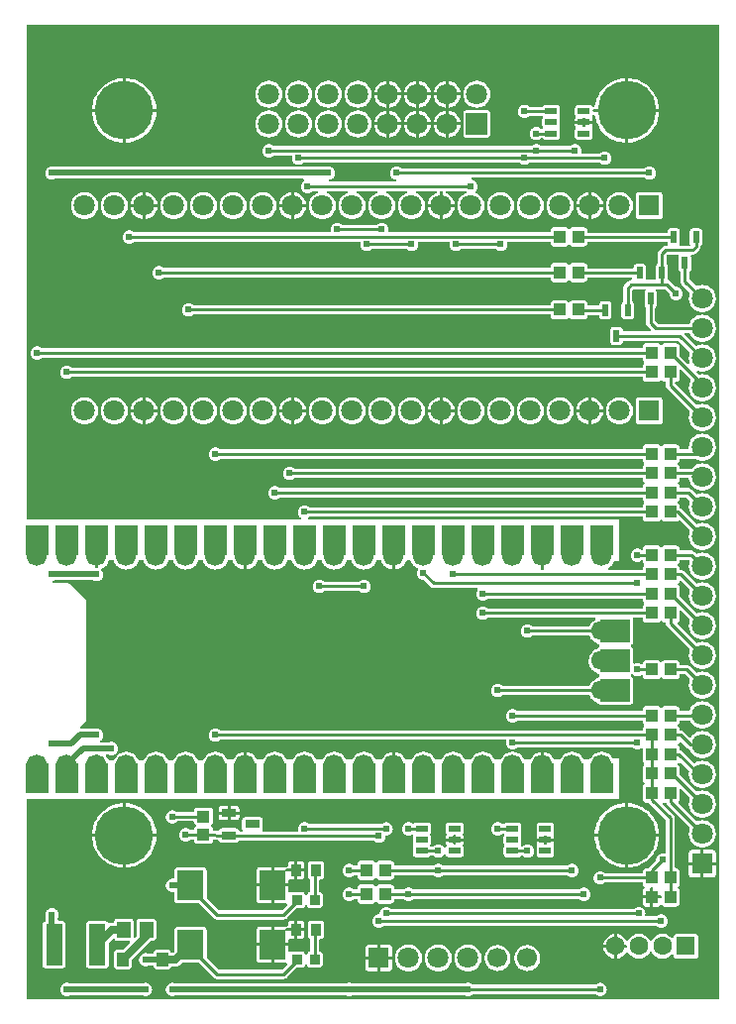
<source format=gbl>
G04 Layer: BottomLayer*
G04 EasyEDA v6.5.29, 2023-07-18 10:21:49*
G04 75acb9ef74904ca4b51824f4bde05f2a,5a6b42c53f6a479593ecc07194224c93,10*
G04 Gerber Generator version 0.2*
G04 Scale: 100 percent, Rotated: No, Reflected: No *
G04 Dimensions in millimeters *
G04 leading zeros omitted , absolute positions ,4 integer and 5 decimal *
%FSLAX45Y45*%
%MOMM*%

%AMMACRO1*21,1,$1,$2,0,0,$3*%
%ADD10C,0.5000*%
%ADD11C,0.2540*%
%ADD12C,0.6350*%
%ADD13MACRO1,1X0.55X0.0000*%
%ADD14MACRO1,1.377X1.1326X90.0000*%
%ADD15MACRO1,1X0.8999X-90.0000*%
%ADD16MACRO1,2.592X2.2074X90.0000*%
%ADD17MACRO1,2.592X2.2075X90.0000*%
%ADD18MACRO1,3.4992X1.4067X-90.0000*%
%ADD19MACRO1,0.864X0.8065X90.0000*%
%ADD20MACRO1,0.864X0.8064X90.0000*%
%ADD21MACRO1,0.9501X1.15X0.0000*%
%ADD22MACRO1,0.532X1.0375X0.0000*%
%ADD23MACRO1,1X1.1X0.0000*%
%ADD24MACRO1,1X1.1X90.0000*%
%ADD25MACRO1,1.25X0.7X0.0000*%
%ADD26MACRO1,1.8X1.8X0.0000*%
%ADD27C,1.8000*%
%ADD28R,1.8000X1.7000*%
%ADD29MACRO1,1.6X1.6X0.0000*%
%ADD30C,1.6000*%
%ADD31R,1.8000X1.8000*%
%ADD32C,5.0000*%
%ADD33C,1.7000*%
%ADD34C,0.6096*%
%ADD35C,0.0187*%

%LPD*%
G36*
X760323Y4983784D02*
G01*
X756158Y4984292D01*
X752551Y4986426D01*
X750112Y4989830D01*
X749249Y4993894D01*
X749249Y5042865D01*
X750062Y5046776D01*
X752246Y5050078D01*
X755548Y5052263D01*
X759460Y5053025D01*
X764540Y5053025D01*
X768400Y5052263D01*
X771702Y5050028D01*
X773887Y5046776D01*
X774649Y5042865D01*
X774649Y4993894D01*
X773785Y4989830D01*
X771347Y4986426D01*
X767791Y4984292D01*
X763625Y4983784D01*
G37*

%LPD*%
G36*
X4569409Y4966208D02*
G01*
X4565548Y4966970D01*
X4562246Y4969205D01*
X4560062Y4972456D01*
X4559249Y4976368D01*
X4559249Y5033365D01*
X4560062Y5037277D01*
X4562246Y5040579D01*
X4565548Y5042763D01*
X4569460Y5043525D01*
X4574540Y5043525D01*
X4578400Y5042763D01*
X4581702Y5040528D01*
X4583887Y5037277D01*
X4584649Y5033365D01*
X4584649Y4976368D01*
X4583887Y4972456D01*
X4581702Y4969205D01*
X4578400Y4966970D01*
X4574489Y4966208D01*
G37*

%LPD*%
G36*
X759460Y3341624D02*
G01*
X755548Y3342386D01*
X752246Y3344621D01*
X750062Y3347923D01*
X749249Y3351784D01*
X749249Y3380638D01*
X750062Y3384499D01*
X752246Y3387801D01*
X755548Y3390036D01*
X759409Y3390798D01*
X764489Y3390798D01*
X768400Y3390036D01*
X771702Y3387801D01*
X773887Y3384499D01*
X774649Y3380638D01*
X774649Y3351834D01*
X773887Y3347923D01*
X771702Y3344621D01*
X768400Y3342436D01*
X764540Y3341674D01*
G37*

%LPD*%
G36*
X175768Y1295908D02*
G01*
X171856Y1296670D01*
X168605Y1298905D01*
X166370Y1302156D01*
X165608Y1306068D01*
X165608Y2999740D01*
X166370Y3003600D01*
X168605Y3006902D01*
X171856Y3009138D01*
X175768Y3009900D01*
X5231384Y3009900D01*
X5232400Y3010916D01*
X5232400Y3351784D01*
X5231384Y3352800D01*
X5184394Y3352698D01*
X5180990Y3353257D01*
X5177942Y3354933D01*
X5175707Y3357575D01*
X5170932Y3365449D01*
X5162042Y3376523D01*
X5151831Y3386429D01*
X5140452Y3394913D01*
X5128056Y3401923D01*
X5114899Y3407257D01*
X5101183Y3410864D01*
X5087061Y3412642D01*
X5072837Y3412642D01*
X5058765Y3410864D01*
X5045049Y3407257D01*
X5031841Y3401923D01*
X5019497Y3394913D01*
X5008067Y3386429D01*
X4997856Y3376523D01*
X4989017Y3365449D01*
X4983937Y3357067D01*
X4981651Y3354425D01*
X4978654Y3352749D01*
X4975250Y3352139D01*
X4930800Y3352037D01*
X4927346Y3352647D01*
X4924348Y3354324D01*
X4922062Y3356914D01*
X4916932Y3365449D01*
X4908042Y3376523D01*
X4897831Y3386429D01*
X4886452Y3394913D01*
X4874056Y3401923D01*
X4860899Y3407257D01*
X4847183Y3410864D01*
X4833061Y3412642D01*
X4818837Y3412642D01*
X4804765Y3410864D01*
X4791049Y3407257D01*
X4777841Y3401923D01*
X4765497Y3394913D01*
X4754067Y3386429D01*
X4743856Y3376523D01*
X4735017Y3365449D01*
X4729530Y3356406D01*
X4727295Y3353815D01*
X4724298Y3352088D01*
X4720894Y3351529D01*
X4677156Y3351428D01*
X4673752Y3351987D01*
X4670704Y3353714D01*
X4668469Y3356305D01*
X4662932Y3365449D01*
X4654042Y3376523D01*
X4643831Y3386429D01*
X4632452Y3394913D01*
X4620056Y3401923D01*
X4606899Y3407257D01*
X4593183Y3410864D01*
X4584649Y3411931D01*
X4584649Y3361334D01*
X4583887Y3357422D01*
X4581702Y3354120D01*
X4578400Y3351936D01*
X4574540Y3351174D01*
X4569460Y3351123D01*
X4565548Y3351885D01*
X4562246Y3354120D01*
X4560062Y3357422D01*
X4559249Y3361283D01*
X4559249Y3411931D01*
X4550765Y3410864D01*
X4537049Y3407257D01*
X4523841Y3401923D01*
X4511497Y3394913D01*
X4500067Y3386429D01*
X4489856Y3376523D01*
X4481017Y3365449D01*
X4475175Y3355797D01*
X4472889Y3353155D01*
X4469892Y3351479D01*
X4466488Y3350869D01*
X4423562Y3350768D01*
X4420108Y3351377D01*
X4417110Y3353054D01*
X4414824Y3355695D01*
X4408932Y3365449D01*
X4400042Y3376523D01*
X4389831Y3386429D01*
X4378452Y3394913D01*
X4366056Y3401923D01*
X4352899Y3407257D01*
X4339183Y3410864D01*
X4325061Y3412642D01*
X4310837Y3412642D01*
X4296765Y3410864D01*
X4283049Y3407257D01*
X4269841Y3401923D01*
X4257497Y3394913D01*
X4246067Y3386429D01*
X4235856Y3376523D01*
X4227017Y3365449D01*
X4220768Y3355136D01*
X4218533Y3352546D01*
X4215536Y3350869D01*
X4212132Y3350260D01*
X4169918Y3350158D01*
X4166514Y3350717D01*
X4163517Y3352444D01*
X4161231Y3355035D01*
X4154932Y3365449D01*
X4146042Y3376523D01*
X4135831Y3386429D01*
X4124451Y3394913D01*
X4112056Y3401923D01*
X4098899Y3407257D01*
X4085183Y3410864D01*
X4071061Y3412642D01*
X4056837Y3412642D01*
X4042765Y3410864D01*
X4029049Y3407257D01*
X4015841Y3401923D01*
X4003497Y3394913D01*
X3992067Y3386429D01*
X3981856Y3376523D01*
X3973017Y3365449D01*
X3966413Y3354527D01*
X3964127Y3351885D01*
X3961129Y3350209D01*
X3957726Y3349599D01*
X3916324Y3349498D01*
X3912920Y3350107D01*
X3909872Y3351784D01*
X3907586Y3354425D01*
X3900932Y3365449D01*
X3892042Y3376523D01*
X3881831Y3386429D01*
X3870451Y3394913D01*
X3858056Y3401923D01*
X3844899Y3407257D01*
X3831183Y3410864D01*
X3817061Y3412642D01*
X3802837Y3412642D01*
X3788765Y3410864D01*
X3775049Y3407257D01*
X3761841Y3401923D01*
X3749497Y3394913D01*
X3738067Y3386429D01*
X3727856Y3376523D01*
X3719017Y3365449D01*
X3712006Y3353866D01*
X3709771Y3351276D01*
X3706723Y3349599D01*
X3703370Y3348990D01*
X3662679Y3348888D01*
X3659276Y3349447D01*
X3656279Y3351174D01*
X3653993Y3353765D01*
X3646932Y3365449D01*
X3638042Y3376523D01*
X3627831Y3386429D01*
X3616451Y3394913D01*
X3604056Y3401923D01*
X3590899Y3407257D01*
X3577183Y3410864D01*
X3563061Y3412642D01*
X3548837Y3412642D01*
X3534765Y3410864D01*
X3521049Y3407257D01*
X3507841Y3401923D01*
X3495497Y3394913D01*
X3484067Y3386429D01*
X3473856Y3376523D01*
X3465017Y3365449D01*
X3457651Y3353257D01*
X3455365Y3350615D01*
X3452368Y3348939D01*
X3448964Y3348329D01*
X3409086Y3348228D01*
X3405682Y3348837D01*
X3402634Y3350514D01*
X3400348Y3353155D01*
X3392932Y3365449D01*
X3384042Y3376523D01*
X3373831Y3386429D01*
X3362451Y3394913D01*
X3350056Y3401923D01*
X3336899Y3407257D01*
X3323183Y3410864D01*
X3314649Y3411931D01*
X3314649Y3358134D01*
X3313887Y3354273D01*
X3311702Y3350971D01*
X3308400Y3348786D01*
X3304540Y3347974D01*
X3299460Y3347974D01*
X3295548Y3348736D01*
X3292246Y3350920D01*
X3290062Y3354222D01*
X3289249Y3358134D01*
X3289249Y3411931D01*
X3280765Y3410864D01*
X3267049Y3407257D01*
X3253841Y3401923D01*
X3241497Y3394913D01*
X3230067Y3386429D01*
X3219856Y3376523D01*
X3211017Y3365449D01*
X3203244Y3352596D01*
X3201009Y3350006D01*
X3198012Y3348329D01*
X3194608Y3347720D01*
X3155442Y3347618D01*
X3151987Y3348177D01*
X3148990Y3349904D01*
X3146704Y3352546D01*
X3138932Y3365449D01*
X3130042Y3376523D01*
X3119831Y3386429D01*
X3108452Y3394913D01*
X3096056Y3401923D01*
X3082899Y3407257D01*
X3069183Y3410864D01*
X3055061Y3412642D01*
X3040837Y3412642D01*
X3026765Y3410864D01*
X3013049Y3407257D01*
X2999841Y3401923D01*
X2987497Y3394913D01*
X2976067Y3386429D01*
X2965856Y3376523D01*
X2957017Y3365449D01*
X2949600Y3353104D01*
X2947365Y3349955D01*
X2944114Y3347821D01*
X2940304Y3347059D01*
X2901696Y3346958D01*
X2897886Y3347720D01*
X2894634Y3349853D01*
X2892298Y3353308D01*
X2884932Y3365449D01*
X2876042Y3376523D01*
X2865831Y3386429D01*
X2854452Y3394913D01*
X2842056Y3401923D01*
X2828899Y3407257D01*
X2815183Y3410864D01*
X2801061Y3412642D01*
X2786837Y3412642D01*
X2772765Y3410864D01*
X2759049Y3407257D01*
X2745841Y3401923D01*
X2733497Y3394913D01*
X2722067Y3386429D01*
X2711856Y3376523D01*
X2703017Y3365449D01*
X2693111Y3349294D01*
X2689860Y3347212D01*
X2686050Y3346450D01*
X2648000Y3346348D01*
X2644190Y3347110D01*
X2640888Y3349193D01*
X2630932Y3365449D01*
X2622042Y3376523D01*
X2611831Y3386429D01*
X2600452Y3394913D01*
X2588056Y3401923D01*
X2574899Y3407257D01*
X2561183Y3410864D01*
X2547061Y3412642D01*
X2532837Y3412642D01*
X2518765Y3410864D01*
X2505049Y3407257D01*
X2491841Y3401923D01*
X2479497Y3394913D01*
X2468067Y3386429D01*
X2457856Y3376523D01*
X2449017Y3365449D01*
X2438806Y3348685D01*
X2435555Y3346551D01*
X2431745Y3345789D01*
X2394254Y3345738D01*
X2390444Y3346450D01*
X2387193Y3348583D01*
X2376932Y3365449D01*
X2368042Y3376523D01*
X2357831Y3386429D01*
X2346452Y3394913D01*
X2334056Y3401923D01*
X2320899Y3407257D01*
X2307183Y3410864D01*
X2293061Y3412642D01*
X2278837Y3412642D01*
X2264765Y3410864D01*
X2251049Y3407257D01*
X2237841Y3401923D01*
X2225497Y3394913D01*
X2214067Y3386429D01*
X2203856Y3376523D01*
X2195017Y3365449D01*
X2187651Y3353308D01*
X2186736Y3351225D01*
X2184501Y3348024D01*
X2181301Y3345942D01*
X2177491Y3345179D01*
X2140559Y3345078D01*
X2136749Y3345840D01*
X2133447Y3347923D01*
X2131212Y3351123D01*
X2130298Y3353308D01*
X2122932Y3365449D01*
X2114042Y3376523D01*
X2103831Y3386429D01*
X2092452Y3394913D01*
X2080056Y3401923D01*
X2066899Y3407257D01*
X2053183Y3410864D01*
X2044649Y3411931D01*
X2044649Y3354984D01*
X2043887Y3351072D01*
X2041702Y3347821D01*
X2038400Y3345586D01*
X2034539Y3344824D01*
X2029460Y3344824D01*
X2025548Y3345586D01*
X2022246Y3347770D01*
X2020062Y3351072D01*
X2019249Y3354984D01*
X2019249Y3411931D01*
X2010765Y3410864D01*
X1997049Y3407257D01*
X1983841Y3401923D01*
X1971497Y3394913D01*
X1960067Y3386429D01*
X1949856Y3376523D01*
X1941017Y3365449D01*
X1933651Y3353308D01*
X1932482Y3350564D01*
X1930247Y3347415D01*
X1926996Y3345281D01*
X1923186Y3344519D01*
X1886813Y3344468D01*
X1883003Y3345179D01*
X1879752Y3347313D01*
X1877517Y3350514D01*
X1876298Y3353308D01*
X1868932Y3365449D01*
X1860042Y3376523D01*
X1849831Y3386429D01*
X1838452Y3394913D01*
X1826056Y3401923D01*
X1812899Y3407257D01*
X1799183Y3410864D01*
X1785061Y3412642D01*
X1770837Y3412642D01*
X1756765Y3410864D01*
X1743049Y3407257D01*
X1729841Y3401923D01*
X1717497Y3394913D01*
X1706067Y3386429D01*
X1695856Y3376523D01*
X1687017Y3365449D01*
X1679651Y3353308D01*
X1678178Y3349955D01*
X1675942Y3346754D01*
X1672742Y3344672D01*
X1668932Y3343910D01*
X1633118Y3343808D01*
X1629308Y3344570D01*
X1626006Y3346653D01*
X1623771Y3349853D01*
X1622298Y3353308D01*
X1614932Y3365449D01*
X1606042Y3376523D01*
X1595831Y3386429D01*
X1584452Y3394913D01*
X1572056Y3401923D01*
X1558899Y3407257D01*
X1545183Y3410864D01*
X1531061Y3412642D01*
X1516837Y3412642D01*
X1502765Y3410864D01*
X1489049Y3407257D01*
X1475841Y3401923D01*
X1463497Y3394913D01*
X1452067Y3386429D01*
X1441856Y3376523D01*
X1433017Y3365449D01*
X1425651Y3353308D01*
X1423924Y3349345D01*
X1421688Y3346145D01*
X1418437Y3344011D01*
X1414627Y3343249D01*
X1379372Y3343198D01*
X1375562Y3343910D01*
X1372311Y3346043D01*
X1370076Y3349244D01*
X1368298Y3353308D01*
X1360932Y3365449D01*
X1352042Y3376523D01*
X1341831Y3386429D01*
X1330452Y3394913D01*
X1318056Y3401923D01*
X1304899Y3407257D01*
X1291183Y3410864D01*
X1277061Y3412642D01*
X1262837Y3412642D01*
X1248765Y3410864D01*
X1235049Y3407257D01*
X1221841Y3401923D01*
X1209497Y3394913D01*
X1198067Y3386429D01*
X1187856Y3376523D01*
X1179017Y3365449D01*
X1171651Y3353308D01*
X1169619Y3348685D01*
X1167384Y3345484D01*
X1164132Y3343401D01*
X1160373Y3342640D01*
X1125677Y3342538D01*
X1121867Y3343300D01*
X1118565Y3345434D01*
X1116330Y3348583D01*
X1114298Y3353308D01*
X1106932Y3365449D01*
X1098042Y3376523D01*
X1087831Y3386429D01*
X1076452Y3394913D01*
X1064056Y3401923D01*
X1050899Y3407257D01*
X1037183Y3410864D01*
X1023061Y3412642D01*
X1008837Y3412642D01*
X994765Y3410864D01*
X981049Y3407257D01*
X967841Y3401923D01*
X955497Y3394913D01*
X944067Y3386429D01*
X933856Y3376523D01*
X925017Y3365449D01*
X917651Y3353308D01*
X915314Y3348075D01*
X913130Y3344875D01*
X909878Y3342741D01*
X906068Y3342030D01*
X871931Y3341928D01*
X868121Y3342640D01*
X864869Y3344773D01*
X862634Y3347974D01*
X860298Y3353308D01*
X852932Y3365449D01*
X845870Y3374288D01*
X844092Y3377641D01*
X843635Y3381400D01*
X844651Y3385058D01*
X846886Y3388055D01*
X850087Y3390087D01*
X853795Y3390798D01*
X863092Y3390798D01*
X867359Y3389833D01*
X869746Y3388766D01*
X879195Y3386175D01*
X889000Y3385362D01*
X898804Y3386175D01*
X908253Y3388766D01*
X917194Y3392881D01*
X925220Y3398520D01*
X932180Y3405479D01*
X937818Y3413506D01*
X941933Y3422396D01*
X944473Y3431895D01*
X945337Y3441700D01*
X944473Y3451453D01*
X941933Y3460953D01*
X937818Y3469843D01*
X932180Y3477920D01*
X925220Y3484879D01*
X917194Y3490468D01*
X908253Y3494633D01*
X898804Y3497173D01*
X889000Y3498037D01*
X879195Y3497173D01*
X869746Y3494633D01*
X867410Y3493566D01*
X863092Y3492601D01*
X801573Y3492601D01*
X797407Y3493515D01*
X793953Y3496005D01*
X791870Y3499713D01*
X791464Y3503929D01*
X792835Y3507994D01*
X795731Y3511092D01*
X798220Y3512820D01*
X805180Y3519779D01*
X810818Y3527806D01*
X814933Y3536746D01*
X817473Y3546195D01*
X818337Y3556000D01*
X817473Y3565804D01*
X814933Y3575253D01*
X810818Y3584194D01*
X805180Y3592220D01*
X798220Y3599179D01*
X790194Y3604818D01*
X781253Y3608933D01*
X771804Y3611473D01*
X762000Y3612337D01*
X752195Y3611473D01*
X742746Y3608933D01*
X740359Y3607866D01*
X736092Y3606901D01*
X632764Y3606901D01*
X628904Y3607663D01*
X625602Y3609898D01*
X623366Y3613150D01*
X622604Y3617061D01*
X623366Y3620973D01*
X625602Y3624224D01*
X665734Y3664407D01*
X668223Y3667302D01*
X671779Y3673754D01*
X673303Y3679139D01*
X673608Y3683355D01*
X673608Y4698593D01*
X673303Y4702403D01*
X671271Y4709464D01*
X668528Y4714341D01*
X665734Y4717592D01*
X539292Y4844034D01*
X536397Y4846523D01*
X529945Y4850028D01*
X524560Y4851603D01*
X520293Y4851908D01*
X392582Y4851908D01*
X388518Y4852771D01*
X385165Y4855159D01*
X382981Y4858715D01*
X382473Y4862830D01*
X383590Y4866792D01*
X386283Y4869992D01*
X389940Y4871872D01*
X400253Y4874615D01*
X402590Y4875733D01*
X406908Y4876698D01*
X736092Y4876698D01*
X740410Y4875733D01*
X742746Y4874615D01*
X752195Y4872075D01*
X762000Y4871262D01*
X771804Y4872075D01*
X781253Y4874615D01*
X790194Y4878781D01*
X798220Y4884420D01*
X805180Y4891379D01*
X810818Y4899406D01*
X814933Y4908296D01*
X817473Y4917795D01*
X818337Y4927600D01*
X817473Y4937353D01*
X814933Y4946853D01*
X810818Y4955743D01*
X804621Y4964582D01*
X802894Y4968646D01*
X803097Y4973015D01*
X805078Y4976876D01*
X808482Y4979568D01*
X816356Y4983378D01*
X828294Y4991150D01*
X839114Y5000345D01*
X848664Y5010861D01*
X856792Y5022494D01*
X863346Y5035092D01*
X867410Y5046116D01*
X869594Y5049570D01*
X872947Y5051958D01*
X876960Y5052771D01*
X901039Y5052720D01*
X905052Y5051856D01*
X908405Y5049520D01*
X910539Y5046065D01*
X914552Y5035092D01*
X921156Y5022494D01*
X929284Y5010861D01*
X938834Y5000345D01*
X949655Y4991150D01*
X961542Y4983378D01*
X974344Y4977231D01*
X987856Y4972761D01*
X1001776Y4970018D01*
X1015949Y4969103D01*
X1030122Y4970018D01*
X1044092Y4972761D01*
X1057554Y4977231D01*
X1070356Y4983378D01*
X1082294Y4991150D01*
X1093114Y5000345D01*
X1102664Y5010861D01*
X1110792Y5022494D01*
X1117346Y5035092D01*
X1121156Y5045456D01*
X1123340Y5048961D01*
X1126693Y5051298D01*
X1130757Y5052110D01*
X1155293Y5052060D01*
X1159256Y5051247D01*
X1162608Y5048859D01*
X1164793Y5045405D01*
X1168552Y5035092D01*
X1175156Y5022494D01*
X1183284Y5010861D01*
X1192834Y5000345D01*
X1203655Y4991150D01*
X1215542Y4983378D01*
X1228344Y4977231D01*
X1241856Y4972761D01*
X1255776Y4970018D01*
X1269949Y4969103D01*
X1284122Y4970018D01*
X1298092Y4972761D01*
X1311554Y4977231D01*
X1324356Y4983378D01*
X1336294Y4991150D01*
X1347114Y5000345D01*
X1356664Y5010861D01*
X1364792Y5022494D01*
X1371346Y5035092D01*
X1374952Y5044846D01*
X1377086Y5048300D01*
X1380490Y5050688D01*
X1384503Y5051501D01*
X1409496Y5051450D01*
X1413510Y5050586D01*
X1416862Y5048250D01*
X1418996Y5044795D01*
X1422552Y5035092D01*
X1429156Y5022494D01*
X1437284Y5010861D01*
X1446834Y5000345D01*
X1457655Y4991150D01*
X1469542Y4983378D01*
X1482344Y4977231D01*
X1495856Y4972761D01*
X1509776Y4970018D01*
X1523949Y4969103D01*
X1538122Y4970018D01*
X1552092Y4972761D01*
X1565554Y4977231D01*
X1578356Y4983378D01*
X1590294Y4991150D01*
X1601114Y5000345D01*
X1610664Y5010861D01*
X1618792Y5022494D01*
X1625346Y5035092D01*
X1628698Y5044186D01*
X1630883Y5047691D01*
X1634236Y5050028D01*
X1638249Y5050840D01*
X1663750Y5050790D01*
X1667764Y5049977D01*
X1671116Y5047640D01*
X1673250Y5044135D01*
X1676552Y5035092D01*
X1683156Y5022494D01*
X1691284Y5010861D01*
X1700834Y5000345D01*
X1711655Y4991150D01*
X1723542Y4983378D01*
X1736343Y4977231D01*
X1749856Y4972761D01*
X1763775Y4970018D01*
X1777949Y4969103D01*
X1792122Y4970018D01*
X1806092Y4972761D01*
X1819554Y4977231D01*
X1832356Y4983378D01*
X1844293Y4991150D01*
X1855114Y5000345D01*
X1864664Y5010861D01*
X1872792Y5022494D01*
X1879346Y5035092D01*
X1882495Y5043576D01*
X1884629Y5047081D01*
X1888032Y5049418D01*
X1892046Y5050231D01*
X1917954Y5050180D01*
X1921967Y5049316D01*
X1925320Y5046980D01*
X1927504Y5043525D01*
X1930552Y5035092D01*
X1937156Y5022494D01*
X1945284Y5010861D01*
X1954834Y5000345D01*
X1965655Y4991150D01*
X1977542Y4983378D01*
X1990343Y4977231D01*
X2003856Y4972761D01*
X2017775Y4970018D01*
X2019249Y4969916D01*
X2019249Y5039715D01*
X2020062Y5043627D01*
X2022246Y5046929D01*
X2025548Y5049113D01*
X2029460Y5049875D01*
X2034539Y5049875D01*
X2038400Y5049062D01*
X2041702Y5046878D01*
X2043887Y5043576D01*
X2044649Y5039715D01*
X2044649Y4969916D01*
X2046122Y4970018D01*
X2060092Y4972761D01*
X2073554Y4977231D01*
X2086356Y4983378D01*
X2098294Y4991150D01*
X2109114Y5000345D01*
X2118664Y5010861D01*
X2126792Y5022494D01*
X2133346Y5035092D01*
X2136241Y5042916D01*
X2138426Y5046421D01*
X2141778Y5048758D01*
X2145792Y5049570D01*
X2172208Y5049520D01*
X2176221Y5048707D01*
X2179574Y5046370D01*
X2181707Y5042865D01*
X2184552Y5035092D01*
X2191156Y5022494D01*
X2199284Y5010861D01*
X2208834Y5000345D01*
X2219655Y4991150D01*
X2231542Y4983378D01*
X2244344Y4977231D01*
X2257856Y4972761D01*
X2271776Y4970018D01*
X2285949Y4969103D01*
X2300122Y4970018D01*
X2314092Y4972761D01*
X2327554Y4977231D01*
X2340356Y4983378D01*
X2352294Y4991150D01*
X2363114Y5000345D01*
X2372664Y5010861D01*
X2380792Y5022494D01*
X2387346Y5035092D01*
X2389987Y5042306D01*
X2392172Y5045811D01*
X2395524Y5048148D01*
X2399588Y5048961D01*
X2426462Y5048910D01*
X2430424Y5048046D01*
X2433777Y5045710D01*
X2435961Y5042255D01*
X2438552Y5035092D01*
X2445156Y5022494D01*
X2453284Y5010861D01*
X2462834Y5000345D01*
X2473655Y4991150D01*
X2485542Y4983378D01*
X2498344Y4977231D01*
X2511856Y4972761D01*
X2525776Y4970018D01*
X2539949Y4969103D01*
X2554122Y4970018D01*
X2568092Y4972761D01*
X2581554Y4977231D01*
X2594356Y4983378D01*
X2606294Y4991150D01*
X2617114Y5000345D01*
X2626664Y5010861D01*
X2634792Y5022494D01*
X2641346Y5035092D01*
X2643784Y5041696D01*
X2645968Y5045151D01*
X2649321Y5047488D01*
X2653334Y5048300D01*
X2680665Y5048250D01*
X2684678Y5047437D01*
X2688031Y5045100D01*
X2690164Y5041595D01*
X2692552Y5035092D01*
X2699156Y5022494D01*
X2707284Y5010861D01*
X2716834Y5000345D01*
X2727655Y4991150D01*
X2739542Y4983378D01*
X2752344Y4977231D01*
X2765856Y4972761D01*
X2779776Y4970018D01*
X2793949Y4969103D01*
X2808122Y4970018D01*
X2822092Y4972761D01*
X2835554Y4977231D01*
X2848356Y4983378D01*
X2860294Y4991150D01*
X2871114Y5000345D01*
X2880664Y5010861D01*
X2888792Y5022494D01*
X2895346Y5035092D01*
X2897530Y5041036D01*
X2899714Y5044541D01*
X2903067Y5046878D01*
X2907080Y5047691D01*
X2934919Y5047640D01*
X2938932Y5046776D01*
X2942234Y5044440D01*
X2944418Y5040985D01*
X2946552Y5035092D01*
X2953156Y5022494D01*
X2961284Y5010861D01*
X2970834Y5000345D01*
X2981655Y4991150D01*
X2993542Y4983378D01*
X3006344Y4977231D01*
X3019856Y4972761D01*
X3033776Y4970018D01*
X3047949Y4969103D01*
X3062122Y4970018D01*
X3076092Y4972761D01*
X3089554Y4977231D01*
X3102356Y4983378D01*
X3114294Y4991150D01*
X3125114Y5000345D01*
X3134664Y5010861D01*
X3142792Y5022494D01*
X3149346Y5035092D01*
X3151327Y5040426D01*
X3153460Y5043881D01*
X3156864Y5046218D01*
X3160877Y5047081D01*
X3189122Y5046980D01*
X3193135Y5046167D01*
X3196488Y5043830D01*
X3198672Y5040325D01*
X3200552Y5035092D01*
X3207156Y5022494D01*
X3215284Y5010861D01*
X3224834Y5000345D01*
X3235655Y4991150D01*
X3247542Y4983378D01*
X3260344Y4977231D01*
X3273856Y4972761D01*
X3287776Y4970018D01*
X3289249Y4969916D01*
X3289249Y5036566D01*
X3290062Y5040426D01*
X3292246Y5043728D01*
X3295548Y5045964D01*
X3299460Y5046726D01*
X3304540Y5046675D01*
X3308400Y5045913D01*
X3311702Y5043728D01*
X3313887Y5040426D01*
X3314649Y5036515D01*
X3314649Y4969916D01*
X3316122Y4970018D01*
X3330092Y4972761D01*
X3343554Y4977231D01*
X3356356Y4983378D01*
X3368294Y4991150D01*
X3379114Y5000345D01*
X3388664Y5010861D01*
X3396792Y5022494D01*
X3403346Y5035092D01*
X3405073Y5039766D01*
X3407257Y5043271D01*
X3410610Y5045608D01*
X3414623Y5046421D01*
X3443376Y5046370D01*
X3447389Y5045506D01*
X3450742Y5043170D01*
X3452876Y5039715D01*
X3454552Y5035092D01*
X3461156Y5022494D01*
X3469284Y5010861D01*
X3478834Y5000345D01*
X3489655Y4991150D01*
X3501694Y4983276D01*
X3506063Y4980178D01*
X3507994Y4976825D01*
X3508501Y4973015D01*
X3507587Y4969256D01*
X3503066Y4959553D01*
X3500475Y4950053D01*
X3499662Y4940300D01*
X3500475Y4930495D01*
X3503066Y4920996D01*
X3507181Y4912106D01*
X3512820Y4904079D01*
X3519779Y4897120D01*
X3527806Y4891481D01*
X3536696Y4887315D01*
X3546195Y4884775D01*
X3554222Y4884115D01*
X3557625Y4883200D01*
X3560521Y4881168D01*
X3617264Y4824425D01*
X3623462Y4819345D01*
X3630117Y4815789D01*
X3637381Y4813554D01*
X3645408Y4812792D01*
X4011168Y4812792D01*
X4015435Y4811826D01*
X4018940Y4809134D01*
X4020972Y4805273D01*
X4021175Y4800854D01*
X4019499Y4796790D01*
X4015181Y4790643D01*
X4011015Y4781753D01*
X4008475Y4772253D01*
X4007662Y4762500D01*
X4008475Y4752695D01*
X4011015Y4743196D01*
X4015181Y4734306D01*
X4020820Y4726279D01*
X4027779Y4719320D01*
X4035806Y4713681D01*
X4044696Y4709515D01*
X4054195Y4706975D01*
X4064000Y4706162D01*
X4073753Y4706975D01*
X4083253Y4709515D01*
X4092143Y4713681D01*
X4100220Y4719320D01*
X4101795Y4720894D01*
X4105097Y4723130D01*
X4108958Y4723892D01*
X5421934Y4723892D01*
X5425795Y4723130D01*
X5429097Y4720894D01*
X5431332Y4717592D01*
X5432094Y4713732D01*
X5432094Y4708042D01*
X5432806Y4701743D01*
X5434736Y4696256D01*
X5437784Y4691380D01*
X5442051Y4687112D01*
X5444236Y4683810D01*
X5444998Y4679950D01*
X5444236Y4676038D01*
X5442051Y4672736D01*
X5437784Y4668520D01*
X5434736Y4663592D01*
X5432806Y4658156D01*
X5432094Y4651806D01*
X5432094Y4646168D01*
X5431332Y4642256D01*
X5429097Y4638954D01*
X5425795Y4636770D01*
X5421934Y4636008D01*
X4108958Y4636008D01*
X4105046Y4636770D01*
X4101795Y4638954D01*
X4100220Y4640529D01*
X4092143Y4646168D01*
X4083253Y4650333D01*
X4073753Y4652873D01*
X4064000Y4653737D01*
X4054195Y4652873D01*
X4044696Y4650333D01*
X4035806Y4646168D01*
X4027728Y4640529D01*
X4020820Y4633620D01*
X4015181Y4625543D01*
X4011015Y4616653D01*
X4008475Y4607153D01*
X4007612Y4597400D01*
X4008475Y4587595D01*
X4011015Y4578096D01*
X4015181Y4569206D01*
X4020820Y4561179D01*
X4027728Y4554220D01*
X4035806Y4548581D01*
X4044696Y4544415D01*
X4054195Y4541875D01*
X4064000Y4541062D01*
X4073753Y4541875D01*
X4083253Y4544415D01*
X4092143Y4548581D01*
X4100220Y4554220D01*
X4101795Y4555794D01*
X4105097Y4558030D01*
X4108958Y4558792D01*
X5017820Y4558792D01*
X5022088Y4557826D01*
X5025593Y4555185D01*
X5027625Y4551375D01*
X5027879Y4547006D01*
X5026253Y4542942D01*
X5023104Y4539945D01*
X5016550Y4535932D01*
X5005425Y4527092D01*
X4995519Y4516882D01*
X4987036Y4505502D01*
X4980076Y4493107D01*
X4978755Y4489958D01*
X4976571Y4486605D01*
X4973269Y4484370D01*
X4969357Y4483608D01*
X4489958Y4483608D01*
X4486097Y4484370D01*
X4482795Y4486554D01*
X4481220Y4488129D01*
X4473143Y4493768D01*
X4464253Y4497933D01*
X4454753Y4500473D01*
X4445000Y4501337D01*
X4435195Y4500473D01*
X4425696Y4497933D01*
X4416806Y4493768D01*
X4408779Y4488129D01*
X4401820Y4481220D01*
X4396181Y4473143D01*
X4392015Y4464253D01*
X4389475Y4454753D01*
X4388662Y4445000D01*
X4389475Y4435195D01*
X4392015Y4425696D01*
X4396181Y4416806D01*
X4401820Y4408779D01*
X4408779Y4401820D01*
X4416806Y4396181D01*
X4425696Y4392015D01*
X4435195Y4389475D01*
X4445000Y4388662D01*
X4454753Y4389475D01*
X4464253Y4392015D01*
X4473143Y4396181D01*
X4481220Y4401820D01*
X4482795Y4403394D01*
X4486097Y4405630D01*
X4489958Y4406392D01*
X4969357Y4406392D01*
X4973269Y4405579D01*
X4976571Y4403344D01*
X4978806Y4400042D01*
X4980076Y4396892D01*
X4987036Y4384497D01*
X4995519Y4373118D01*
X5005425Y4362907D01*
X5016550Y4354068D01*
X5028692Y4346702D01*
X5040579Y4341418D01*
X5043119Y4339793D01*
X5045049Y4337507D01*
X5047081Y4334357D01*
X5051145Y4330293D01*
X5055819Y4327347D01*
X5058765Y4324502D01*
X5060391Y4320743D01*
X5060391Y4316679D01*
X5058765Y4312920D01*
X5055819Y4310126D01*
X5051145Y4307179D01*
X5047081Y4303064D01*
X5043728Y4297781D01*
X5041646Y4295394D01*
X5038953Y4293768D01*
X5031841Y4290923D01*
X5019497Y4283913D01*
X5008067Y4275429D01*
X4997856Y4265523D01*
X4989017Y4254449D01*
X4981651Y4242308D01*
X4975910Y4229303D01*
X4971846Y4215688D01*
X4969611Y4201668D01*
X4969154Y4187444D01*
X4970526Y4173321D01*
X4973675Y4159453D01*
X4978552Y4146092D01*
X4985156Y4133494D01*
X4993284Y4121861D01*
X5002834Y4111345D01*
X5013655Y4102150D01*
X5025542Y4094378D01*
X5042712Y4086148D01*
X5045049Y4083558D01*
X5047081Y4080357D01*
X5051145Y4076293D01*
X5055819Y4073347D01*
X5058765Y4070502D01*
X5060391Y4066743D01*
X5060391Y4062679D01*
X5058765Y4058920D01*
X5055819Y4056126D01*
X5051145Y4053179D01*
X5047081Y4049064D01*
X5043830Y4043883D01*
X5041849Y4041648D01*
X5039309Y4040022D01*
X5028692Y4035298D01*
X5016550Y4027932D01*
X5005425Y4019092D01*
X4995519Y4008882D01*
X4987036Y3997502D01*
X4980076Y3985107D01*
X4978806Y3981958D01*
X4976571Y3978605D01*
X4973269Y3976370D01*
X4969357Y3975608D01*
X4235958Y3975608D01*
X4232097Y3976370D01*
X4228795Y3978554D01*
X4227220Y3980179D01*
X4219143Y3985818D01*
X4210253Y3989933D01*
X4200753Y3992473D01*
X4191000Y3993337D01*
X4181195Y3992473D01*
X4171696Y3989933D01*
X4162806Y3985818D01*
X4154779Y3980179D01*
X4147820Y3973220D01*
X4142181Y3965194D01*
X4138015Y3956253D01*
X4135475Y3946804D01*
X4134662Y3937000D01*
X4135475Y3927195D01*
X4138015Y3917746D01*
X4142181Y3908806D01*
X4147820Y3900779D01*
X4154779Y3893820D01*
X4162806Y3888181D01*
X4171696Y3884066D01*
X4181195Y3881526D01*
X4191000Y3880662D01*
X4200753Y3881526D01*
X4210253Y3884066D01*
X4219143Y3888181D01*
X4227220Y3893820D01*
X4228795Y3895394D01*
X4232097Y3897629D01*
X4235958Y3898392D01*
X4969357Y3898392D01*
X4973269Y3897579D01*
X4976571Y3895394D01*
X4978806Y3892042D01*
X4980076Y3888892D01*
X4987036Y3876497D01*
X4995519Y3865118D01*
X5005425Y3854907D01*
X5016550Y3846068D01*
X5028692Y3838701D01*
X5040579Y3833418D01*
X5043119Y3831793D01*
X5045049Y3829507D01*
X5047081Y3826357D01*
X5051145Y3822293D01*
X5056073Y3819194D01*
X5061508Y3817264D01*
X5067858Y3816553D01*
X5320690Y3816553D01*
X5327040Y3817264D01*
X5332476Y3819194D01*
X5337403Y3822293D01*
X5341467Y3826357D01*
X5344566Y3831285D01*
X5346446Y3836720D01*
X5347157Y3843070D01*
X5347157Y4032402D01*
X5346446Y4038752D01*
X5344566Y4044187D01*
X5341467Y4049064D01*
X5337403Y4053179D01*
X5332679Y4056126D01*
X5329732Y4058920D01*
X5328158Y4062679D01*
X5328158Y4066743D01*
X5329732Y4070502D01*
X5332679Y4073347D01*
X5337708Y4075785D01*
X5341061Y4075988D01*
X5344363Y4075023D01*
X5348579Y4071620D01*
X5356606Y4065981D01*
X5365496Y4061866D01*
X5374995Y4059326D01*
X5384800Y4058462D01*
X5394553Y4059326D01*
X5404053Y4061866D01*
X5412943Y4065981D01*
X5416092Y4068216D01*
X5419953Y4069842D01*
X5424119Y4069791D01*
X5427929Y4068064D01*
X5430723Y4064965D01*
X5432044Y4061002D01*
X5432806Y4054043D01*
X5434736Y4048556D01*
X5437784Y4043679D01*
X5441899Y4039565D01*
X5446776Y4036517D01*
X5452262Y4034586D01*
X5458561Y4033875D01*
X5557418Y4033875D01*
X5563768Y4034586D01*
X5569204Y4036517D01*
X5574131Y4039565D01*
X5578195Y4043679D01*
X5579414Y4045559D01*
X5582208Y4048506D01*
X5585968Y4050131D01*
X5590032Y4050131D01*
X5593791Y4048506D01*
X5596585Y4045559D01*
X5597804Y4043679D01*
X5601868Y4039565D01*
X5606796Y4036517D01*
X5612231Y4034586D01*
X5618581Y4033875D01*
X5717438Y4033875D01*
X5723737Y4034586D01*
X5729224Y4036517D01*
X5734100Y4039565D01*
X5738215Y4043679D01*
X5741263Y4048556D01*
X5743194Y4054043D01*
X5743905Y4060342D01*
X5743905Y4066032D01*
X5744667Y4069892D01*
X5746851Y4073194D01*
X5750153Y4075429D01*
X5754065Y4076192D01*
X5787186Y4076192D01*
X5791047Y4075429D01*
X5794349Y4073194D01*
X5830671Y4036923D01*
X5832856Y4033672D01*
X5833618Y4029811D01*
X5832906Y4026001D01*
X5829757Y4017975D01*
X5826150Y4003903D01*
X5824321Y3989476D01*
X5824321Y3974896D01*
X5826150Y3960469D01*
X5829757Y3946398D01*
X5835142Y3932834D01*
X5842152Y3920083D01*
X5850686Y3908298D01*
X5860643Y3897731D01*
X5871870Y3888435D01*
X5884164Y3880612D01*
X5897321Y3874414D01*
X5911189Y3869944D01*
X5925464Y3867200D01*
X5939993Y3866286D01*
X5954522Y3867200D01*
X5968796Y3869944D01*
X5982665Y3874414D01*
X5995822Y3880612D01*
X6008116Y3888435D01*
X6019292Y3897731D01*
X6029299Y3908298D01*
X6037834Y3920083D01*
X6044844Y3932834D01*
X6050178Y3946398D01*
X6053836Y3960469D01*
X6055664Y3974896D01*
X6055664Y3989476D01*
X6053836Y4003903D01*
X6050178Y4017975D01*
X6044844Y4031538D01*
X6037834Y4044289D01*
X6029299Y4056075D01*
X6019292Y4066641D01*
X6008116Y4075937D01*
X5995822Y4083761D01*
X5982665Y4089958D01*
X5968796Y4094429D01*
X5954522Y4097172D01*
X5939993Y4098086D01*
X5925464Y4097172D01*
X5911189Y4094429D01*
X5897321Y4089958D01*
X5892647Y4088637D01*
X5888583Y4089349D01*
X5885129Y4091635D01*
X5835040Y4141724D01*
X5828792Y4146854D01*
X5822137Y4150410D01*
X5814872Y4152595D01*
X5806897Y4153408D01*
X5754065Y4153408D01*
X5750153Y4154170D01*
X5746851Y4156354D01*
X5744667Y4159656D01*
X5743905Y4163568D01*
X5743905Y4169206D01*
X5743194Y4175556D01*
X5741263Y4180992D01*
X5738215Y4185920D01*
X5734100Y4189984D01*
X5729224Y4193082D01*
X5723737Y4195013D01*
X5717438Y4195724D01*
X5618581Y4195724D01*
X5612231Y4195013D01*
X5606796Y4193082D01*
X5601868Y4189984D01*
X5597804Y4185920D01*
X5596585Y4184040D01*
X5593791Y4181094D01*
X5590032Y4179468D01*
X5585968Y4179468D01*
X5582208Y4181094D01*
X5579414Y4184040D01*
X5578195Y4185920D01*
X5574131Y4189984D01*
X5569204Y4193082D01*
X5563768Y4195013D01*
X5557418Y4195724D01*
X5458561Y4195724D01*
X5452262Y4195013D01*
X5446776Y4193082D01*
X5441899Y4189984D01*
X5437784Y4185920D01*
X5434736Y4180992D01*
X5432806Y4175556D01*
X5432044Y4168648D01*
X5430723Y4164736D01*
X5427980Y4161637D01*
X5424170Y4159910D01*
X5420055Y4159808D01*
X5416194Y4161383D01*
X5413044Y4163568D01*
X5404053Y4167733D01*
X5394553Y4170273D01*
X5384800Y4171137D01*
X5374995Y4170273D01*
X5365496Y4167733D01*
X5361635Y4165955D01*
X5357672Y4164990D01*
X5353710Y4165650D01*
X5350256Y4167835D01*
X5347970Y4171187D01*
X5347157Y4175150D01*
X5347157Y4286402D01*
X5346446Y4292752D01*
X5344566Y4298188D01*
X5341467Y4303064D01*
X5337403Y4307179D01*
X5332679Y4310126D01*
X5329732Y4312920D01*
X5328158Y4316679D01*
X5328158Y4320743D01*
X5329732Y4324502D01*
X5332679Y4327347D01*
X5337403Y4330293D01*
X5341467Y4334357D01*
X5344566Y4339285D01*
X5346446Y4344720D01*
X5347157Y4351070D01*
X5347157Y4540402D01*
X5346395Y4547463D01*
X5346801Y4551730D01*
X5348884Y4555388D01*
X5352338Y4557877D01*
X5356453Y4558792D01*
X5421934Y4558792D01*
X5425795Y4558030D01*
X5429097Y4555794D01*
X5431332Y4552492D01*
X5432094Y4548632D01*
X5432094Y4542942D01*
X5432806Y4536643D01*
X5434736Y4531156D01*
X5437784Y4526280D01*
X5441899Y4522165D01*
X5446776Y4519117D01*
X5452262Y4517186D01*
X5458561Y4516475D01*
X5557418Y4516475D01*
X5563768Y4517186D01*
X5569204Y4519117D01*
X5574131Y4522165D01*
X5578195Y4526280D01*
X5579414Y4528159D01*
X5582208Y4531106D01*
X5585968Y4532731D01*
X5590032Y4532731D01*
X5593791Y4531106D01*
X5596585Y4528159D01*
X5597804Y4526280D01*
X5601868Y4522165D01*
X5606796Y4519117D01*
X5612130Y4517237D01*
X5620359Y4516424D01*
X5623763Y4515510D01*
X5626608Y4513529D01*
X5628589Y4510684D01*
X5629503Y4507331D01*
X5630164Y4500626D01*
X5632399Y4493412D01*
X5635955Y4486757D01*
X5641035Y4480509D01*
X5830671Y4290923D01*
X5832856Y4287672D01*
X5833618Y4283811D01*
X5832906Y4280001D01*
X5829757Y4271975D01*
X5826150Y4257903D01*
X5824321Y4243476D01*
X5824321Y4228896D01*
X5826150Y4214469D01*
X5829757Y4200398D01*
X5835142Y4186834D01*
X5842152Y4174083D01*
X5850686Y4162298D01*
X5860643Y4151731D01*
X5871870Y4142435D01*
X5884164Y4134612D01*
X5897321Y4128414D01*
X5911189Y4123944D01*
X5925464Y4121200D01*
X5939993Y4120286D01*
X5954522Y4121200D01*
X5968796Y4123944D01*
X5982665Y4128414D01*
X5995822Y4134612D01*
X6008116Y4142435D01*
X6019292Y4151731D01*
X6029299Y4162298D01*
X6037834Y4174083D01*
X6044844Y4186834D01*
X6050178Y4200398D01*
X6053836Y4214469D01*
X6055664Y4228896D01*
X6055664Y4243476D01*
X6053836Y4257903D01*
X6050178Y4271975D01*
X6044844Y4285538D01*
X6037834Y4298289D01*
X6029299Y4310075D01*
X6019292Y4320641D01*
X6008116Y4329938D01*
X5995822Y4337761D01*
X5982665Y4343958D01*
X5968796Y4348429D01*
X5954522Y4351172D01*
X5939993Y4352086D01*
X5925464Y4351172D01*
X5911189Y4348429D01*
X5897321Y4343958D01*
X5892647Y4342638D01*
X5888583Y4343349D01*
X5885129Y4345635D01*
X5727446Y4503318D01*
X5725363Y4506315D01*
X5724499Y4509820D01*
X5724906Y4513427D01*
X5726531Y4516678D01*
X5729224Y4519117D01*
X5734100Y4522165D01*
X5738215Y4526280D01*
X5741263Y4531156D01*
X5743194Y4536643D01*
X5743905Y4542942D01*
X5743905Y4607356D01*
X5744667Y4611268D01*
X5746851Y4614570D01*
X5750153Y4616754D01*
X5754065Y4617516D01*
X5757926Y4616754D01*
X5761228Y4614570D01*
X5830722Y4545025D01*
X5832906Y4541774D01*
X5833668Y4537964D01*
X5832957Y4534103D01*
X5829757Y4525975D01*
X5826150Y4511903D01*
X5824321Y4497476D01*
X5824321Y4482896D01*
X5826150Y4468469D01*
X5829757Y4454398D01*
X5835142Y4440834D01*
X5842152Y4428083D01*
X5850686Y4416298D01*
X5860643Y4405731D01*
X5871870Y4396435D01*
X5884164Y4388612D01*
X5897321Y4382414D01*
X5911189Y4377944D01*
X5925464Y4375200D01*
X5939993Y4374286D01*
X5954522Y4375200D01*
X5968796Y4377944D01*
X5982665Y4382414D01*
X5995822Y4388612D01*
X6008116Y4396435D01*
X6019292Y4405731D01*
X6029299Y4416298D01*
X6037834Y4428083D01*
X6044844Y4440834D01*
X6050178Y4454398D01*
X6053836Y4468469D01*
X6055664Y4482896D01*
X6055664Y4497476D01*
X6053836Y4511903D01*
X6050178Y4525975D01*
X6044844Y4539538D01*
X6037834Y4552289D01*
X6029299Y4564075D01*
X6019292Y4574641D01*
X6008116Y4583938D01*
X5995822Y4591761D01*
X5982665Y4597958D01*
X5968796Y4602429D01*
X5954522Y4605172D01*
X5939993Y4606086D01*
X5925464Y4605172D01*
X5911189Y4602429D01*
X5896762Y4597654D01*
X5892749Y4596688D01*
X5888685Y4597400D01*
X5885230Y4599686D01*
X5746851Y4738217D01*
X5744667Y4741468D01*
X5743905Y4745380D01*
X5743905Y4816906D01*
X5743194Y4823256D01*
X5741263Y4828692D01*
X5738215Y4833620D01*
X5733948Y4837836D01*
X5731713Y4841138D01*
X5730951Y4845050D01*
X5731713Y4848910D01*
X5733948Y4852212D01*
X5738215Y4856480D01*
X5741263Y4861356D01*
X5742889Y4866030D01*
X5745022Y4869535D01*
X5748274Y4871923D01*
X5752287Y4872837D01*
X5756300Y4872126D01*
X5759704Y4869891D01*
X5830671Y4798872D01*
X5832856Y4795672D01*
X5833618Y4791811D01*
X5832906Y4787950D01*
X5829757Y4779975D01*
X5826150Y4765903D01*
X5824321Y4751476D01*
X5824321Y4736896D01*
X5826150Y4722469D01*
X5829757Y4708398D01*
X5835142Y4694834D01*
X5842152Y4682083D01*
X5850686Y4670298D01*
X5860643Y4659731D01*
X5871870Y4650435D01*
X5884164Y4642612D01*
X5897321Y4636414D01*
X5911189Y4631944D01*
X5925464Y4629200D01*
X5939993Y4628286D01*
X5954522Y4629200D01*
X5968796Y4631944D01*
X5982665Y4636414D01*
X5995822Y4642612D01*
X6008116Y4650435D01*
X6019292Y4659731D01*
X6029299Y4670298D01*
X6037834Y4682083D01*
X6044844Y4694834D01*
X6050178Y4708398D01*
X6053836Y4722469D01*
X6055664Y4736896D01*
X6055664Y4751476D01*
X6053836Y4765903D01*
X6050178Y4779975D01*
X6044844Y4793538D01*
X6037834Y4806289D01*
X6029299Y4818075D01*
X6019292Y4828641D01*
X6008116Y4837938D01*
X5995822Y4845761D01*
X5982665Y4851958D01*
X5968796Y4856429D01*
X5954522Y4859172D01*
X5939993Y4860086D01*
X5925464Y4859172D01*
X5911189Y4856429D01*
X5897321Y4851958D01*
X5892647Y4850638D01*
X5888583Y4851349D01*
X5885129Y4853635D01*
X5784189Y4954524D01*
X5777992Y4959654D01*
X5771337Y4963210D01*
X5764072Y4965395D01*
X5756046Y4966208D01*
X5754065Y4966208D01*
X5750153Y4966970D01*
X5746851Y4969205D01*
X5744667Y4972456D01*
X5743905Y4976368D01*
X5743905Y4982006D01*
X5743194Y4988356D01*
X5741263Y4993792D01*
X5738215Y4998720D01*
X5733948Y5002936D01*
X5731713Y5006238D01*
X5730951Y5010150D01*
X5731713Y5014010D01*
X5733948Y5017312D01*
X5738215Y5021580D01*
X5741263Y5026456D01*
X5743194Y5031943D01*
X5743905Y5038242D01*
X5743905Y5043932D01*
X5744667Y5047843D01*
X5746851Y5051094D01*
X5750153Y5053330D01*
X5754065Y5054092D01*
X5822797Y5054092D01*
X5826658Y5053330D01*
X5829909Y5051145D01*
X5832144Y5047894D01*
X5832957Y5044084D01*
X5832246Y5040172D01*
X5829757Y5033975D01*
X5826150Y5019903D01*
X5824321Y5005476D01*
X5824321Y4990896D01*
X5826150Y4976469D01*
X5829757Y4962398D01*
X5835142Y4948834D01*
X5842152Y4936083D01*
X5850686Y4924298D01*
X5860643Y4913731D01*
X5871870Y4904435D01*
X5884164Y4896612D01*
X5897321Y4890414D01*
X5911189Y4885944D01*
X5925464Y4883200D01*
X5939993Y4882286D01*
X5954522Y4883200D01*
X5968796Y4885944D01*
X5982665Y4890414D01*
X5995822Y4896612D01*
X6008116Y4904435D01*
X6019292Y4913731D01*
X6029299Y4924298D01*
X6037834Y4936083D01*
X6044844Y4948834D01*
X6050178Y4962398D01*
X6053836Y4976469D01*
X6055664Y4990896D01*
X6055664Y5005476D01*
X6053836Y5019903D01*
X6050178Y5033975D01*
X6044844Y5047538D01*
X6037834Y5060289D01*
X6029299Y5072075D01*
X6019292Y5082641D01*
X6008116Y5091938D01*
X5995822Y5099761D01*
X5982665Y5105958D01*
X5968796Y5110429D01*
X5954522Y5113172D01*
X5939993Y5114086D01*
X5925464Y5113172D01*
X5911189Y5110429D01*
X5897321Y5105958D01*
X5892647Y5104638D01*
X5888583Y5105349D01*
X5885129Y5107635D01*
X5873089Y5119624D01*
X5866892Y5124754D01*
X5860237Y5128310D01*
X5852972Y5130495D01*
X5844946Y5131308D01*
X5754065Y5131308D01*
X5750153Y5132070D01*
X5746851Y5134305D01*
X5744667Y5137556D01*
X5743905Y5141468D01*
X5743905Y5147106D01*
X5743194Y5153456D01*
X5741263Y5158892D01*
X5738215Y5163820D01*
X5734100Y5167884D01*
X5729224Y5170982D01*
X5723737Y5172862D01*
X5717438Y5173573D01*
X5618581Y5173573D01*
X5612231Y5172862D01*
X5606796Y5170982D01*
X5601868Y5167884D01*
X5597804Y5163820D01*
X5596585Y5161889D01*
X5593791Y5158943D01*
X5590032Y5157368D01*
X5585968Y5157368D01*
X5582208Y5158943D01*
X5579414Y5161889D01*
X5578195Y5163820D01*
X5574131Y5167884D01*
X5569204Y5170982D01*
X5563768Y5172862D01*
X5557418Y5173573D01*
X5458561Y5173573D01*
X5452262Y5172862D01*
X5446776Y5170982D01*
X5441899Y5167884D01*
X5437784Y5163820D01*
X5434736Y5158892D01*
X5432806Y5153456D01*
X5432044Y5146548D01*
X5430723Y5142636D01*
X5427980Y5139537D01*
X5424220Y5137810D01*
X5420055Y5137708D01*
X5416194Y5139283D01*
X5413044Y5141468D01*
X5404053Y5145633D01*
X5394553Y5148173D01*
X5384800Y5149037D01*
X5374995Y5148173D01*
X5365496Y5145633D01*
X5356606Y5141468D01*
X5348579Y5135829D01*
X5341620Y5128920D01*
X5335981Y5120843D01*
X5331815Y5111953D01*
X5329275Y5102453D01*
X5328462Y5092700D01*
X5329275Y5082895D01*
X5331815Y5073396D01*
X5335981Y5064506D01*
X5341620Y5056479D01*
X5348579Y5049520D01*
X5356606Y5043881D01*
X5365496Y5039715D01*
X5374995Y5037175D01*
X5384800Y5036362D01*
X5394553Y5037175D01*
X5404053Y5039715D01*
X5412943Y5043881D01*
X5416092Y5046065D01*
X5419953Y5047742D01*
X5424119Y5047691D01*
X5427929Y5045964D01*
X5430723Y5042865D01*
X5432044Y5038902D01*
X5432806Y5031943D01*
X5434736Y5026456D01*
X5437784Y5021580D01*
X5442051Y5017312D01*
X5444236Y5014010D01*
X5444998Y5010150D01*
X5444236Y5006238D01*
X5442051Y5002936D01*
X5437784Y4998720D01*
X5434736Y4993792D01*
X5432806Y4988356D01*
X5432094Y4982006D01*
X5432094Y4976368D01*
X5431332Y4972456D01*
X5429097Y4969205D01*
X5425795Y4966970D01*
X5421934Y4966208D01*
X5142230Y4966208D01*
X5138013Y4967122D01*
X5134559Y4969713D01*
X5132476Y4973472D01*
X5132171Y4977790D01*
X5133644Y4981803D01*
X5136692Y4984902D01*
X5146294Y4991150D01*
X5157114Y5000345D01*
X5166664Y5010861D01*
X5174792Y5022494D01*
X5181447Y5035346D01*
X5183632Y5038852D01*
X5186984Y5041188D01*
X5190998Y5042001D01*
X5231384Y5041900D01*
X5232400Y5042865D01*
X5232400Y5396484D01*
X5231384Y5397500D01*
X2579370Y5397500D01*
X2575204Y5398363D01*
X2571800Y5400903D01*
X2569718Y5404612D01*
X2569311Y5408828D01*
X2570683Y5412841D01*
X2573578Y5415991D01*
X2577795Y5419394D01*
X2581097Y5421630D01*
X2584958Y5422392D01*
X5421934Y5422392D01*
X5425795Y5421630D01*
X5429097Y5419394D01*
X5431332Y5416092D01*
X5432094Y5412232D01*
X5432094Y5406542D01*
X5432806Y5400243D01*
X5434736Y5394756D01*
X5437784Y5389880D01*
X5441899Y5385765D01*
X5446776Y5382717D01*
X5452262Y5380786D01*
X5458561Y5380075D01*
X5557418Y5380075D01*
X5563768Y5380786D01*
X5569204Y5382717D01*
X5574131Y5385765D01*
X5578195Y5389880D01*
X5579414Y5391759D01*
X5582208Y5394706D01*
X5585968Y5396331D01*
X5590032Y5396331D01*
X5593791Y5394706D01*
X5596585Y5391759D01*
X5597804Y5389880D01*
X5601868Y5385765D01*
X5606796Y5382717D01*
X5612231Y5380786D01*
X5618581Y5380075D01*
X5717438Y5380075D01*
X5723737Y5380786D01*
X5729224Y5382717D01*
X5734100Y5385765D01*
X5735777Y5387441D01*
X5739028Y5389626D01*
X5742940Y5390438D01*
X5746851Y5389626D01*
X5750102Y5387441D01*
X5830671Y5306923D01*
X5832856Y5303672D01*
X5833618Y5299811D01*
X5832906Y5296001D01*
X5829757Y5287975D01*
X5826150Y5273903D01*
X5824321Y5259476D01*
X5824321Y5244896D01*
X5826150Y5230469D01*
X5829757Y5216398D01*
X5835142Y5202834D01*
X5842152Y5190083D01*
X5850686Y5178298D01*
X5860643Y5167731D01*
X5871870Y5158435D01*
X5884164Y5150612D01*
X5897321Y5144414D01*
X5911189Y5139944D01*
X5925464Y5137200D01*
X5939993Y5136286D01*
X5954522Y5137200D01*
X5968796Y5139944D01*
X5982665Y5144414D01*
X5995822Y5150612D01*
X6008116Y5158435D01*
X6019292Y5167731D01*
X6029299Y5178298D01*
X6037834Y5190083D01*
X6044844Y5202834D01*
X6050178Y5216398D01*
X6053836Y5230469D01*
X6055664Y5244896D01*
X6055664Y5259476D01*
X6053836Y5273903D01*
X6050178Y5287975D01*
X6044844Y5301538D01*
X6037834Y5314289D01*
X6029299Y5326075D01*
X6019292Y5336641D01*
X6008116Y5345938D01*
X5995822Y5353761D01*
X5982665Y5359958D01*
X5968796Y5364429D01*
X5954522Y5367172D01*
X5939993Y5368086D01*
X5925464Y5367172D01*
X5911189Y5364429D01*
X5897321Y5359958D01*
X5892647Y5358638D01*
X5888583Y5359349D01*
X5885129Y5361635D01*
X5758840Y5487924D01*
X5752592Y5493054D01*
X5749290Y5494832D01*
X5746394Y5497118D01*
X5744565Y5500217D01*
X5743905Y5503773D01*
X5743905Y5515406D01*
X5743194Y5521756D01*
X5741263Y5527192D01*
X5738215Y5532120D01*
X5733948Y5536336D01*
X5731713Y5539638D01*
X5730951Y5543550D01*
X5731713Y5547410D01*
X5733948Y5550712D01*
X5738215Y5554980D01*
X5741263Y5559856D01*
X5743194Y5565343D01*
X5743905Y5571642D01*
X5743905Y5577332D01*
X5744667Y5581192D01*
X5746851Y5584494D01*
X5750153Y5586730D01*
X5754065Y5587492D01*
X5799886Y5587492D01*
X5803747Y5586730D01*
X5807049Y5584494D01*
X5830671Y5560923D01*
X5832856Y5557672D01*
X5833618Y5553811D01*
X5832906Y5550001D01*
X5829757Y5541975D01*
X5826150Y5527903D01*
X5824321Y5513476D01*
X5824321Y5498896D01*
X5826150Y5484469D01*
X5829757Y5470398D01*
X5835142Y5456834D01*
X5842152Y5444083D01*
X5850686Y5432298D01*
X5860643Y5421731D01*
X5871870Y5412435D01*
X5884164Y5404612D01*
X5897321Y5398414D01*
X5911189Y5393944D01*
X5925464Y5391200D01*
X5939993Y5390286D01*
X5954522Y5391200D01*
X5968796Y5393944D01*
X5982665Y5398414D01*
X5995822Y5404612D01*
X6008116Y5412435D01*
X6019292Y5421731D01*
X6029299Y5432298D01*
X6037834Y5444083D01*
X6044844Y5456834D01*
X6050178Y5470398D01*
X6053836Y5484469D01*
X6055664Y5498896D01*
X6055664Y5513476D01*
X6053836Y5527903D01*
X6050178Y5541975D01*
X6044844Y5555538D01*
X6037834Y5568289D01*
X6029299Y5580075D01*
X6019292Y5590641D01*
X6008116Y5599938D01*
X5995822Y5607761D01*
X5982665Y5613958D01*
X5968796Y5618429D01*
X5954522Y5621172D01*
X5939993Y5622086D01*
X5925464Y5621172D01*
X5911189Y5618429D01*
X5897321Y5613958D01*
X5892647Y5612638D01*
X5888583Y5613349D01*
X5885129Y5615635D01*
X5847740Y5653024D01*
X5841492Y5658154D01*
X5834837Y5661710D01*
X5827623Y5663895D01*
X5819597Y5664708D01*
X5754065Y5664708D01*
X5750153Y5665470D01*
X5746851Y5667654D01*
X5744667Y5670956D01*
X5743905Y5674868D01*
X5743905Y5680506D01*
X5743194Y5686856D01*
X5741263Y5692292D01*
X5738215Y5697220D01*
X5733948Y5701436D01*
X5731764Y5704738D01*
X5730951Y5708650D01*
X5731764Y5712510D01*
X5733948Y5715812D01*
X5738215Y5720080D01*
X5741263Y5724956D01*
X5743194Y5730443D01*
X5743905Y5736742D01*
X5743905Y5742432D01*
X5744667Y5746292D01*
X5746851Y5749594D01*
X5750153Y5751830D01*
X5754065Y5752592D01*
X5815431Y5752592D01*
X5818987Y5751931D01*
X5822137Y5750052D01*
X5824372Y5747156D01*
X5825490Y5743702D01*
X5826150Y5738469D01*
X5829757Y5724398D01*
X5835142Y5710834D01*
X5842152Y5698083D01*
X5850686Y5686298D01*
X5860643Y5675731D01*
X5871870Y5666435D01*
X5884164Y5658612D01*
X5897321Y5652414D01*
X5911189Y5647944D01*
X5925464Y5645200D01*
X5939993Y5644286D01*
X5954522Y5645200D01*
X5968796Y5647944D01*
X5982665Y5652414D01*
X5995822Y5658612D01*
X6008116Y5666435D01*
X6019292Y5675731D01*
X6029299Y5686298D01*
X6037834Y5698083D01*
X6044844Y5710834D01*
X6050178Y5724398D01*
X6053836Y5738469D01*
X6055664Y5752896D01*
X6055664Y5767476D01*
X6053836Y5781903D01*
X6050178Y5795975D01*
X6044844Y5809538D01*
X6037834Y5822289D01*
X6029299Y5834075D01*
X6019292Y5844641D01*
X6008116Y5853938D01*
X5995822Y5861761D01*
X5982665Y5867958D01*
X5968796Y5872429D01*
X5954522Y5875172D01*
X5939993Y5876086D01*
X5925464Y5875172D01*
X5911189Y5872429D01*
X5897321Y5867958D01*
X5884164Y5861761D01*
X5871870Y5853938D01*
X5860643Y5844641D01*
X5848400Y5831738D01*
X5845556Y5830316D01*
X5842406Y5829808D01*
X5754065Y5829808D01*
X5750153Y5830570D01*
X5746851Y5832754D01*
X5744667Y5836056D01*
X5743905Y5839968D01*
X5743905Y5845606D01*
X5743194Y5851956D01*
X5741263Y5857392D01*
X5738215Y5862320D01*
X5733948Y5866536D01*
X5731713Y5869838D01*
X5730951Y5873750D01*
X5731713Y5877610D01*
X5733948Y5880912D01*
X5738215Y5885180D01*
X5741263Y5890056D01*
X5743194Y5895543D01*
X5743905Y5901842D01*
X5743905Y5907532D01*
X5744667Y5911392D01*
X5746851Y5914694D01*
X5750153Y5916930D01*
X5754065Y5917692D01*
X5873242Y5917692D01*
X5876086Y5917285D01*
X5878677Y5916117D01*
X5884164Y5912612D01*
X5897321Y5906414D01*
X5911189Y5901944D01*
X5925464Y5899200D01*
X5939993Y5898286D01*
X5954522Y5899200D01*
X5968796Y5901944D01*
X5982665Y5906414D01*
X5995822Y5912612D01*
X6008116Y5920435D01*
X6019292Y5929731D01*
X6029299Y5940298D01*
X6037834Y5952083D01*
X6044844Y5964834D01*
X6050178Y5978398D01*
X6053836Y5992469D01*
X6055664Y6006896D01*
X6055664Y6021476D01*
X6053836Y6035903D01*
X6050178Y6049975D01*
X6044844Y6063538D01*
X6037834Y6076289D01*
X6029299Y6088075D01*
X6019292Y6098641D01*
X6008116Y6107938D01*
X5995822Y6115761D01*
X5982665Y6121958D01*
X5968796Y6126429D01*
X5954522Y6129172D01*
X5939993Y6130086D01*
X5925464Y6129172D01*
X5911189Y6126429D01*
X5897321Y6121958D01*
X5884164Y6115761D01*
X5871870Y6107938D01*
X5860643Y6098641D01*
X5850686Y6088075D01*
X5842152Y6076289D01*
X5835142Y6063538D01*
X5829757Y6049975D01*
X5826150Y6035903D01*
X5824321Y6021476D01*
X5824423Y6006338D01*
X5824016Y6002070D01*
X5821934Y5998311D01*
X5818479Y5995771D01*
X5814314Y5994908D01*
X5754065Y5994908D01*
X5750153Y5995670D01*
X5746851Y5997854D01*
X5744667Y6001156D01*
X5743905Y6005068D01*
X5743905Y6010706D01*
X5743194Y6017056D01*
X5741263Y6022492D01*
X5738215Y6027420D01*
X5734100Y6031484D01*
X5729224Y6034582D01*
X5723737Y6036462D01*
X5717438Y6037173D01*
X5618581Y6037173D01*
X5612231Y6036462D01*
X5606796Y6034582D01*
X5601868Y6031484D01*
X5597804Y6027420D01*
X5596585Y6025489D01*
X5593791Y6022543D01*
X5590032Y6020968D01*
X5585968Y6020968D01*
X5582208Y6022543D01*
X5579414Y6025489D01*
X5578195Y6027420D01*
X5574131Y6031484D01*
X5569204Y6034582D01*
X5563768Y6036462D01*
X5557418Y6037173D01*
X5458561Y6037173D01*
X5452262Y6036462D01*
X5446776Y6034582D01*
X5441899Y6031484D01*
X5437784Y6027420D01*
X5434736Y6022492D01*
X5432806Y6017056D01*
X5432094Y6010706D01*
X5432094Y6005068D01*
X5431332Y6001156D01*
X5429097Y5997854D01*
X5425795Y5995670D01*
X5421934Y5994908D01*
X1823008Y5994908D01*
X1819097Y5995670D01*
X1815795Y5997854D01*
X1814220Y5999429D01*
X1806193Y6005068D01*
X1797253Y6009233D01*
X1787804Y6011773D01*
X1778000Y6012637D01*
X1768195Y6011773D01*
X1758746Y6009233D01*
X1749806Y6005068D01*
X1741779Y5999429D01*
X1734820Y5992520D01*
X1729181Y5984443D01*
X1725066Y5975553D01*
X1722526Y5966053D01*
X1721662Y5956300D01*
X1722526Y5946495D01*
X1725066Y5936996D01*
X1729181Y5928106D01*
X1734820Y5920079D01*
X1741779Y5913120D01*
X1749806Y5907481D01*
X1758746Y5903315D01*
X1768195Y5900775D01*
X1778000Y5899962D01*
X1787804Y5900775D01*
X1797253Y5903315D01*
X1806193Y5907481D01*
X1814220Y5913120D01*
X1815795Y5914694D01*
X1819097Y5916930D01*
X1823008Y5917692D01*
X5421934Y5917692D01*
X5425795Y5916930D01*
X5429097Y5914694D01*
X5431332Y5911392D01*
X5432094Y5907532D01*
X5432094Y5901842D01*
X5432806Y5895543D01*
X5434736Y5890056D01*
X5437784Y5885180D01*
X5442051Y5880912D01*
X5444236Y5877610D01*
X5444998Y5873750D01*
X5444236Y5869838D01*
X5442051Y5866536D01*
X5437784Y5862320D01*
X5434736Y5857392D01*
X5432806Y5851956D01*
X5432094Y5845606D01*
X5432094Y5839968D01*
X5431332Y5836056D01*
X5429097Y5832754D01*
X5425795Y5830570D01*
X5421934Y5829808D01*
X2458008Y5829808D01*
X2454097Y5830570D01*
X2450795Y5832754D01*
X2449220Y5834329D01*
X2441194Y5839968D01*
X2432253Y5844133D01*
X2422804Y5846673D01*
X2413000Y5847537D01*
X2403195Y5846673D01*
X2393746Y5844133D01*
X2384806Y5839968D01*
X2376779Y5834329D01*
X2369820Y5827420D01*
X2364181Y5819343D01*
X2360066Y5810453D01*
X2357526Y5800953D01*
X2356662Y5791200D01*
X2357526Y5781395D01*
X2360066Y5771896D01*
X2364181Y5763006D01*
X2369820Y5754979D01*
X2376779Y5748020D01*
X2384806Y5742381D01*
X2393746Y5738215D01*
X2403195Y5735675D01*
X2413000Y5734862D01*
X2422804Y5735675D01*
X2432253Y5738215D01*
X2441194Y5742381D01*
X2449220Y5748020D01*
X2450795Y5749594D01*
X2454097Y5751830D01*
X2458008Y5752592D01*
X5421934Y5752592D01*
X5425795Y5751830D01*
X5429097Y5749594D01*
X5431332Y5746292D01*
X5432094Y5742432D01*
X5432094Y5736742D01*
X5432806Y5730443D01*
X5434736Y5724956D01*
X5437784Y5720080D01*
X5442051Y5715812D01*
X5444236Y5712510D01*
X5444998Y5708650D01*
X5444236Y5704738D01*
X5442051Y5701436D01*
X5437784Y5697220D01*
X5434736Y5692292D01*
X5432806Y5686856D01*
X5432094Y5680506D01*
X5432094Y5674868D01*
X5431332Y5670956D01*
X5429097Y5667654D01*
X5425795Y5665470D01*
X5421934Y5664708D01*
X2330958Y5664708D01*
X2327046Y5665470D01*
X2323795Y5667654D01*
X2322220Y5669229D01*
X2314143Y5674868D01*
X2305253Y5679033D01*
X2295753Y5681573D01*
X2286000Y5682437D01*
X2276195Y5681573D01*
X2266696Y5679033D01*
X2257806Y5674868D01*
X2249728Y5669229D01*
X2242820Y5662320D01*
X2237181Y5654243D01*
X2233015Y5645353D01*
X2230475Y5635853D01*
X2229612Y5626100D01*
X2230475Y5616295D01*
X2233015Y5606796D01*
X2237181Y5597906D01*
X2242820Y5589879D01*
X2249728Y5582920D01*
X2257806Y5577281D01*
X2266696Y5573115D01*
X2276195Y5570575D01*
X2286000Y5569762D01*
X2295753Y5570575D01*
X2305253Y5573115D01*
X2314143Y5577281D01*
X2322220Y5582920D01*
X2323795Y5584494D01*
X2327097Y5586730D01*
X2330958Y5587492D01*
X5421934Y5587492D01*
X5425795Y5586730D01*
X5429097Y5584494D01*
X5431332Y5581192D01*
X5432094Y5577332D01*
X5432094Y5571642D01*
X5432806Y5565343D01*
X5434736Y5559856D01*
X5437784Y5554980D01*
X5442051Y5550712D01*
X5444236Y5547410D01*
X5444998Y5543550D01*
X5444236Y5539638D01*
X5442051Y5536336D01*
X5437784Y5532120D01*
X5434736Y5527192D01*
X5432806Y5521756D01*
X5432094Y5515406D01*
X5432094Y5509768D01*
X5431332Y5505856D01*
X5429097Y5502554D01*
X5425795Y5500370D01*
X5421934Y5499608D01*
X2584958Y5499608D01*
X2581046Y5500370D01*
X2577795Y5502554D01*
X2576220Y5504129D01*
X2568143Y5509768D01*
X2559253Y5513933D01*
X2549753Y5516473D01*
X2540000Y5517337D01*
X2530195Y5516473D01*
X2520696Y5513933D01*
X2511806Y5509768D01*
X2503728Y5504129D01*
X2496820Y5497220D01*
X2491181Y5489143D01*
X2487015Y5480253D01*
X2484475Y5470753D01*
X2483612Y5461000D01*
X2484475Y5451195D01*
X2487015Y5441696D01*
X2491181Y5432806D01*
X2496820Y5424779D01*
X2503728Y5417820D01*
X2506370Y5415991D01*
X2509266Y5412841D01*
X2510637Y5408828D01*
X2510231Y5404612D01*
X2508148Y5400903D01*
X2504744Y5398363D01*
X2500579Y5397500D01*
X175768Y5397500D01*
X171856Y5398262D01*
X168605Y5400446D01*
X166370Y5403748D01*
X165608Y5407660D01*
X165608Y9615932D01*
X166370Y9619792D01*
X168605Y9623094D01*
X171856Y9625279D01*
X175768Y9626092D01*
X6072632Y9626092D01*
X6076492Y9625279D01*
X6079794Y9623094D01*
X6082030Y9619792D01*
X6082792Y9615932D01*
X6082792Y1306068D01*
X6082030Y1302156D01*
X6079794Y1298905D01*
X6076492Y1296670D01*
X6072632Y1295908D01*
G37*

%LPC*%
G36*
X3644087Y9042400D02*
G01*
X3746500Y9042400D01*
X3746500Y9144660D01*
X3737457Y9143492D01*
X3723386Y9139885D01*
X3709873Y9134551D01*
X3697122Y9127540D01*
X3685336Y9118955D01*
X3674719Y9108998D01*
X3665423Y9097822D01*
X3657650Y9085529D01*
X3651453Y9072321D01*
X3646932Y9058503D01*
X3644239Y9044228D01*
G37*
G36*
X3136087Y9042400D02*
G01*
X3238500Y9042400D01*
X3238500Y9144660D01*
X3229457Y9143492D01*
X3215386Y9139885D01*
X3201873Y9134551D01*
X3189122Y9127540D01*
X3177336Y9118955D01*
X3166719Y9108998D01*
X3157423Y9097822D01*
X3149650Y9085529D01*
X3143453Y9072321D01*
X3138932Y9058503D01*
X3136239Y9044228D01*
G37*
G36*
X1409700Y1327962D02*
G01*
X1419504Y1328826D01*
X1428953Y1331366D01*
X1431290Y1332433D01*
X1435608Y1333398D01*
X2895092Y1333398D01*
X2899410Y1332433D01*
X2901746Y1331366D01*
X2911195Y1328826D01*
X2921000Y1327962D01*
X2930804Y1328826D01*
X2940253Y1331366D01*
X2942590Y1332433D01*
X2946908Y1333398D01*
X3911092Y1333398D01*
X3915410Y1332433D01*
X3917746Y1331366D01*
X3927195Y1328826D01*
X3937000Y1327962D01*
X3946804Y1328826D01*
X3956253Y1331366D01*
X3965194Y1335481D01*
X3973220Y1341120D01*
X3974795Y1342694D01*
X3978097Y1344930D01*
X3982008Y1345692D01*
X5022291Y1345692D01*
X5026202Y1344930D01*
X5029504Y1342694D01*
X5031079Y1341120D01*
X5039106Y1335481D01*
X5047996Y1331366D01*
X5057495Y1328826D01*
X5067300Y1327962D01*
X5077053Y1328826D01*
X5086553Y1331366D01*
X5095443Y1335481D01*
X5103520Y1341120D01*
X5110429Y1348079D01*
X5116068Y1356106D01*
X5120233Y1365046D01*
X5122773Y1374495D01*
X5123637Y1384300D01*
X5122773Y1394104D01*
X5120233Y1403553D01*
X5116068Y1412494D01*
X5110429Y1420520D01*
X5103520Y1427480D01*
X5095443Y1433118D01*
X5086553Y1437233D01*
X5077053Y1439773D01*
X5067300Y1440637D01*
X5057495Y1439773D01*
X5047996Y1437233D01*
X5039106Y1433118D01*
X5031079Y1427480D01*
X5029504Y1425905D01*
X5026202Y1423670D01*
X5022291Y1422908D01*
X3982008Y1422908D01*
X3978097Y1423670D01*
X3974795Y1425905D01*
X3973220Y1427480D01*
X3965194Y1433118D01*
X3956253Y1437233D01*
X3946804Y1439773D01*
X3937000Y1440637D01*
X3927195Y1439773D01*
X3917746Y1437233D01*
X3915410Y1436166D01*
X3911092Y1435201D01*
X2946908Y1435201D01*
X2942590Y1436166D01*
X2940253Y1437233D01*
X2930804Y1439773D01*
X2921000Y1440637D01*
X2911195Y1439773D01*
X2901746Y1437233D01*
X2899410Y1436166D01*
X2895092Y1435201D01*
X1435608Y1435201D01*
X1431290Y1436166D01*
X1428953Y1437233D01*
X1419504Y1439773D01*
X1409700Y1440637D01*
X1399895Y1439773D01*
X1390446Y1437233D01*
X1381506Y1433118D01*
X1373479Y1427480D01*
X1366520Y1420520D01*
X1360881Y1412494D01*
X1356766Y1403553D01*
X1354226Y1394104D01*
X1353362Y1384300D01*
X1354226Y1374495D01*
X1356766Y1365046D01*
X1360881Y1356106D01*
X1366520Y1348079D01*
X1373479Y1341120D01*
X1381506Y1335481D01*
X1390446Y1331366D01*
X1399895Y1328826D01*
G37*
G36*
X3263900Y9042400D02*
G01*
X3366262Y9042400D01*
X3366160Y9044228D01*
X3363417Y9058503D01*
X3358946Y9072321D01*
X3352749Y9085529D01*
X3344926Y9097822D01*
X3335680Y9108998D01*
X3325063Y9118955D01*
X3313277Y9127540D01*
X3300526Y9134551D01*
X3287014Y9139885D01*
X3272891Y9143492D01*
X3263900Y9144660D01*
G37*
G36*
X3517900Y9042400D02*
G01*
X3620262Y9042400D01*
X3620160Y9044228D01*
X3617417Y9058503D01*
X3612946Y9072321D01*
X3606749Y9085529D01*
X3598926Y9097822D01*
X3589680Y9108998D01*
X3579063Y9118955D01*
X3567277Y9127540D01*
X3554526Y9134551D01*
X3541014Y9139885D01*
X3526891Y9143492D01*
X3517900Y9144660D01*
G37*
G36*
X3771900Y9042400D02*
G01*
X3874262Y9042400D01*
X3874160Y9044228D01*
X3871417Y9058503D01*
X3866946Y9072321D01*
X3860749Y9085529D01*
X3852926Y9097822D01*
X3843680Y9108998D01*
X3833063Y9118955D01*
X3821277Y9127540D01*
X3808526Y9134551D01*
X3795014Y9139885D01*
X3780891Y9143492D01*
X3771900Y9144660D01*
G37*
G36*
X3390087Y9042400D02*
G01*
X3492500Y9042400D01*
X3492500Y9144660D01*
X3483457Y9143492D01*
X3469386Y9139885D01*
X3455873Y9134551D01*
X3443122Y9127540D01*
X3431336Y9118955D01*
X3420719Y9108998D01*
X3411423Y9097822D01*
X3403650Y9085529D01*
X3397453Y9072321D01*
X3392932Y9058503D01*
X3390239Y9044228D01*
G37*
G36*
X3746500Y8914688D02*
G01*
X3746500Y9017000D01*
X3644087Y9017000D01*
X3644239Y9015171D01*
X3646932Y9000845D01*
X3651453Y8987028D01*
X3657650Y8973870D01*
X3665423Y8961577D01*
X3674719Y8950350D01*
X3685336Y8940393D01*
X3697122Y8931859D01*
X3709873Y8924848D01*
X3723386Y8919464D01*
X3737457Y8915857D01*
G37*
G36*
X3238500Y8914688D02*
G01*
X3238500Y9017000D01*
X3136087Y9017000D01*
X3136239Y9015171D01*
X3138932Y9000845D01*
X3143453Y8987028D01*
X3149650Y8973870D01*
X3157423Y8961577D01*
X3166719Y8950350D01*
X3177336Y8940393D01*
X3189122Y8931859D01*
X3201873Y8924848D01*
X3215386Y8919464D01*
X3229457Y8915857D01*
G37*
G36*
X3263900Y8914688D02*
G01*
X3272891Y8915857D01*
X3287014Y8919464D01*
X3300526Y8924848D01*
X3313277Y8931859D01*
X3325063Y8940393D01*
X3335680Y8950350D01*
X3344926Y8961577D01*
X3352749Y8973870D01*
X3358946Y8987028D01*
X3363417Y9000845D01*
X3366160Y9015171D01*
X3366262Y9017000D01*
X3263900Y9017000D01*
G37*
G36*
X1791309Y1472692D02*
G01*
X2361793Y1472692D01*
X2369820Y1473454D01*
X2377033Y1475689D01*
X2383739Y1479245D01*
X2389936Y1484325D01*
X2471826Y1566214D01*
X2475128Y1568450D01*
X2478989Y1569212D01*
X2517140Y1569212D01*
X2523439Y1569923D01*
X2528925Y1571853D01*
X2533802Y1574901D01*
X2537917Y1579016D01*
X2540965Y1583893D01*
X2543098Y1589989D01*
X2545232Y1593545D01*
X2548636Y1595932D01*
X2552700Y1596796D01*
X2556764Y1595932D01*
X2560167Y1593545D01*
X2562301Y1589989D01*
X2564434Y1583893D01*
X2567482Y1579016D01*
X2571597Y1574901D01*
X2576474Y1571853D01*
X2581960Y1569923D01*
X2588260Y1569212D01*
X2667762Y1569212D01*
X2674112Y1569923D01*
X2679547Y1571853D01*
X2684475Y1574901D01*
X2688539Y1579016D01*
X2691638Y1583893D01*
X2693517Y1589379D01*
X2694228Y1595678D01*
X2694228Y1680921D01*
X2693517Y1687271D01*
X2691638Y1692706D01*
X2688539Y1697634D01*
X2684475Y1701698D01*
X2679547Y1704797D01*
X2673451Y1706930D01*
X2669895Y1709064D01*
X2667508Y1712468D01*
X2666644Y1716532D01*
X2666644Y1806244D01*
X2667406Y1810156D01*
X2669641Y1813458D01*
X2672943Y1815642D01*
X2676804Y1816404D01*
X2682087Y1816404D01*
X2688437Y1817116D01*
X2693873Y1819046D01*
X2698800Y1822094D01*
X2702864Y1826209D01*
X2705963Y1831086D01*
X2707894Y1836572D01*
X2708605Y1842871D01*
X2708605Y1941728D01*
X2707894Y1948078D01*
X2705963Y1953514D01*
X2702864Y1958441D01*
X2698800Y1962505D01*
X2693873Y1965604D01*
X2688437Y1967534D01*
X2682087Y1968246D01*
X2593238Y1968246D01*
X2586939Y1967534D01*
X2581452Y1965604D01*
X2576576Y1962505D01*
X2572461Y1958441D01*
X2569413Y1953514D01*
X2567482Y1948078D01*
X2566771Y1941728D01*
X2566771Y1842871D01*
X2567482Y1836572D01*
X2569413Y1831086D01*
X2572461Y1826209D01*
X2576576Y1822094D01*
X2581452Y1819046D01*
X2586177Y1816506D01*
X2588615Y1813102D01*
X2589428Y1809038D01*
X2589428Y1716532D01*
X2588615Y1712468D01*
X2586177Y1709115D01*
X2582621Y1706930D01*
X2576474Y1704797D01*
X2571597Y1701698D01*
X2567482Y1697634D01*
X2564434Y1692706D01*
X2562301Y1686661D01*
X2560167Y1683105D01*
X2556764Y1680718D01*
X2552700Y1679854D01*
X2548636Y1680718D01*
X2545232Y1683105D01*
X2543098Y1686661D01*
X2540965Y1692706D01*
X2537917Y1697634D01*
X2533802Y1701698D01*
X2528925Y1704797D01*
X2523439Y1706727D01*
X2517140Y1707438D01*
X2437638Y1707438D01*
X2431288Y1706727D01*
X2425852Y1704797D01*
X2420670Y1701546D01*
X2416606Y1700072D01*
X2412339Y1700428D01*
X2408580Y1702511D01*
X2405989Y1705965D01*
X2405126Y1710131D01*
X2405126Y1752600D01*
X2281529Y1752600D01*
X2281529Y1609801D01*
X2378608Y1609801D01*
X2380843Y1610055D01*
X2385009Y1609648D01*
X2388616Y1607667D01*
X2391156Y1604365D01*
X2392172Y1600352D01*
X2391460Y1596237D01*
X2389174Y1592783D01*
X2349296Y1552854D01*
X2345994Y1550670D01*
X2342083Y1549908D01*
X1811020Y1549908D01*
X1807108Y1550670D01*
X1803806Y1552854D01*
X1705813Y1650847D01*
X1703628Y1654149D01*
X1702866Y1658061D01*
X1702866Y1894332D01*
X1702155Y1900682D01*
X1700225Y1906117D01*
X1697126Y1911045D01*
X1693062Y1915109D01*
X1688134Y1918207D01*
X1682699Y1920087D01*
X1676349Y1920798D01*
X1456791Y1920798D01*
X1450441Y1920087D01*
X1445006Y1918207D01*
X1440078Y1915109D01*
X1436014Y1911045D01*
X1432915Y1906117D01*
X1430985Y1900682D01*
X1430274Y1894332D01*
X1430274Y1714754D01*
X1429512Y1710893D01*
X1427327Y1707591D01*
X1418640Y1698904D01*
X1415389Y1696720D01*
X1411478Y1695957D01*
X1406804Y1695957D01*
X1402740Y1696821D01*
X1399387Y1699209D01*
X1397203Y1702765D01*
X1395730Y1707032D01*
X1392631Y1711909D01*
X1388567Y1716024D01*
X1383639Y1719122D01*
X1378204Y1721002D01*
X1371854Y1721713D01*
X1278026Y1721713D01*
X1271676Y1721002D01*
X1266240Y1719122D01*
X1261313Y1716024D01*
X1257249Y1711909D01*
X1254150Y1707032D01*
X1252270Y1701546D01*
X1251864Y1698243D01*
X1250797Y1694688D01*
X1248562Y1691792D01*
X1245412Y1689862D01*
X1241755Y1689201D01*
X1207008Y1689201D01*
X1202740Y1690166D01*
X1200353Y1691233D01*
X1190904Y1693773D01*
X1181100Y1694637D01*
X1171295Y1693773D01*
X1161846Y1691233D01*
X1152906Y1687118D01*
X1144879Y1681480D01*
X1137920Y1674520D01*
X1132281Y1666493D01*
X1128166Y1657553D01*
X1125626Y1648104D01*
X1124762Y1638300D01*
X1125626Y1628495D01*
X1128166Y1619046D01*
X1132281Y1610106D01*
X1137920Y1602079D01*
X1144879Y1595120D01*
X1152906Y1589481D01*
X1161846Y1585366D01*
X1171295Y1582826D01*
X1181100Y1581962D01*
X1190904Y1582826D01*
X1200353Y1585366D01*
X1202690Y1586433D01*
X1207008Y1587398D01*
X1241806Y1587398D01*
X1245412Y1586738D01*
X1248562Y1584807D01*
X1250797Y1581912D01*
X1251864Y1578356D01*
X1252270Y1575054D01*
X1254150Y1569618D01*
X1257249Y1564690D01*
X1261313Y1560626D01*
X1266240Y1557528D01*
X1271676Y1555597D01*
X1278026Y1554886D01*
X1371854Y1554886D01*
X1378204Y1555597D01*
X1383639Y1557528D01*
X1388567Y1560626D01*
X1392631Y1564690D01*
X1395730Y1569618D01*
X1397203Y1573834D01*
X1399336Y1577390D01*
X1402740Y1579778D01*
X1406804Y1580642D01*
X1439164Y1580642D01*
X1449070Y1581454D01*
X1458264Y1583791D01*
X1467002Y1587601D01*
X1475028Y1592884D01*
X1480566Y1597761D01*
X1489659Y1606854D01*
X1492961Y1609039D01*
X1496822Y1609801D01*
X1633474Y1609801D01*
X1637385Y1609039D01*
X1640687Y1606854D01*
X1763166Y1484325D01*
X1769364Y1479245D01*
X1776069Y1475689D01*
X1783283Y1473454D01*
G37*
G36*
X3421684Y1535328D02*
G01*
X3436264Y1535328D01*
X3450691Y1537157D01*
X3464814Y1540764D01*
X3478326Y1546148D01*
X3491077Y1553159D01*
X3502863Y1561693D01*
X3513480Y1571650D01*
X3522726Y1582877D01*
X3530549Y1595170D01*
X3536746Y1608328D01*
X3541217Y1622196D01*
X3543960Y1636471D01*
X3544874Y1651000D01*
X3543960Y1665528D01*
X3541217Y1679803D01*
X3536746Y1693672D01*
X3530549Y1706829D01*
X3522726Y1719122D01*
X3513480Y1730349D01*
X3502863Y1740306D01*
X3491077Y1748840D01*
X3478326Y1755851D01*
X3464814Y1761185D01*
X3450691Y1764842D01*
X3436264Y1766671D01*
X3421684Y1766671D01*
X3407257Y1764842D01*
X3393186Y1761185D01*
X3379622Y1755851D01*
X3366871Y1748840D01*
X3355136Y1740306D01*
X3344519Y1730349D01*
X3335223Y1719122D01*
X3327450Y1706829D01*
X3321253Y1693672D01*
X3316732Y1679803D01*
X3313988Y1665528D01*
X3313074Y1651000D01*
X3313988Y1636471D01*
X3316732Y1622196D01*
X3321253Y1608328D01*
X3327450Y1595170D01*
X3335223Y1582877D01*
X3344519Y1571650D01*
X3355136Y1561693D01*
X3366871Y1553159D01*
X3379622Y1546148D01*
X3393186Y1540764D01*
X3407257Y1537157D01*
G37*
G36*
X3675684Y1535328D02*
G01*
X3690264Y1535328D01*
X3704691Y1537157D01*
X3718814Y1540764D01*
X3732326Y1546148D01*
X3745077Y1553159D01*
X3756863Y1561693D01*
X3767480Y1571650D01*
X3776726Y1582877D01*
X3784549Y1595170D01*
X3790746Y1608328D01*
X3795217Y1622196D01*
X3797960Y1636471D01*
X3798874Y1651000D01*
X3797960Y1665528D01*
X3795217Y1679803D01*
X3790746Y1693672D01*
X3784549Y1706829D01*
X3776726Y1719122D01*
X3767480Y1730349D01*
X3756863Y1740306D01*
X3745077Y1748840D01*
X3732326Y1755851D01*
X3718814Y1761185D01*
X3704691Y1764842D01*
X3690264Y1766671D01*
X3675684Y1766671D01*
X3661257Y1764842D01*
X3647186Y1761185D01*
X3633622Y1755851D01*
X3620871Y1748840D01*
X3609136Y1740306D01*
X3598519Y1730349D01*
X3589223Y1719122D01*
X3581450Y1706829D01*
X3575253Y1693672D01*
X3570732Y1679803D01*
X3567988Y1665528D01*
X3567074Y1651000D01*
X3567988Y1636471D01*
X3570732Y1622196D01*
X3575253Y1608328D01*
X3581450Y1595170D01*
X3589223Y1582877D01*
X3598519Y1571650D01*
X3609136Y1561693D01*
X3620871Y1553159D01*
X3633622Y1546148D01*
X3647186Y1540764D01*
X3661257Y1537157D01*
G37*
G36*
X3929684Y1535328D02*
G01*
X3944264Y1535328D01*
X3958691Y1537157D01*
X3972814Y1540764D01*
X3986326Y1546148D01*
X3999077Y1553159D01*
X4010863Y1561693D01*
X4021480Y1571650D01*
X4030726Y1582877D01*
X4038549Y1595170D01*
X4044746Y1608328D01*
X4049217Y1622196D01*
X4051960Y1636471D01*
X4052874Y1651000D01*
X4051960Y1665528D01*
X4049217Y1679803D01*
X4044746Y1693672D01*
X4038549Y1706829D01*
X4030726Y1719122D01*
X4021480Y1730349D01*
X4010863Y1740306D01*
X3999077Y1748840D01*
X3986326Y1755851D01*
X3972814Y1761185D01*
X3958691Y1764842D01*
X3944264Y1766671D01*
X3929684Y1766671D01*
X3915257Y1764842D01*
X3901186Y1761185D01*
X3887622Y1755851D01*
X3874871Y1748840D01*
X3863136Y1740306D01*
X3852519Y1730349D01*
X3843223Y1719122D01*
X3835450Y1706829D01*
X3829253Y1693672D01*
X3824732Y1679803D01*
X3821988Y1665528D01*
X3821074Y1651000D01*
X3821988Y1636471D01*
X3824732Y1622196D01*
X3829253Y1608328D01*
X3835450Y1595170D01*
X3843223Y1582877D01*
X3852519Y1571650D01*
X3863136Y1561693D01*
X3874871Y1553159D01*
X3887622Y1546148D01*
X3901186Y1540764D01*
X3915257Y1537157D01*
G37*
G36*
X3187700Y1540103D02*
G01*
X3264408Y1540103D01*
X3270758Y1540814D01*
X3276193Y1542694D01*
X3281070Y1545793D01*
X3285185Y1549857D01*
X3288284Y1554784D01*
X3290163Y1560220D01*
X3290874Y1566570D01*
X3290874Y1638300D01*
X3187700Y1638300D01*
G37*
G36*
X3085541Y1540103D02*
G01*
X3162300Y1540103D01*
X3162300Y1638300D01*
X3059074Y1638300D01*
X3059074Y1566570D01*
X3059785Y1560220D01*
X3061716Y1554784D01*
X3064764Y1549857D01*
X3068878Y1545793D01*
X3073755Y1542694D01*
X3079242Y1540814D01*
G37*
G36*
X4187444Y1540154D02*
G01*
X4201617Y1540611D01*
X4215638Y1542897D01*
X4229303Y1546910D01*
X4242257Y1552702D01*
X4254398Y1560068D01*
X4265523Y1568907D01*
X4275429Y1579118D01*
X4283913Y1590497D01*
X4290872Y1602892D01*
X4296206Y1616049D01*
X4299813Y1629816D01*
X4301642Y1643888D01*
X4301642Y1658112D01*
X4299813Y1672183D01*
X4296206Y1685950D01*
X4290872Y1699107D01*
X4283913Y1711502D01*
X4275429Y1722882D01*
X4265523Y1733092D01*
X4254398Y1741932D01*
X4242257Y1749298D01*
X4229303Y1755038D01*
X4215638Y1759102D01*
X4201617Y1761388D01*
X4187444Y1761845D01*
X4173270Y1760474D01*
X4159453Y1757273D01*
X4146092Y1752396D01*
X4133494Y1745843D01*
X4121861Y1737664D01*
X4111345Y1728114D01*
X4102100Y1717293D01*
X4094378Y1705406D01*
X4088180Y1692605D01*
X4083710Y1679143D01*
X4081018Y1665173D01*
X4080103Y1651000D01*
X4081018Y1636826D01*
X4083710Y1622856D01*
X4088180Y1609394D01*
X4094378Y1596593D01*
X4102100Y1584655D01*
X4111345Y1573834D01*
X4121861Y1564284D01*
X4133494Y1556156D01*
X4146092Y1549603D01*
X4159453Y1544675D01*
X4173270Y1541526D01*
G37*
G36*
X4441444Y1540154D02*
G01*
X4455617Y1540611D01*
X4469638Y1542897D01*
X4483303Y1546910D01*
X4496257Y1552702D01*
X4508398Y1560068D01*
X4519523Y1568907D01*
X4529429Y1579118D01*
X4537913Y1590497D01*
X4544872Y1602892D01*
X4550206Y1616049D01*
X4553813Y1629816D01*
X4555642Y1643888D01*
X4555642Y1658112D01*
X4553813Y1672183D01*
X4550206Y1685950D01*
X4544872Y1699107D01*
X4537913Y1711502D01*
X4529429Y1722882D01*
X4519523Y1733092D01*
X4508398Y1741932D01*
X4496257Y1749298D01*
X4483303Y1755038D01*
X4469638Y1759102D01*
X4455617Y1761388D01*
X4441444Y1761845D01*
X4427270Y1760474D01*
X4413453Y1757273D01*
X4400092Y1752396D01*
X4387494Y1745843D01*
X4375861Y1737664D01*
X4365345Y1728114D01*
X4356100Y1717293D01*
X4348378Y1705406D01*
X4342180Y1692605D01*
X4337710Y1679143D01*
X4335018Y1665173D01*
X4334103Y1651000D01*
X4335018Y1636826D01*
X4337710Y1622856D01*
X4342180Y1609394D01*
X4348378Y1596593D01*
X4356100Y1584655D01*
X4365345Y1573834D01*
X4375861Y1564284D01*
X4387494Y1556156D01*
X4400092Y1549603D01*
X4413453Y1544675D01*
X4427270Y1541526D01*
G37*
G36*
X3517900Y8914688D02*
G01*
X3526891Y8915857D01*
X3541014Y8919464D01*
X3554526Y8924848D01*
X3567277Y8931859D01*
X3579063Y8940393D01*
X3589680Y8950350D01*
X3598926Y8961577D01*
X3606749Y8973870D01*
X3612946Y8987028D01*
X3617417Y9000845D01*
X3620160Y9015171D01*
X3620262Y9017000D01*
X3517900Y9017000D01*
G37*
G36*
X939495Y1554886D02*
G01*
X1033373Y1554886D01*
X1039672Y1555597D01*
X1045159Y1557528D01*
X1050036Y1560626D01*
X1054150Y1564690D01*
X1057249Y1569618D01*
X1059129Y1575054D01*
X1059840Y1581404D01*
X1059840Y1625955D01*
X1060602Y1629816D01*
X1062837Y1633118D01*
X1224280Y1794560D01*
X1227582Y1796796D01*
X1231493Y1797557D01*
X1244904Y1797557D01*
X1251204Y1798269D01*
X1256690Y1800199D01*
X1261567Y1803247D01*
X1265682Y1807362D01*
X1268730Y1812239D01*
X1270660Y1817725D01*
X1271371Y1824024D01*
X1271371Y1960575D01*
X1270660Y1966925D01*
X1268730Y1972360D01*
X1265682Y1977288D01*
X1261567Y1981352D01*
X1256690Y1984451D01*
X1251204Y1986381D01*
X1244904Y1987092D01*
X1132789Y1987092D01*
X1126439Y1986381D01*
X1121003Y1984451D01*
X1116076Y1981352D01*
X1112012Y1977288D01*
X1108913Y1972360D01*
X1106982Y1966925D01*
X1106271Y1960575D01*
X1106271Y1843887D01*
X1105509Y1839975D01*
X1103325Y1836674D01*
X1095451Y1828800D01*
X1092149Y1826615D01*
X1088288Y1825853D01*
X1084376Y1826615D01*
X1081074Y1828800D01*
X1078890Y1832102D01*
X1078128Y1836013D01*
X1078128Y1960575D01*
X1077417Y1966925D01*
X1075486Y1972360D01*
X1072388Y1977288D01*
X1068324Y1981352D01*
X1063396Y1984451D01*
X1057960Y1986381D01*
X1051610Y1987092D01*
X939495Y1987092D01*
X933196Y1986381D01*
X927760Y1984451D01*
X922832Y1981352D01*
X918768Y1977288D01*
X915669Y1972360D01*
X913790Y1966975D01*
X912977Y1959102D01*
X911961Y1955546D01*
X909675Y1952599D01*
X906526Y1950618D01*
X902868Y1949957D01*
X896975Y1949957D01*
X886917Y1949145D01*
X880110Y1947519D01*
X876046Y1946046D01*
X872591Y1945386D01*
X869187Y1945944D01*
X866140Y1947621D01*
X863853Y1950212D01*
X860044Y1956409D01*
X855980Y1960473D01*
X851052Y1963572D01*
X845616Y1965452D01*
X839266Y1966163D01*
X699770Y1966163D01*
X693420Y1965452D01*
X687984Y1963572D01*
X683056Y1960473D01*
X678992Y1956409D01*
X675894Y1951482D01*
X674014Y1946046D01*
X673303Y1939696D01*
X673303Y1590903D01*
X674014Y1584604D01*
X675894Y1579118D01*
X678992Y1574241D01*
X683056Y1570126D01*
X687984Y1567078D01*
X693420Y1565148D01*
X699770Y1564436D01*
X839266Y1564436D01*
X845616Y1565148D01*
X851052Y1567078D01*
X855980Y1570126D01*
X860044Y1574241D01*
X863142Y1579118D01*
X865073Y1584604D01*
X865784Y1590903D01*
X865784Y1775764D01*
X866546Y1779676D01*
X868730Y1782978D01*
X899871Y1814068D01*
X902817Y1816150D01*
X906373Y1817014D01*
X909980Y1816607D01*
X913180Y1814982D01*
X915619Y1812289D01*
X918768Y1807362D01*
X922832Y1803247D01*
X927760Y1800199D01*
X933196Y1798269D01*
X939495Y1797557D01*
X1039672Y1797557D01*
X1043533Y1796796D01*
X1046835Y1794560D01*
X1049070Y1791309D01*
X1049832Y1787398D01*
X1049070Y1783486D01*
X1046835Y1780235D01*
X991311Y1724710D01*
X988009Y1722475D01*
X984148Y1721713D01*
X939495Y1721713D01*
X933196Y1721002D01*
X927709Y1719122D01*
X922832Y1716024D01*
X918718Y1711909D01*
X915669Y1707032D01*
X913739Y1701546D01*
X913028Y1695246D01*
X913028Y1581404D01*
X913739Y1575054D01*
X915669Y1569618D01*
X918718Y1564690D01*
X922832Y1560626D01*
X927709Y1557528D01*
X933196Y1555597D01*
G37*
G36*
X3771900Y8914688D02*
G01*
X3780891Y8915857D01*
X3795014Y8919464D01*
X3808526Y8924848D01*
X3821277Y8931859D01*
X3833063Y8940393D01*
X3843680Y8950350D01*
X3852926Y8961577D01*
X3860749Y8973870D01*
X3866946Y8987028D01*
X3871417Y9000845D01*
X3874160Y9015171D01*
X3874262Y9017000D01*
X3771900Y9017000D01*
G37*
G36*
X329082Y1564436D02*
G01*
X468630Y1564436D01*
X474929Y1565148D01*
X480415Y1567078D01*
X485292Y1570126D01*
X489407Y1574241D01*
X492455Y1579118D01*
X494385Y1584604D01*
X495096Y1590903D01*
X495096Y1939696D01*
X494385Y1946046D01*
X492455Y1951482D01*
X489407Y1956409D01*
X485292Y1960473D01*
X480415Y1963572D01*
X474929Y1965452D01*
X468630Y1966163D01*
X442061Y1966163D01*
X438200Y1966975D01*
X434898Y1969160D01*
X432663Y1972462D01*
X431901Y1976323D01*
X431901Y1995932D01*
X432866Y2000250D01*
X433933Y2002586D01*
X436473Y2012035D01*
X437337Y2021839D01*
X436473Y2031644D01*
X433933Y2041093D01*
X429818Y2050034D01*
X424180Y2058060D01*
X417220Y2065020D01*
X409194Y2070658D01*
X400253Y2074773D01*
X390804Y2077313D01*
X381000Y2078177D01*
X371195Y2077313D01*
X361746Y2074773D01*
X352806Y2070658D01*
X344779Y2065020D01*
X337820Y2058060D01*
X332181Y2050034D01*
X328066Y2041093D01*
X325526Y2031644D01*
X324662Y2021839D01*
X325526Y2012035D01*
X328066Y2002586D01*
X329133Y2000250D01*
X330098Y1995932D01*
X330098Y1975256D01*
X329234Y1971192D01*
X326847Y1967788D01*
X323291Y1965655D01*
X317296Y1963572D01*
X312420Y1960473D01*
X308305Y1956409D01*
X305257Y1951482D01*
X303326Y1946046D01*
X302615Y1939696D01*
X302615Y1590903D01*
X303326Y1584604D01*
X305257Y1579118D01*
X308305Y1574241D01*
X312420Y1570126D01*
X317296Y1567078D01*
X322783Y1565148D01*
G37*
G36*
X3492500Y8914688D02*
G01*
X3492500Y9017000D01*
X3390087Y9017000D01*
X3390239Y9015171D01*
X3392932Y9000845D01*
X3397453Y8987028D01*
X3403650Y8973870D01*
X3411423Y8961577D01*
X3420719Y8950350D01*
X3431336Y8940393D01*
X3443122Y8931859D01*
X3455873Y8924848D01*
X3469386Y8919464D01*
X3483457Y8915857D01*
G37*
G36*
X4005935Y8914028D02*
G01*
X4020464Y8914028D01*
X4034891Y8915857D01*
X4049014Y8919464D01*
X4062526Y8924848D01*
X4075277Y8931859D01*
X4087063Y8940393D01*
X4097680Y8950350D01*
X4106926Y8961577D01*
X4114749Y8973870D01*
X4120946Y8987028D01*
X4125417Y9000845D01*
X4128160Y9015171D01*
X4129074Y9029700D01*
X4128160Y9044228D01*
X4125417Y9058503D01*
X4120946Y9072321D01*
X4114749Y9085529D01*
X4106926Y9097822D01*
X4097680Y9108998D01*
X4087063Y9118955D01*
X4075277Y9127540D01*
X4062526Y9134551D01*
X4049014Y9139885D01*
X4034891Y9143492D01*
X4020464Y9145320D01*
X4005935Y9145320D01*
X3991457Y9143492D01*
X3977386Y9139885D01*
X3963873Y9134551D01*
X3951122Y9127540D01*
X3939336Y9118955D01*
X3928719Y9108998D01*
X3919423Y9097822D01*
X3911650Y9085529D01*
X3905453Y9072321D01*
X3900932Y9058503D01*
X3898239Y9044228D01*
X3897325Y9029700D01*
X3898239Y9015171D01*
X3900932Y9000845D01*
X3905453Y8987028D01*
X3911650Y8973870D01*
X3919423Y8961577D01*
X3928719Y8950350D01*
X3939336Y8940393D01*
X3951122Y8931859D01*
X3963873Y8924848D01*
X3977386Y8919464D01*
X3991457Y8915857D01*
G37*
G36*
X2481935Y8914028D02*
G01*
X2496464Y8914028D01*
X2510891Y8915857D01*
X2525014Y8919464D01*
X2538526Y8924848D01*
X2551277Y8931859D01*
X2563063Y8940393D01*
X2573680Y8950350D01*
X2582926Y8961577D01*
X2590749Y8973870D01*
X2596946Y8987028D01*
X2601417Y9000845D01*
X2604160Y9015171D01*
X2605074Y9029700D01*
X2604160Y9044228D01*
X2601417Y9058503D01*
X2596946Y9072321D01*
X2590749Y9085529D01*
X2582926Y9097822D01*
X2573680Y9108998D01*
X2563063Y9118955D01*
X2551277Y9127540D01*
X2538526Y9134551D01*
X2525014Y9139885D01*
X2510891Y9143492D01*
X2496464Y9145320D01*
X2481935Y9145320D01*
X2467457Y9143492D01*
X2453386Y9139885D01*
X2439873Y9134551D01*
X2427122Y9127540D01*
X2415336Y9118955D01*
X2404719Y9108998D01*
X2395423Y9097822D01*
X2387650Y9085529D01*
X2381453Y9072321D01*
X2376932Y9058503D01*
X2374239Y9044228D01*
X2373325Y9029700D01*
X2374239Y9015171D01*
X2376932Y9000845D01*
X2381453Y8987028D01*
X2387650Y8973870D01*
X2395423Y8961577D01*
X2404719Y8950350D01*
X2415336Y8940393D01*
X2427122Y8931859D01*
X2439873Y8924848D01*
X2453386Y8919464D01*
X2467457Y8915857D01*
G37*
G36*
X2159000Y1609801D02*
G01*
X2256129Y1609801D01*
X2256129Y1752600D01*
X2132533Y1752600D01*
X2132533Y1636268D01*
X2133244Y1629968D01*
X2135174Y1624482D01*
X2138222Y1619605D01*
X2142337Y1615490D01*
X2147214Y1612442D01*
X2152700Y1610512D01*
G37*
G36*
X2227935Y8914028D02*
G01*
X2242464Y8914028D01*
X2256891Y8915857D01*
X2271014Y8919464D01*
X2284526Y8924848D01*
X2297277Y8931859D01*
X2309063Y8940393D01*
X2319680Y8950350D01*
X2328926Y8961577D01*
X2336749Y8973870D01*
X2342946Y8987028D01*
X2347417Y9000845D01*
X2350160Y9015171D01*
X2351074Y9029700D01*
X2350160Y9044228D01*
X2347417Y9058503D01*
X2342946Y9072321D01*
X2336749Y9085529D01*
X2328926Y9097822D01*
X2319680Y9108998D01*
X2309063Y9118955D01*
X2297277Y9127540D01*
X2284526Y9134551D01*
X2271014Y9139885D01*
X2256891Y9143492D01*
X2242464Y9145320D01*
X2227935Y9145320D01*
X2213457Y9143492D01*
X2199386Y9139885D01*
X2185873Y9134551D01*
X2173122Y9127540D01*
X2161336Y9118955D01*
X2150719Y9108998D01*
X2141423Y9097822D01*
X2133650Y9085529D01*
X2127453Y9072321D01*
X2122932Y9058503D01*
X2120239Y9044228D01*
X2119325Y9029700D01*
X2120239Y9015171D01*
X2122932Y9000845D01*
X2127453Y8987028D01*
X2133650Y8973870D01*
X2141423Y8961577D01*
X2150719Y8950350D01*
X2161336Y8940393D01*
X2173122Y8931859D01*
X2185873Y8924848D01*
X2199386Y8919464D01*
X2213457Y8915857D01*
G37*
G36*
X5719673Y1646682D02*
G01*
X5878525Y1646682D01*
X5884824Y1647393D01*
X5890310Y1649323D01*
X5895187Y1652371D01*
X5899302Y1656486D01*
X5902350Y1661363D01*
X5904280Y1666849D01*
X5904992Y1673148D01*
X5904992Y1832051D01*
X5904280Y1838350D01*
X5902350Y1843786D01*
X5899302Y1848713D01*
X5895187Y1852777D01*
X5890310Y1855876D01*
X5884824Y1857806D01*
X5878525Y1858518D01*
X5719673Y1858518D01*
X5713323Y1857806D01*
X5707888Y1855876D01*
X5702960Y1852777D01*
X5698896Y1848713D01*
X5695797Y1843786D01*
X5693918Y1838350D01*
X5693105Y1831441D01*
X5691936Y1827733D01*
X5689498Y1824685D01*
X5686044Y1822856D01*
X5682183Y1822399D01*
X5678474Y1823466D01*
X5675376Y1825853D01*
X5673953Y1827479D01*
X5663539Y1836623D01*
X5652008Y1844293D01*
X5639612Y1850440D01*
X5626506Y1854860D01*
X5612892Y1857552D01*
X5599074Y1858467D01*
X5585256Y1857552D01*
X5571693Y1854860D01*
X5558586Y1850440D01*
X5546140Y1844293D01*
X5534609Y1836623D01*
X5524195Y1827479D01*
X5515102Y1817065D01*
X5507532Y1805736D01*
X5504738Y1802942D01*
X5501081Y1801418D01*
X5497118Y1801418D01*
X5493461Y1802942D01*
X5490667Y1805736D01*
X5483098Y1817065D01*
X5473954Y1827479D01*
X5463540Y1836623D01*
X5452008Y1844293D01*
X5439613Y1850440D01*
X5426506Y1854860D01*
X5412892Y1857552D01*
X5399074Y1858467D01*
X5385257Y1857552D01*
X5371693Y1854860D01*
X5358587Y1850440D01*
X5346141Y1844293D01*
X5334609Y1836623D01*
X5324195Y1827479D01*
X5315102Y1817065D01*
X5307533Y1805736D01*
X5304739Y1802942D01*
X5301081Y1801418D01*
X5297119Y1801418D01*
X5293461Y1802942D01*
X5290667Y1805736D01*
X5283098Y1817065D01*
X5273954Y1827479D01*
X5263540Y1836623D01*
X5252008Y1844293D01*
X5239613Y1850440D01*
X5226507Y1854860D01*
X5211775Y1857654D01*
X5211775Y1765300D01*
X5283200Y1765300D01*
X5287060Y1764538D01*
X5290362Y1762302D01*
X5292598Y1759000D01*
X5293360Y1755139D01*
X5293360Y1750060D01*
X5292598Y1746148D01*
X5290362Y1742897D01*
X5287060Y1740662D01*
X5283200Y1739900D01*
X5211775Y1739900D01*
X5211775Y1647545D01*
X5212892Y1647596D01*
X5226507Y1650339D01*
X5239613Y1654759D01*
X5252008Y1660906D01*
X5263540Y1668576D01*
X5273954Y1677720D01*
X5283098Y1688134D01*
X5290667Y1699412D01*
X5293461Y1702257D01*
X5297119Y1703730D01*
X5301081Y1703730D01*
X5304739Y1702257D01*
X5307533Y1699412D01*
X5315102Y1688134D01*
X5324195Y1677720D01*
X5334609Y1668576D01*
X5346141Y1660906D01*
X5358587Y1654759D01*
X5371693Y1650339D01*
X5385257Y1647596D01*
X5399074Y1646732D01*
X5412892Y1647596D01*
X5426506Y1650339D01*
X5439613Y1654759D01*
X5452008Y1660906D01*
X5463540Y1668576D01*
X5473954Y1677720D01*
X5483098Y1688134D01*
X5490667Y1699412D01*
X5493461Y1702257D01*
X5497118Y1703730D01*
X5501081Y1703730D01*
X5504738Y1702257D01*
X5507532Y1699412D01*
X5515102Y1688134D01*
X5524195Y1677720D01*
X5534609Y1668576D01*
X5546140Y1660906D01*
X5558586Y1654759D01*
X5571693Y1650339D01*
X5585256Y1647596D01*
X5599074Y1646732D01*
X5612892Y1647596D01*
X5626506Y1650339D01*
X5639612Y1654759D01*
X5652008Y1660906D01*
X5663539Y1668576D01*
X5674004Y1677771D01*
X5675477Y1679397D01*
X5678525Y1681734D01*
X5682284Y1682750D01*
X5686094Y1682292D01*
X5689498Y1680413D01*
X5691936Y1677416D01*
X5693105Y1673758D01*
X5693918Y1666849D01*
X5695797Y1661363D01*
X5698896Y1656486D01*
X5702960Y1652371D01*
X5707888Y1649323D01*
X5713323Y1647393D01*
G37*
G36*
X2989935Y8914028D02*
G01*
X3004464Y8914028D01*
X3018891Y8915857D01*
X3033014Y8919464D01*
X3046526Y8924848D01*
X3059277Y8931859D01*
X3071063Y8940393D01*
X3081680Y8950350D01*
X3090926Y8961577D01*
X3098749Y8973870D01*
X3104946Y8987028D01*
X3109417Y9000845D01*
X3112160Y9015171D01*
X3113074Y9029700D01*
X3112160Y9044228D01*
X3109417Y9058503D01*
X3104946Y9072321D01*
X3098749Y9085529D01*
X3090926Y9097822D01*
X3081680Y9108998D01*
X3071063Y9118955D01*
X3059277Y9127540D01*
X3046526Y9134551D01*
X3033014Y9139885D01*
X3018891Y9143492D01*
X3004464Y9145320D01*
X2989935Y9145320D01*
X2975457Y9143492D01*
X2961386Y9139885D01*
X2947873Y9134551D01*
X2935122Y9127540D01*
X2923336Y9118955D01*
X2912719Y9108998D01*
X2903423Y9097822D01*
X2895650Y9085529D01*
X2889453Y9072321D01*
X2884932Y9058503D01*
X2882239Y9044228D01*
X2881325Y9029700D01*
X2882239Y9015171D01*
X2884932Y9000845D01*
X2889453Y8987028D01*
X2895650Y8973870D01*
X2903423Y8961577D01*
X2912719Y8950350D01*
X2923336Y8940393D01*
X2935122Y8931859D01*
X2947873Y8924848D01*
X2961386Y8919464D01*
X2975457Y8915857D01*
G37*
G36*
X2735935Y8914028D02*
G01*
X2750464Y8914028D01*
X2764891Y8915857D01*
X2779014Y8919464D01*
X2792526Y8924848D01*
X2805277Y8931859D01*
X2817063Y8940393D01*
X2827680Y8950350D01*
X2836926Y8961577D01*
X2844749Y8973870D01*
X2850946Y8987028D01*
X2855417Y9000845D01*
X2858160Y9015171D01*
X2859074Y9029700D01*
X2858160Y9044228D01*
X2855417Y9058503D01*
X2850946Y9072321D01*
X2844749Y9085529D01*
X2836926Y9097822D01*
X2827680Y9108998D01*
X2817063Y9118955D01*
X2805277Y9127540D01*
X2792526Y9134551D01*
X2779014Y9139885D01*
X2764891Y9143492D01*
X2750464Y9145320D01*
X2735935Y9145320D01*
X2721457Y9143492D01*
X2707386Y9139885D01*
X2693873Y9134551D01*
X2681122Y9127540D01*
X2669336Y9118955D01*
X2658719Y9108998D01*
X2649423Y9097822D01*
X2641650Y9085529D01*
X2635453Y9072321D01*
X2630932Y9058503D01*
X2628239Y9044228D01*
X2627325Y9029700D01*
X2628239Y9015171D01*
X2630932Y9000845D01*
X2635453Y8987028D01*
X2641650Y8973870D01*
X2649423Y8961577D01*
X2658719Y8950350D01*
X2669336Y8940393D01*
X2681122Y8931859D01*
X2693873Y8924848D01*
X2707386Y8919464D01*
X2721457Y8915857D01*
G37*
G36*
X5186375Y1647545D02*
G01*
X5186375Y1739900D01*
X5094020Y1739900D01*
X5096814Y1725168D01*
X5101285Y1712061D01*
X5107381Y1699666D01*
X5115102Y1688134D01*
X5124196Y1677720D01*
X5134610Y1668576D01*
X5146141Y1660906D01*
X5158587Y1654759D01*
X5171694Y1650339D01*
X5185257Y1647596D01*
G37*
G36*
X724154Y8902700D02*
G01*
X986993Y8902700D01*
X986993Y9165386D01*
X970838Y9164370D01*
X947978Y9161018D01*
X925525Y9155734D01*
X903528Y9148572D01*
X882243Y9139631D01*
X861771Y9128912D01*
X842213Y9116568D01*
X823823Y9102598D01*
X806653Y9087104D01*
X790854Y9070289D01*
X776478Y9052153D01*
X763727Y9032900D01*
X752551Y9012682D01*
X743153Y8991549D01*
X735584Y8969756D01*
X729843Y8947353D01*
X725982Y8924594D01*
G37*
G36*
X3059074Y1663700D02*
G01*
X3162300Y1663700D01*
X3162300Y1761896D01*
X3085541Y1761896D01*
X3079242Y1761185D01*
X3073755Y1759254D01*
X3068878Y1756206D01*
X3064764Y1752092D01*
X3061716Y1747215D01*
X3059785Y1741728D01*
X3059074Y1735429D01*
G37*
G36*
X3187700Y1663700D02*
G01*
X3290874Y1663700D01*
X3290874Y1735429D01*
X3290163Y1741728D01*
X3288284Y1747215D01*
X3285185Y1752092D01*
X3281070Y1756206D01*
X3276193Y1759254D01*
X3270758Y1761185D01*
X3264408Y1761896D01*
X3187700Y1761896D01*
G37*
G36*
X1012393Y8902700D02*
G01*
X1275080Y8902700D01*
X1274622Y8913063D01*
X1271727Y8936024D01*
X1266901Y8958630D01*
X1260246Y8980728D01*
X1251762Y9002217D01*
X1241450Y9022892D01*
X1229512Y9042704D01*
X1215898Y9061348D01*
X1200810Y9078874D01*
X1184300Y9095028D01*
X1166520Y9109760D01*
X1147521Y9122968D01*
X1127506Y9134500D01*
X1106627Y9144355D01*
X1084935Y9152382D01*
X1062685Y9158630D01*
X1039977Y9162948D01*
X1017016Y9165336D01*
X1012393Y9165437D01*
G37*
G36*
X5307025Y8902700D02*
G01*
X5569661Y8902700D01*
X5569254Y8913063D01*
X5566359Y8936024D01*
X5561533Y8958630D01*
X5554827Y8980728D01*
X5546344Y9002217D01*
X5536082Y9022892D01*
X5524093Y9042704D01*
X5510530Y9061348D01*
X5495442Y9078874D01*
X5478932Y9095028D01*
X5461101Y9109760D01*
X5442153Y9122968D01*
X5422138Y9134500D01*
X5401208Y9144355D01*
X5379567Y9152382D01*
X5357317Y9158630D01*
X5334609Y9162948D01*
X5311648Y9165336D01*
X5307025Y9165437D01*
G37*
G36*
X3263900Y8788400D02*
G01*
X3366262Y8788400D01*
X3366160Y8790228D01*
X3363417Y8804503D01*
X3358946Y8818321D01*
X3352749Y8831529D01*
X3344926Y8843822D01*
X3335680Y8854998D01*
X3325063Y8864955D01*
X3313277Y8873540D01*
X3300526Y8880551D01*
X3287014Y8885885D01*
X3272891Y8889492D01*
X3263900Y8890660D01*
G37*
G36*
X3517900Y8788400D02*
G01*
X3620262Y8788400D01*
X3620160Y8790228D01*
X3617417Y8804503D01*
X3612946Y8818321D01*
X3606749Y8831529D01*
X3598926Y8843822D01*
X3589680Y8854998D01*
X3579063Y8864955D01*
X3567277Y8873540D01*
X3554526Y8880551D01*
X3541014Y8885885D01*
X3526891Y8889492D01*
X3517900Y8890660D01*
G37*
G36*
X5094020Y1765300D02*
G01*
X5186375Y1765300D01*
X5186375Y1857654D01*
X5171694Y1854860D01*
X5158587Y1850440D01*
X5146141Y1844293D01*
X5134610Y1836623D01*
X5124196Y1827479D01*
X5115102Y1817065D01*
X5107381Y1805533D01*
X5101285Y1793138D01*
X5096814Y1779981D01*
G37*
G36*
X2132533Y1778000D02*
G01*
X2256129Y1778000D01*
X2256129Y1920798D01*
X2159000Y1920798D01*
X2152700Y1920087D01*
X2147214Y1918207D01*
X2142337Y1915109D01*
X2138222Y1911045D01*
X2135174Y1906117D01*
X2133244Y1900682D01*
X2132533Y1894332D01*
G37*
G36*
X2281529Y1778000D02*
G01*
X2405126Y1778000D01*
X2405126Y1807108D01*
X2405989Y1811223D01*
X2408478Y1814677D01*
X2412187Y1816760D01*
X2416403Y1817166D01*
X2423261Y1816404D01*
X2455011Y1816404D01*
X2455011Y1879600D01*
X2386634Y1879600D01*
X2382723Y1880412D01*
X2379421Y1882597D01*
X2377236Y1885899D01*
X2376474Y1889760D01*
X2376474Y1894839D01*
X2377236Y1898751D01*
X2379421Y1902053D01*
X2382723Y1904238D01*
X2386634Y1905000D01*
X2455011Y1905000D01*
X2455011Y1968246D01*
X2423261Y1968246D01*
X2416962Y1967534D01*
X2411476Y1965604D01*
X2406599Y1962505D01*
X2402484Y1958441D01*
X2399385Y1953514D01*
X2397506Y1948078D01*
X2396794Y1941728D01*
X2396794Y1930146D01*
X2395880Y1925980D01*
X2393391Y1922576D01*
X2389682Y1920443D01*
X2385466Y1920036D01*
X2378608Y1920798D01*
X2281529Y1920798D01*
G37*
G36*
X3136087Y8788400D02*
G01*
X3238500Y8788400D01*
X3238500Y8890660D01*
X3229457Y8889492D01*
X3215386Y8885885D01*
X3201873Y8880551D01*
X3189122Y8873540D01*
X3177336Y8864955D01*
X3166719Y8854998D01*
X3157423Y8843822D01*
X3149650Y8831529D01*
X3143453Y8818321D01*
X3138932Y8804503D01*
X3136239Y8790228D01*
G37*
G36*
X3771900Y8788400D02*
G01*
X3874262Y8788400D01*
X3874160Y8790228D01*
X3871417Y8804503D01*
X3866946Y8818321D01*
X3860749Y8831529D01*
X3852926Y8843822D01*
X3843680Y8854998D01*
X3833063Y8864955D01*
X3821277Y8873540D01*
X3808526Y8880551D01*
X3795014Y8885885D01*
X3780891Y8889492D01*
X3771900Y8890660D01*
G37*
G36*
X2480411Y1816404D02*
G01*
X2512110Y1816404D01*
X2518410Y1817116D01*
X2523896Y1819046D01*
X2528773Y1822094D01*
X2532888Y1826209D01*
X2535986Y1831086D01*
X2537866Y1836572D01*
X2538577Y1842871D01*
X2538577Y1879600D01*
X2480411Y1879600D01*
G37*
G36*
X3390087Y8788400D02*
G01*
X3492500Y8788400D01*
X3492500Y8890660D01*
X3483457Y8889492D01*
X3469386Y8885885D01*
X3455873Y8880551D01*
X3443122Y8873540D01*
X3431336Y8864955D01*
X3420719Y8854998D01*
X3411423Y8843822D01*
X3403650Y8831529D01*
X3397453Y8818321D01*
X3392932Y8804503D01*
X3390239Y8790228D01*
G37*
G36*
X3644087Y8788400D02*
G01*
X3746500Y8788400D01*
X3746500Y8890660D01*
X3737457Y8889492D01*
X3723386Y8885885D01*
X3709873Y8880551D01*
X3697122Y8873540D01*
X3685336Y8864955D01*
X3674719Y8854998D01*
X3665423Y8843822D01*
X3657650Y8831529D01*
X3651453Y8818321D01*
X3646932Y8804503D01*
X3644239Y8790228D01*
G37*
G36*
X3263900Y8660688D02*
G01*
X3272891Y8661857D01*
X3287014Y8665464D01*
X3300526Y8670848D01*
X3313277Y8677859D01*
X3325063Y8686393D01*
X3335680Y8696350D01*
X3344926Y8707577D01*
X3352749Y8719870D01*
X3358946Y8733028D01*
X3363417Y8746845D01*
X3366160Y8761171D01*
X3366262Y8763000D01*
X3263900Y8763000D01*
G37*
G36*
X2480411Y1905000D02*
G01*
X2538577Y1905000D01*
X2538577Y1941728D01*
X2537866Y1948078D01*
X2535986Y1953514D01*
X2532888Y1958441D01*
X2528773Y1962505D01*
X2523896Y1965604D01*
X2518410Y1967534D01*
X2512110Y1968246D01*
X2480411Y1968246D01*
G37*
G36*
X3175000Y1912162D02*
G01*
X3184804Y1913026D01*
X3194253Y1915566D01*
X3203194Y1919681D01*
X3211220Y1925320D01*
X3212795Y1926894D01*
X3216097Y1929130D01*
X3220008Y1929892D01*
X5542991Y1929892D01*
X5546902Y1929130D01*
X5550204Y1926894D01*
X5551779Y1925320D01*
X5559806Y1919681D01*
X5568696Y1915566D01*
X5578195Y1913026D01*
X5588000Y1912162D01*
X5597753Y1913026D01*
X5607253Y1915566D01*
X5616143Y1919681D01*
X5624220Y1925320D01*
X5631180Y1932279D01*
X5636768Y1940306D01*
X5640933Y1949246D01*
X5643473Y1958695D01*
X5644337Y1968500D01*
X5643473Y1978304D01*
X5640933Y1987753D01*
X5636768Y1996693D01*
X5631180Y2004720D01*
X5624220Y2011680D01*
X5616143Y2017318D01*
X5607253Y2021433D01*
X5597753Y2023973D01*
X5588000Y2024837D01*
X5578195Y2023973D01*
X5568696Y2021433D01*
X5559806Y2017318D01*
X5551779Y2011680D01*
X5550204Y2010105D01*
X5546902Y2007870D01*
X5542991Y2007107D01*
X5462168Y2007107D01*
X5458561Y2007768D01*
X5455361Y2009698D01*
X5453126Y2012645D01*
X5452059Y2016201D01*
X5452364Y2019909D01*
X5452973Y2022195D01*
X5453837Y2032000D01*
X5452973Y2041804D01*
X5450433Y2051253D01*
X5446268Y2060193D01*
X5440680Y2068220D01*
X5433720Y2075180D01*
X5425643Y2080818D01*
X5416753Y2084933D01*
X5407253Y2087473D01*
X5397500Y2088337D01*
X5387695Y2087473D01*
X5378196Y2084933D01*
X5369306Y2080818D01*
X5361279Y2075180D01*
X5359704Y2073605D01*
X5356402Y2071370D01*
X5352491Y2070607D01*
X3283458Y2070607D01*
X3279597Y2071370D01*
X3276295Y2073605D01*
X3274720Y2075180D01*
X3266643Y2080818D01*
X3257753Y2084933D01*
X3248253Y2087473D01*
X3238500Y2088337D01*
X3228695Y2087473D01*
X3219196Y2084933D01*
X3210306Y2080818D01*
X3202279Y2075180D01*
X3195320Y2068220D01*
X3189681Y2060193D01*
X3185566Y2051253D01*
X3182975Y2041804D01*
X3182315Y2033930D01*
X3181400Y2030526D01*
X3179368Y2027631D01*
X3176473Y2025599D01*
X3173069Y2024684D01*
X3165195Y2023973D01*
X3155746Y2021433D01*
X3146806Y2017318D01*
X3138779Y2011680D01*
X3131820Y2004720D01*
X3126181Y1996693D01*
X3122066Y1987753D01*
X3119526Y1978304D01*
X3118662Y1968500D01*
X3119526Y1958695D01*
X3122066Y1949246D01*
X3126181Y1940306D01*
X3131820Y1932279D01*
X3138779Y1925320D01*
X3146806Y1919681D01*
X3155746Y1915566D01*
X3165195Y1913026D01*
G37*
G36*
X3517900Y8660688D02*
G01*
X3526891Y8661857D01*
X3541014Y8665464D01*
X3554526Y8670848D01*
X3567277Y8677859D01*
X3579063Y8686393D01*
X3589680Y8696350D01*
X3598926Y8707577D01*
X3606749Y8719870D01*
X3612946Y8733028D01*
X3617417Y8746845D01*
X3620160Y8761171D01*
X3620262Y8763000D01*
X3517900Y8763000D01*
G37*
G36*
X3746500Y8660688D02*
G01*
X3746500Y8763000D01*
X3644087Y8763000D01*
X3644239Y8761171D01*
X3646932Y8746845D01*
X3651453Y8733028D01*
X3657650Y8719870D01*
X3665423Y8707577D01*
X3674719Y8696350D01*
X3685336Y8686393D01*
X3697122Y8677859D01*
X3709873Y8670848D01*
X3723386Y8665464D01*
X3737457Y8661857D01*
G37*
G36*
X3771900Y8660688D02*
G01*
X3780891Y8661857D01*
X3795014Y8665464D01*
X3808526Y8670848D01*
X3821277Y8677859D01*
X3833063Y8686393D01*
X3843680Y8696350D01*
X3852926Y8707577D01*
X3860749Y8719870D01*
X3866946Y8733028D01*
X3871417Y8746845D01*
X3874160Y8761171D01*
X3874262Y8763000D01*
X3771900Y8763000D01*
G37*
G36*
X1791309Y1980692D02*
G01*
X2361793Y1980692D01*
X2369820Y1981504D01*
X2377084Y1983689D01*
X2383739Y1987245D01*
X2389987Y1992375D01*
X2471826Y2074265D01*
X2475128Y2076450D01*
X2479040Y2077212D01*
X2517140Y2077212D01*
X2523439Y2077923D01*
X2528925Y2079853D01*
X2533802Y2082952D01*
X2537917Y2087016D01*
X2541016Y2091943D01*
X2543098Y2097989D01*
X2545283Y2101545D01*
X2548636Y2103932D01*
X2552700Y2104796D01*
X2556764Y2103932D01*
X2560167Y2101545D01*
X2562301Y2097989D01*
X2564434Y2091943D01*
X2567482Y2087016D01*
X2571597Y2082952D01*
X2576474Y2079853D01*
X2581960Y2077923D01*
X2588260Y2077212D01*
X2667762Y2077212D01*
X2674112Y2077923D01*
X2679547Y2079853D01*
X2684475Y2082952D01*
X2688539Y2087016D01*
X2691638Y2091943D01*
X2693568Y2097379D01*
X2694279Y2103678D01*
X2694279Y2188972D01*
X2693568Y2195271D01*
X2691638Y2200757D01*
X2688539Y2205634D01*
X2684475Y2209749D01*
X2679547Y2212797D01*
X2673451Y2214930D01*
X2669895Y2217115D01*
X2667508Y2220468D01*
X2666644Y2224532D01*
X2666644Y2314244D01*
X2667457Y2318156D01*
X2669641Y2321458D01*
X2672943Y2323642D01*
X2676804Y2324404D01*
X2682138Y2324404D01*
X2688437Y2325166D01*
X2693924Y2327046D01*
X2698800Y2330145D01*
X2702915Y2334209D01*
X2705963Y2339136D01*
X2707894Y2344572D01*
X2708605Y2350922D01*
X2708605Y2449779D01*
X2707894Y2456078D01*
X2705963Y2461564D01*
X2702915Y2466441D01*
X2698800Y2470556D01*
X2693924Y2473604D01*
X2688437Y2475534D01*
X2682138Y2476246D01*
X2593289Y2476246D01*
X2586939Y2475534D01*
X2581503Y2473604D01*
X2576576Y2470556D01*
X2572512Y2466441D01*
X2569413Y2461564D01*
X2567482Y2456078D01*
X2566771Y2449779D01*
X2566771Y2350922D01*
X2567482Y2344572D01*
X2569413Y2339136D01*
X2572512Y2334209D01*
X2576576Y2330145D01*
X2581503Y2327046D01*
X2586177Y2324506D01*
X2588615Y2321102D01*
X2589428Y2317038D01*
X2589428Y2224582D01*
X2588615Y2220518D01*
X2586177Y2217115D01*
X2582672Y2214981D01*
X2576474Y2212797D01*
X2571597Y2209749D01*
X2567482Y2205634D01*
X2564434Y2200757D01*
X2562301Y2194661D01*
X2560167Y2191105D01*
X2556764Y2188718D01*
X2552700Y2187854D01*
X2548636Y2188718D01*
X2545283Y2191105D01*
X2543098Y2194661D01*
X2541016Y2200757D01*
X2537917Y2205634D01*
X2533802Y2209749D01*
X2528925Y2212797D01*
X2523439Y2214727D01*
X2517140Y2215438D01*
X2437638Y2215438D01*
X2431288Y2214727D01*
X2425852Y2212797D01*
X2420670Y2209546D01*
X2416657Y2208123D01*
X2412339Y2208428D01*
X2408580Y2210511D01*
X2406040Y2213965D01*
X2405126Y2218182D01*
X2405126Y2260650D01*
X2281529Y2260650D01*
X2281529Y2117801D01*
X2378659Y2117801D01*
X2380894Y2118055D01*
X2385009Y2117699D01*
X2388616Y2115667D01*
X2391156Y2112365D01*
X2392172Y2108352D01*
X2391460Y2104288D01*
X2389174Y2100783D01*
X2349296Y2060905D01*
X2345994Y2058670D01*
X2342134Y2057907D01*
X1811020Y2057907D01*
X1807108Y2058670D01*
X1803806Y2060905D01*
X1705864Y2158898D01*
X1703628Y2162149D01*
X1702866Y2166061D01*
X1702866Y2402382D01*
X1702155Y2408682D01*
X1700225Y2414168D01*
X1697177Y2419045D01*
X1693062Y2423160D01*
X1688185Y2426208D01*
X1682699Y2428138D01*
X1676400Y2428849D01*
X1456791Y2428849D01*
X1450441Y2428138D01*
X1445006Y2426208D01*
X1440078Y2423160D01*
X1436014Y2419045D01*
X1432915Y2414168D01*
X1431036Y2408682D01*
X1430324Y2402382D01*
X1430324Y2338933D01*
X1429461Y2334869D01*
X1427022Y2331466D01*
X1423416Y2329332D01*
X1419250Y2328824D01*
X1409700Y2329637D01*
X1399895Y2328824D01*
X1390446Y2326284D01*
X1381506Y2322118D01*
X1373479Y2316480D01*
X1366520Y2309520D01*
X1360881Y2301494D01*
X1356766Y2292604D01*
X1354226Y2283104D01*
X1353362Y2273300D01*
X1354226Y2263546D01*
X1356766Y2254046D01*
X1360881Y2245156D01*
X1366520Y2237079D01*
X1373479Y2230170D01*
X1381506Y2224532D01*
X1390446Y2220366D01*
X1399895Y2217826D01*
X1409700Y2216962D01*
X1419250Y2217775D01*
X1423416Y2217318D01*
X1427022Y2215184D01*
X1429461Y2211781D01*
X1430324Y2207666D01*
X1430324Y2144318D01*
X1431036Y2137968D01*
X1432915Y2132533D01*
X1436014Y2127605D01*
X1440078Y2123541D01*
X1445006Y2120442D01*
X1450441Y2118512D01*
X1456791Y2117801D01*
X1633474Y2117801D01*
X1637385Y2117039D01*
X1640687Y2114854D01*
X1763166Y1992375D01*
X1769414Y1987245D01*
X1776069Y1983689D01*
X1783283Y1981504D01*
G37*
G36*
X3492500Y8660688D02*
G01*
X3492500Y8763000D01*
X3390087Y8763000D01*
X3390239Y8761171D01*
X3392932Y8746845D01*
X3397453Y8733028D01*
X3403650Y8719870D01*
X3411423Y8707577D01*
X3420719Y8696350D01*
X3431336Y8686393D01*
X3443122Y8677859D01*
X3455873Y8670848D01*
X3469386Y8665464D01*
X3483457Y8661857D01*
G37*
G36*
X3238500Y8660688D02*
G01*
X3238500Y8763000D01*
X3136087Y8763000D01*
X3136239Y8761171D01*
X3138932Y8746845D01*
X3143453Y8733028D01*
X3149650Y8719870D01*
X3157423Y8707577D01*
X3166719Y8696350D01*
X3177336Y8686393D01*
X3189122Y8677859D01*
X3201873Y8670848D01*
X3215386Y8665464D01*
X3229457Y8661857D01*
G37*
G36*
X2227935Y8660028D02*
G01*
X2242464Y8660028D01*
X2256891Y8661857D01*
X2271014Y8665464D01*
X2284526Y8670848D01*
X2297277Y8677859D01*
X2309063Y8686393D01*
X2319680Y8696350D01*
X2328926Y8707577D01*
X2336749Y8719870D01*
X2342946Y8733028D01*
X2347417Y8746845D01*
X2350160Y8761171D01*
X2351074Y8775700D01*
X2350160Y8790228D01*
X2347417Y8804503D01*
X2342946Y8818321D01*
X2336749Y8831529D01*
X2328926Y8843822D01*
X2319680Y8854998D01*
X2309063Y8864955D01*
X2297277Y8873540D01*
X2284526Y8880551D01*
X2271014Y8885885D01*
X2256891Y8889492D01*
X2242464Y8891320D01*
X2227935Y8891320D01*
X2213457Y8889492D01*
X2199386Y8885885D01*
X2185873Y8880551D01*
X2173122Y8873540D01*
X2161336Y8864955D01*
X2150719Y8854998D01*
X2141423Y8843822D01*
X2133650Y8831529D01*
X2127453Y8818321D01*
X2122932Y8804503D01*
X2120239Y8790228D01*
X2119325Y8775700D01*
X2120239Y8761171D01*
X2122932Y8746845D01*
X2127453Y8733028D01*
X2133650Y8719870D01*
X2141423Y8707577D01*
X2150719Y8696350D01*
X2161336Y8686393D01*
X2173122Y8677859D01*
X2185873Y8670848D01*
X2199386Y8665464D01*
X2213457Y8661857D01*
G37*
G36*
X2989935Y8660028D02*
G01*
X3004464Y8660028D01*
X3018891Y8661857D01*
X3033014Y8665464D01*
X3046526Y8670848D01*
X3059277Y8677859D01*
X3071063Y8686393D01*
X3081680Y8696350D01*
X3090926Y8707577D01*
X3098749Y8719870D01*
X3104946Y8733028D01*
X3109417Y8746845D01*
X3112160Y8761171D01*
X3113074Y8775700D01*
X3112160Y8790228D01*
X3109417Y8804503D01*
X3104946Y8818321D01*
X3098749Y8831529D01*
X3090926Y8843822D01*
X3081680Y8854998D01*
X3071063Y8864955D01*
X3059277Y8873540D01*
X3046526Y8880551D01*
X3033014Y8885885D01*
X3018891Y8889492D01*
X3004464Y8891320D01*
X2989935Y8891320D01*
X2975457Y8889492D01*
X2961386Y8885885D01*
X2947873Y8880551D01*
X2935122Y8873540D01*
X2923336Y8864955D01*
X2912719Y8854998D01*
X2903423Y8843822D01*
X2895650Y8831529D01*
X2889453Y8818321D01*
X2884932Y8804503D01*
X2882239Y8790228D01*
X2881325Y8775700D01*
X2882239Y8761171D01*
X2884932Y8746845D01*
X2889453Y8733028D01*
X2895650Y8719870D01*
X2903423Y8707577D01*
X2912719Y8696350D01*
X2923336Y8686393D01*
X2935122Y8677859D01*
X2947873Y8670848D01*
X2961386Y8665464D01*
X2975457Y8661857D01*
G37*
G36*
X5458561Y2090775D02*
G01*
X5495290Y2090775D01*
X5495290Y2159000D01*
X5432094Y2159000D01*
X5432094Y2117242D01*
X5432806Y2110943D01*
X5434736Y2105456D01*
X5437784Y2100580D01*
X5441899Y2096465D01*
X5446776Y2093417D01*
X5452262Y2091486D01*
G37*
G36*
X5520690Y2090775D02*
G01*
X5557418Y2090775D01*
X5563768Y2091486D01*
X5569204Y2093417D01*
X5574131Y2096465D01*
X5578195Y2100580D01*
X5579414Y2102459D01*
X5582208Y2105406D01*
X5585968Y2107031D01*
X5590032Y2107031D01*
X5593791Y2105406D01*
X5596585Y2102459D01*
X5597804Y2100580D01*
X5601868Y2096465D01*
X5606796Y2093417D01*
X5612231Y2091486D01*
X5618581Y2090775D01*
X5717438Y2090775D01*
X5723737Y2091486D01*
X5729224Y2093417D01*
X5734100Y2096465D01*
X5738215Y2100580D01*
X5741263Y2105456D01*
X5743194Y2110943D01*
X5743905Y2117242D01*
X5743905Y2226106D01*
X5743194Y2232456D01*
X5741263Y2237892D01*
X5738215Y2242820D01*
X5733948Y2247036D01*
X5731713Y2250338D01*
X5730951Y2254250D01*
X5731713Y2258110D01*
X5733948Y2261412D01*
X5738215Y2265680D01*
X5741263Y2270556D01*
X5743194Y2276043D01*
X5743905Y2282342D01*
X5743905Y2391206D01*
X5743194Y2397556D01*
X5741263Y2402992D01*
X5738215Y2407920D01*
X5734100Y2411984D01*
X5729224Y2415082D01*
X5723788Y2416962D01*
X5715812Y2417775D01*
X5712206Y2418791D01*
X5709259Y2421026D01*
X5707278Y2424226D01*
X5706618Y2427884D01*
X5706618Y2844292D01*
X5705805Y2852318D01*
X5703620Y2859532D01*
X5700064Y2866186D01*
X5694934Y2872435D01*
X5604205Y2963164D01*
X5601919Y2966669D01*
X5601258Y2970733D01*
X5602224Y2974797D01*
X5604764Y2978048D01*
X5608370Y2980080D01*
X5612536Y2980486D01*
X5618530Y2979775D01*
X5621680Y2979775D01*
X5625896Y2978861D01*
X5629300Y2976321D01*
X5631383Y2972562D01*
X5632348Y2969412D01*
X5635904Y2962757D01*
X5641035Y2956509D01*
X5830671Y2766872D01*
X5832856Y2763672D01*
X5833618Y2759811D01*
X5832906Y2755950D01*
X5829757Y2747975D01*
X5826150Y2733903D01*
X5824321Y2719476D01*
X5824321Y2704896D01*
X5826150Y2690469D01*
X5829757Y2676398D01*
X5835142Y2662834D01*
X5842152Y2650083D01*
X5850686Y2638298D01*
X5860643Y2627731D01*
X5871870Y2618435D01*
X5884164Y2610612D01*
X5897321Y2604414D01*
X5911189Y2599944D01*
X5925464Y2597200D01*
X5939993Y2596286D01*
X5954522Y2597200D01*
X5968796Y2599944D01*
X5982665Y2604414D01*
X5995822Y2610612D01*
X6008116Y2618435D01*
X6019292Y2627731D01*
X6029299Y2638298D01*
X6037834Y2650083D01*
X6044844Y2662834D01*
X6050178Y2676398D01*
X6053836Y2690469D01*
X6055664Y2704896D01*
X6055664Y2719476D01*
X6053836Y2733903D01*
X6050178Y2747975D01*
X6044844Y2761538D01*
X6037834Y2774289D01*
X6029299Y2786075D01*
X6019292Y2796641D01*
X6008116Y2805938D01*
X5995822Y2813761D01*
X5982665Y2819958D01*
X5968796Y2824429D01*
X5954522Y2827172D01*
X5939993Y2828086D01*
X5925464Y2827172D01*
X5911189Y2824429D01*
X5897321Y2819958D01*
X5892647Y2818638D01*
X5888583Y2819349D01*
X5885129Y2821635D01*
X5734862Y2971901D01*
X5732678Y2975203D01*
X5731916Y2979064D01*
X5732678Y2982976D01*
X5734862Y2986278D01*
X5738164Y2989580D01*
X5741263Y2994456D01*
X5743194Y2999943D01*
X5743905Y3006242D01*
X5743905Y3083153D01*
X5744667Y3087014D01*
X5746851Y3090316D01*
X5750153Y3092551D01*
X5754065Y3093313D01*
X5757926Y3092551D01*
X5761228Y3090316D01*
X5830671Y3020872D01*
X5832856Y3017672D01*
X5833618Y3013811D01*
X5832906Y3009950D01*
X5829757Y3001975D01*
X5826150Y2987903D01*
X5824321Y2973476D01*
X5824321Y2958896D01*
X5826150Y2944469D01*
X5829757Y2930398D01*
X5835142Y2916834D01*
X5842152Y2904083D01*
X5850686Y2892298D01*
X5860643Y2881731D01*
X5871870Y2872435D01*
X5884164Y2864612D01*
X5897321Y2858414D01*
X5911189Y2853944D01*
X5925464Y2851200D01*
X5939993Y2850286D01*
X5954522Y2851200D01*
X5968796Y2853944D01*
X5982665Y2858414D01*
X5995822Y2864612D01*
X6008116Y2872435D01*
X6019292Y2881731D01*
X6029299Y2892298D01*
X6037834Y2904083D01*
X6044844Y2916834D01*
X6050178Y2930398D01*
X6053836Y2944469D01*
X6055664Y2958896D01*
X6055664Y2973476D01*
X6053836Y2987903D01*
X6050178Y3001975D01*
X6044844Y3015538D01*
X6037834Y3028289D01*
X6029299Y3040075D01*
X6019292Y3050641D01*
X6008116Y3059938D01*
X5995822Y3067761D01*
X5982665Y3073958D01*
X5968796Y3078429D01*
X5954522Y3081172D01*
X5939993Y3082086D01*
X5925464Y3081172D01*
X5911189Y3078429D01*
X5897321Y3073958D01*
X5892647Y3072638D01*
X5888583Y3073349D01*
X5885129Y3075635D01*
X5746851Y3213912D01*
X5744667Y3217214D01*
X5743905Y3221075D01*
X5743905Y3280206D01*
X5743194Y3286556D01*
X5741263Y3291992D01*
X5738164Y3296920D01*
X5733948Y3301136D01*
X5731713Y3304438D01*
X5730951Y3308350D01*
X5731713Y3312210D01*
X5733948Y3315512D01*
X5741060Y3323183D01*
X5744311Y3324809D01*
X5747918Y3325215D01*
X5751423Y3324301D01*
X5754420Y3322269D01*
X5823813Y3252876D01*
X5825845Y3249980D01*
X5826760Y3246628D01*
X5824321Y3227476D01*
X5824321Y3212896D01*
X5826150Y3198469D01*
X5829757Y3184398D01*
X5835142Y3170834D01*
X5842152Y3158083D01*
X5850686Y3146298D01*
X5860643Y3135731D01*
X5871870Y3126435D01*
X5884164Y3118612D01*
X5897321Y3112414D01*
X5911189Y3107944D01*
X5925464Y3105200D01*
X5939993Y3104286D01*
X5954522Y3105200D01*
X5968796Y3107944D01*
X5982665Y3112414D01*
X5995822Y3118612D01*
X6008116Y3126435D01*
X6019292Y3135731D01*
X6029299Y3146298D01*
X6037834Y3158083D01*
X6044844Y3170834D01*
X6050178Y3184398D01*
X6053836Y3198469D01*
X6055664Y3212896D01*
X6055664Y3227476D01*
X6053836Y3241903D01*
X6050178Y3255975D01*
X6044844Y3269538D01*
X6037834Y3282289D01*
X6029299Y3294075D01*
X6019292Y3304641D01*
X6008116Y3313937D01*
X5995822Y3321761D01*
X5982665Y3327958D01*
X5968796Y3332429D01*
X5954522Y3335172D01*
X5939993Y3336086D01*
X5925464Y3335172D01*
X5911189Y3332429D01*
X5897321Y3327958D01*
X5884164Y3321761D01*
X5878779Y3318306D01*
X5875629Y3316986D01*
X5872226Y3316782D01*
X5868924Y3317748D01*
X5866130Y3319729D01*
X5768035Y3417824D01*
X5761786Y3422954D01*
X5755132Y3426510D01*
X5751118Y3427729D01*
X5747359Y3429812D01*
X5744819Y3433267D01*
X5743905Y3437483D01*
X5743905Y3445306D01*
X5743194Y3451656D01*
X5741263Y3457092D01*
X5738164Y3462020D01*
X5733948Y3466236D01*
X5731713Y3469538D01*
X5730951Y3473450D01*
X5731713Y3477310D01*
X5733948Y3480612D01*
X5738164Y3484879D01*
X5741263Y3489756D01*
X5741974Y3491890D01*
X5744108Y3495395D01*
X5747410Y3497783D01*
X5751372Y3498697D01*
X5755386Y3497935D01*
X5758789Y3495700D01*
X5807252Y3447237D01*
X5813450Y3442106D01*
X5820156Y3438550D01*
X5826302Y3436670D01*
X5829046Y3435400D01*
X5831281Y3433318D01*
X5832805Y3430727D01*
X5835142Y3424834D01*
X5842152Y3412083D01*
X5850686Y3400298D01*
X5860643Y3389731D01*
X5871870Y3380435D01*
X5884164Y3372612D01*
X5897321Y3366414D01*
X5911189Y3361944D01*
X5925464Y3359200D01*
X5939993Y3358286D01*
X5954522Y3359200D01*
X5968796Y3361944D01*
X5982665Y3366414D01*
X5995822Y3372612D01*
X6008116Y3380435D01*
X6019292Y3389731D01*
X6029299Y3400298D01*
X6037834Y3412083D01*
X6044844Y3424834D01*
X6050178Y3438398D01*
X6053836Y3452469D01*
X6055664Y3466896D01*
X6055664Y3481476D01*
X6053836Y3495903D01*
X6050178Y3509975D01*
X6044844Y3523538D01*
X6037834Y3536289D01*
X6029299Y3548075D01*
X6019292Y3558641D01*
X6008116Y3567937D01*
X5995822Y3575761D01*
X5982665Y3581958D01*
X5968796Y3586429D01*
X5954522Y3589172D01*
X5939993Y3590086D01*
X5925464Y3589172D01*
X5911189Y3586429D01*
X5897321Y3581958D01*
X5884164Y3575761D01*
X5871870Y3567937D01*
X5860643Y3558641D01*
X5850686Y3548075D01*
X5842914Y3537356D01*
X5839663Y3534460D01*
X5835497Y3533190D01*
X5831179Y3533800D01*
X5827522Y3536137D01*
X5780735Y3582924D01*
X5774486Y3588054D01*
X5767832Y3591610D01*
X5760618Y3593795D01*
X5753049Y3594557D01*
X5749493Y3595573D01*
X5746546Y3597859D01*
X5744565Y3601008D01*
X5743905Y3604666D01*
X5743905Y3610406D01*
X5743194Y3616756D01*
X5741263Y3622192D01*
X5738164Y3627120D01*
X5733948Y3631336D01*
X5731713Y3634638D01*
X5730951Y3638550D01*
X5731713Y3642410D01*
X5733948Y3645712D01*
X5738215Y3649979D01*
X5741263Y3654856D01*
X5743194Y3660343D01*
X5743905Y3666642D01*
X5743905Y3672332D01*
X5744667Y3676192D01*
X5746851Y3679494D01*
X5750153Y3681729D01*
X5754065Y3682492D01*
X5827115Y3682492D01*
X5830671Y3681831D01*
X5833770Y3680002D01*
X5836005Y3677208D01*
X5842152Y3666083D01*
X5850686Y3654298D01*
X5860643Y3643731D01*
X5871870Y3634435D01*
X5884164Y3626612D01*
X5897321Y3620414D01*
X5911189Y3615944D01*
X5925464Y3613200D01*
X5939993Y3612286D01*
X5954522Y3613200D01*
X5968796Y3615944D01*
X5982665Y3620414D01*
X5995822Y3626612D01*
X6008116Y3634435D01*
X6019292Y3643731D01*
X6029299Y3654298D01*
X6037834Y3666083D01*
X6044844Y3678834D01*
X6050178Y3692398D01*
X6053836Y3706469D01*
X6055664Y3720896D01*
X6055664Y3735476D01*
X6053836Y3749903D01*
X6050178Y3763975D01*
X6044844Y3777538D01*
X6037834Y3790289D01*
X6029299Y3802075D01*
X6019292Y3812641D01*
X6008116Y3821937D01*
X5995822Y3829761D01*
X5982665Y3835958D01*
X5968796Y3840429D01*
X5954522Y3843172D01*
X5939993Y3844086D01*
X5925464Y3843172D01*
X5911189Y3840429D01*
X5897321Y3835958D01*
X5884164Y3829761D01*
X5871870Y3821937D01*
X5860643Y3812641D01*
X5850686Y3802075D01*
X5842152Y3790289D01*
X5835142Y3777538D01*
X5830620Y3766108D01*
X5828436Y3762756D01*
X5825083Y3760470D01*
X5821172Y3759708D01*
X5754065Y3759708D01*
X5750153Y3760470D01*
X5746851Y3762654D01*
X5744667Y3765956D01*
X5743905Y3769868D01*
X5743905Y3775506D01*
X5743194Y3781856D01*
X5741263Y3787292D01*
X5738215Y3792220D01*
X5734100Y3796284D01*
X5729224Y3799382D01*
X5723737Y3801313D01*
X5717438Y3802024D01*
X5618581Y3802024D01*
X5612231Y3801313D01*
X5606796Y3799382D01*
X5601868Y3796284D01*
X5597804Y3792220D01*
X5596585Y3790340D01*
X5593791Y3787394D01*
X5590032Y3785768D01*
X5585968Y3785768D01*
X5582208Y3787394D01*
X5579414Y3790340D01*
X5578195Y3792220D01*
X5574131Y3796284D01*
X5569204Y3799382D01*
X5563768Y3801313D01*
X5557418Y3802024D01*
X5458561Y3802024D01*
X5452262Y3801313D01*
X5446776Y3799382D01*
X5441899Y3796284D01*
X5437784Y3792220D01*
X5434736Y3787292D01*
X5432806Y3781856D01*
X5432094Y3775506D01*
X5432094Y3769868D01*
X5431332Y3765956D01*
X5429097Y3762654D01*
X5425795Y3760470D01*
X5421934Y3759708D01*
X4362958Y3759708D01*
X4359097Y3760470D01*
X4355795Y3762654D01*
X4354220Y3764279D01*
X4346143Y3769918D01*
X4337253Y3774033D01*
X4327753Y3776573D01*
X4318000Y3777437D01*
X4308195Y3776573D01*
X4298696Y3774033D01*
X4289806Y3769918D01*
X4281779Y3764279D01*
X4274820Y3757320D01*
X4269181Y3749294D01*
X4265015Y3740353D01*
X4262475Y3730904D01*
X4261662Y3721100D01*
X4262475Y3711295D01*
X4265015Y3701846D01*
X4269181Y3692906D01*
X4274820Y3684879D01*
X4281779Y3677920D01*
X4289806Y3672281D01*
X4298696Y3668166D01*
X4308195Y3665626D01*
X4318000Y3664762D01*
X4327753Y3665626D01*
X4337253Y3668166D01*
X4346143Y3672281D01*
X4354220Y3677920D01*
X4355795Y3679494D01*
X4359097Y3681729D01*
X4362958Y3682492D01*
X5421934Y3682492D01*
X5425795Y3681729D01*
X5429097Y3679494D01*
X5431332Y3676192D01*
X5432094Y3672332D01*
X5432094Y3666642D01*
X5432806Y3660343D01*
X5434736Y3654856D01*
X5437784Y3649979D01*
X5442051Y3645712D01*
X5444236Y3642410D01*
X5444998Y3638550D01*
X5444236Y3634638D01*
X5442051Y3631336D01*
X5437784Y3627120D01*
X5434685Y3622192D01*
X5432806Y3616756D01*
X5432094Y3610406D01*
X5432094Y3604768D01*
X5431332Y3600856D01*
X5429097Y3597554D01*
X5425795Y3595370D01*
X5421934Y3594608D01*
X1823008Y3594608D01*
X1819097Y3595370D01*
X1815795Y3597554D01*
X1814220Y3599179D01*
X1806193Y3604818D01*
X1797253Y3608933D01*
X1787804Y3611473D01*
X1778000Y3612337D01*
X1768195Y3611473D01*
X1758746Y3608933D01*
X1749806Y3604818D01*
X1741779Y3599179D01*
X1734820Y3592220D01*
X1729181Y3584194D01*
X1725066Y3575253D01*
X1722526Y3565804D01*
X1721662Y3556000D01*
X1722526Y3546195D01*
X1725066Y3536746D01*
X1729181Y3527806D01*
X1734820Y3519779D01*
X1741779Y3512820D01*
X1749806Y3507181D01*
X1758746Y3503066D01*
X1768195Y3500526D01*
X1778000Y3499662D01*
X1787804Y3500526D01*
X1797253Y3503066D01*
X1806193Y3507181D01*
X1814220Y3512820D01*
X1815795Y3514394D01*
X1819097Y3516629D01*
X1823008Y3517392D01*
X4253331Y3517392D01*
X4256938Y3516731D01*
X4260088Y3514750D01*
X4262374Y3511854D01*
X4263390Y3508298D01*
X4263136Y3504590D01*
X4262475Y3502253D01*
X4261662Y3492500D01*
X4262475Y3482695D01*
X4265066Y3473196D01*
X4269181Y3464306D01*
X4274820Y3456279D01*
X4281779Y3449320D01*
X4289806Y3443681D01*
X4298696Y3439566D01*
X4308195Y3436975D01*
X4318000Y3436162D01*
X4327753Y3436975D01*
X4337253Y3439566D01*
X4346143Y3443681D01*
X4354220Y3449320D01*
X4355795Y3450894D01*
X4359097Y3453129D01*
X4363008Y3453892D01*
X5339791Y3453892D01*
X5343702Y3453129D01*
X5347004Y3450894D01*
X5348579Y3449320D01*
X5356606Y3443681D01*
X5365496Y3439566D01*
X5374995Y3436975D01*
X5384800Y3436162D01*
X5394553Y3436975D01*
X5404053Y3439566D01*
X5412943Y3443681D01*
X5416092Y3445865D01*
X5420156Y3447592D01*
X5424576Y3447389D01*
X5428437Y3445357D01*
X5431129Y3441852D01*
X5432094Y3437585D01*
X5432094Y3336442D01*
X5432806Y3330143D01*
X5434685Y3324656D01*
X5437784Y3319779D01*
X5442051Y3315512D01*
X5444236Y3312210D01*
X5444998Y3308350D01*
X5444236Y3304438D01*
X5442051Y3301136D01*
X5437784Y3296920D01*
X5434685Y3291992D01*
X5432806Y3286556D01*
X5432094Y3280206D01*
X5432094Y3171342D01*
X5432806Y3165043D01*
X5434685Y3159556D01*
X5437784Y3154680D01*
X5442051Y3150412D01*
X5444236Y3147110D01*
X5444998Y3143250D01*
X5444236Y3139338D01*
X5442051Y3136036D01*
X5437784Y3131820D01*
X5434685Y3126892D01*
X5432806Y3121456D01*
X5432094Y3115106D01*
X5432094Y3006242D01*
X5432806Y2999943D01*
X5434685Y2994456D01*
X5437784Y2989580D01*
X5441899Y2985465D01*
X5446776Y2982417D01*
X5452262Y2980486D01*
X5458561Y2979775D01*
X5474208Y2979775D01*
X5478068Y2979013D01*
X5481370Y2976829D01*
X5626404Y2831744D01*
X5628640Y2828442D01*
X5629402Y2824581D01*
X5629402Y2552852D01*
X5628741Y2549194D01*
X5626811Y2546045D01*
X5623864Y2543810D01*
X5620308Y2542743D01*
X5616600Y2543048D01*
X5610453Y2544673D01*
X5600700Y2545537D01*
X5590895Y2544673D01*
X5581396Y2542133D01*
X5572506Y2538018D01*
X5564479Y2532380D01*
X5557520Y2525420D01*
X5551881Y2517394D01*
X5547715Y2508453D01*
X5545175Y2499004D01*
X5544515Y2490978D01*
X5543600Y2487523D01*
X5541568Y2484678D01*
X5481066Y2424176D01*
X5478830Y2421432D01*
X5475274Y2418689D01*
X5470956Y2417724D01*
X5458561Y2417724D01*
X5452262Y2417013D01*
X5446776Y2415082D01*
X5441899Y2411984D01*
X5437784Y2407920D01*
X5434736Y2402992D01*
X5432806Y2397556D01*
X5432094Y2391206D01*
X5432094Y2385568D01*
X5431332Y2381656D01*
X5429097Y2378405D01*
X5425795Y2376170D01*
X5421934Y2375408D01*
X5112258Y2375408D01*
X5108397Y2376170D01*
X5105095Y2378405D01*
X5103520Y2379980D01*
X5095443Y2385618D01*
X5086553Y2389733D01*
X5077053Y2392273D01*
X5067300Y2393137D01*
X5057495Y2392273D01*
X5047996Y2389733D01*
X5039106Y2385618D01*
X5031079Y2379980D01*
X5024120Y2373020D01*
X5018481Y2364994D01*
X5014315Y2356053D01*
X5011775Y2346604D01*
X5010962Y2336800D01*
X5011775Y2326995D01*
X5014315Y2317546D01*
X5018481Y2308606D01*
X5024120Y2300579D01*
X5031079Y2293620D01*
X5039106Y2287981D01*
X5047996Y2283866D01*
X5057495Y2281326D01*
X5067300Y2280462D01*
X5077053Y2281326D01*
X5086553Y2283866D01*
X5095443Y2287981D01*
X5103520Y2293620D01*
X5105095Y2295194D01*
X5108397Y2297430D01*
X5112258Y2298192D01*
X5421934Y2298192D01*
X5425795Y2297430D01*
X5429097Y2295194D01*
X5431332Y2291943D01*
X5432094Y2288032D01*
X5432094Y2282342D01*
X5432806Y2276043D01*
X5434736Y2270556D01*
X5437784Y2265680D01*
X5442051Y2261412D01*
X5444236Y2258110D01*
X5444998Y2254250D01*
X5444236Y2250338D01*
X5442051Y2247036D01*
X5437784Y2242820D01*
X5434736Y2237892D01*
X5432806Y2232456D01*
X5432094Y2226106D01*
X5432094Y2184400D01*
X5495290Y2184400D01*
X5495290Y2245715D01*
X5496052Y2249627D01*
X5498287Y2252929D01*
X5501589Y2255113D01*
X5505450Y2255875D01*
X5510530Y2255875D01*
X5514441Y2255113D01*
X5517743Y2252929D01*
X5519928Y2249627D01*
X5520690Y2245715D01*
X5520690Y2184400D01*
X5581904Y2184400D01*
X5585815Y2183638D01*
X5589117Y2181402D01*
X5591302Y2178100D01*
X5592064Y2174240D01*
X5592064Y2169160D01*
X5591302Y2165248D01*
X5589117Y2161946D01*
X5585815Y2159762D01*
X5581904Y2159000D01*
X5520690Y2159000D01*
G37*
G36*
X2735935Y8660028D02*
G01*
X2750464Y8660028D01*
X2764891Y8661857D01*
X2779014Y8665464D01*
X2792526Y8670848D01*
X2805277Y8677859D01*
X2817063Y8686393D01*
X2827680Y8696350D01*
X2836926Y8707577D01*
X2844749Y8719870D01*
X2850946Y8733028D01*
X2855417Y8746845D01*
X2858160Y8761171D01*
X2859074Y8775700D01*
X2858160Y8790228D01*
X2855417Y8804503D01*
X2850946Y8818321D01*
X2844749Y8831529D01*
X2836926Y8843822D01*
X2827680Y8854998D01*
X2817063Y8864955D01*
X2805277Y8873540D01*
X2792526Y8880551D01*
X2779014Y8885885D01*
X2764891Y8889492D01*
X2750464Y8891320D01*
X2735935Y8891320D01*
X2721457Y8889492D01*
X2707386Y8885885D01*
X2693873Y8880551D01*
X2681122Y8873540D01*
X2669336Y8864955D01*
X2658719Y8854998D01*
X2649423Y8843822D01*
X2641650Y8831529D01*
X2635453Y8818321D01*
X2630932Y8804503D01*
X2628239Y8790228D01*
X2627325Y8775700D01*
X2628239Y8761171D01*
X2630932Y8746845D01*
X2635453Y8733028D01*
X2641650Y8719870D01*
X2649423Y8707577D01*
X2658719Y8696350D01*
X2669336Y8686393D01*
X2681122Y8677859D01*
X2693873Y8670848D01*
X2707386Y8665464D01*
X2721457Y8661857D01*
G37*
G36*
X3020161Y2116175D02*
G01*
X3119018Y2116175D01*
X3125368Y2116886D01*
X3130804Y2118817D01*
X3135731Y2121916D01*
X3139795Y2125980D01*
X3141014Y2127859D01*
X3143808Y2130806D01*
X3147568Y2132431D01*
X3151632Y2132431D01*
X3155391Y2130806D01*
X3158185Y2127859D01*
X3159404Y2125980D01*
X3163468Y2121916D01*
X3168396Y2118817D01*
X3173831Y2116886D01*
X3180181Y2116175D01*
X3279038Y2116175D01*
X3285337Y2116886D01*
X3290824Y2118817D01*
X3295700Y2121916D01*
X3299815Y2125980D01*
X3302863Y2130907D01*
X3304794Y2136343D01*
X3305505Y2142693D01*
X3305505Y2148332D01*
X3306267Y2152243D01*
X3308451Y2155494D01*
X3311753Y2157730D01*
X3315665Y2158492D01*
X3383991Y2158492D01*
X3387902Y2157730D01*
X3391204Y2155494D01*
X3392779Y2153920D01*
X3400806Y2148281D01*
X3409696Y2144166D01*
X3419195Y2141626D01*
X3429000Y2140762D01*
X3438753Y2141626D01*
X3448253Y2144166D01*
X3457143Y2148281D01*
X3465220Y2153920D01*
X3466795Y2155494D01*
X3470097Y2157730D01*
X3473958Y2158492D01*
X4882591Y2158492D01*
X4886502Y2157730D01*
X4889804Y2155494D01*
X4891379Y2153920D01*
X4899406Y2148281D01*
X4908296Y2144166D01*
X4917795Y2141626D01*
X4927600Y2140762D01*
X4937353Y2141626D01*
X4946853Y2144166D01*
X4955743Y2148281D01*
X4963820Y2153920D01*
X4970780Y2160879D01*
X4976368Y2168906D01*
X4980533Y2177846D01*
X4983073Y2187295D01*
X4983937Y2197100D01*
X4983073Y2206904D01*
X4980533Y2216353D01*
X4976368Y2225294D01*
X4970780Y2233320D01*
X4963820Y2240280D01*
X4955743Y2245918D01*
X4946853Y2250033D01*
X4937353Y2252573D01*
X4927600Y2253437D01*
X4917795Y2252573D01*
X4908296Y2250033D01*
X4899406Y2245918D01*
X4891379Y2240280D01*
X4889804Y2238705D01*
X4886502Y2236470D01*
X4882591Y2235708D01*
X3473958Y2235708D01*
X3470097Y2236470D01*
X3466795Y2238705D01*
X3465220Y2240280D01*
X3457143Y2245918D01*
X3448253Y2250033D01*
X3438753Y2252573D01*
X3429000Y2253437D01*
X3419195Y2252573D01*
X3409696Y2250033D01*
X3400806Y2245918D01*
X3392779Y2240280D01*
X3391204Y2238705D01*
X3387902Y2236470D01*
X3383991Y2235708D01*
X3315665Y2235708D01*
X3311753Y2236470D01*
X3308451Y2238705D01*
X3306267Y2241956D01*
X3305505Y2245868D01*
X3305505Y2251557D01*
X3304794Y2257856D01*
X3302863Y2263343D01*
X3299815Y2268220D01*
X3295700Y2272334D01*
X3290824Y2275382D01*
X3285337Y2277313D01*
X3279038Y2278024D01*
X3180181Y2278024D01*
X3173831Y2277313D01*
X3168396Y2275382D01*
X3163468Y2272334D01*
X3159404Y2268220D01*
X3158185Y2266340D01*
X3155391Y2263394D01*
X3151632Y2261768D01*
X3147568Y2261768D01*
X3143808Y2263394D01*
X3141014Y2266340D01*
X3139795Y2268220D01*
X3135731Y2272334D01*
X3130804Y2275382D01*
X3125368Y2277313D01*
X3119018Y2278024D01*
X3020161Y2278024D01*
X3013862Y2277313D01*
X3008376Y2275382D01*
X3003499Y2272334D01*
X2999384Y2268220D01*
X2996336Y2263343D01*
X2994406Y2257856D01*
X2993694Y2251557D01*
X2993694Y2245868D01*
X2992932Y2241956D01*
X2990697Y2238705D01*
X2987395Y2236470D01*
X2983534Y2235708D01*
X2965958Y2235708D01*
X2962097Y2236470D01*
X2958795Y2238705D01*
X2957220Y2240280D01*
X2949194Y2245918D01*
X2940253Y2250033D01*
X2930804Y2252573D01*
X2921000Y2253437D01*
X2911195Y2252573D01*
X2901746Y2250033D01*
X2892806Y2245918D01*
X2884779Y2240280D01*
X2877820Y2233320D01*
X2872181Y2225294D01*
X2868066Y2216353D01*
X2865526Y2206904D01*
X2864662Y2197100D01*
X2865526Y2187295D01*
X2868066Y2177846D01*
X2872181Y2168906D01*
X2877820Y2160879D01*
X2884779Y2153920D01*
X2892806Y2148281D01*
X2901746Y2144166D01*
X2911195Y2141626D01*
X2921000Y2140762D01*
X2930804Y2141626D01*
X2940253Y2144166D01*
X2949194Y2148281D01*
X2957220Y2153920D01*
X2958795Y2155494D01*
X2962097Y2157730D01*
X2966008Y2158492D01*
X2983534Y2158492D01*
X2987395Y2157730D01*
X2990697Y2155494D01*
X2992932Y2152243D01*
X2993694Y2148332D01*
X2993694Y2142693D01*
X2994406Y2136343D01*
X2996336Y2130907D01*
X2999384Y2125980D01*
X3003499Y2121916D01*
X3008376Y2118817D01*
X3013862Y2116886D01*
G37*
G36*
X2481935Y8660028D02*
G01*
X2496464Y8660028D01*
X2510891Y8661857D01*
X2525014Y8665464D01*
X2538526Y8670848D01*
X2551277Y8677859D01*
X2563063Y8686393D01*
X2573680Y8696350D01*
X2582926Y8707577D01*
X2590749Y8719870D01*
X2596946Y8733028D01*
X2601417Y8746845D01*
X2604160Y8761171D01*
X2605074Y8775700D01*
X2604160Y8790228D01*
X2601417Y8804503D01*
X2596946Y8818321D01*
X2590749Y8831529D01*
X2582926Y8843822D01*
X2573680Y8854998D01*
X2563063Y8864955D01*
X2551277Y8873540D01*
X2538526Y8880551D01*
X2525014Y8885885D01*
X2510891Y8889492D01*
X2496464Y8891320D01*
X2481935Y8891320D01*
X2467457Y8889492D01*
X2453386Y8885885D01*
X2439873Y8880551D01*
X2427122Y8873540D01*
X2415336Y8864955D01*
X2404719Y8854998D01*
X2395423Y8843822D01*
X2387650Y8831529D01*
X2381453Y8818321D01*
X2376932Y8804503D01*
X2374239Y8790228D01*
X2373325Y8775700D01*
X2374239Y8761171D01*
X2376932Y8746845D01*
X2381453Y8733028D01*
X2387650Y8719870D01*
X2395423Y8707577D01*
X2404719Y8696350D01*
X2415336Y8686393D01*
X2427122Y8677859D01*
X2439873Y8670848D01*
X2453386Y8665464D01*
X2467457Y8661857D01*
G37*
G36*
X2159050Y2117801D02*
G01*
X2256129Y2117801D01*
X2256129Y2260650D01*
X2132533Y2260650D01*
X2132533Y2144318D01*
X2133244Y2137968D01*
X2135174Y2132533D01*
X2138273Y2127605D01*
X2142337Y2123541D01*
X2147265Y2120442D01*
X2152700Y2118512D01*
G37*
G36*
X3923741Y8659774D02*
G01*
X4102608Y8659774D01*
X4108958Y8660485D01*
X4114393Y8662416D01*
X4119321Y8665464D01*
X4123385Y8669578D01*
X4126484Y8674455D01*
X4128414Y8679942D01*
X4129125Y8686241D01*
X4129125Y8865108D01*
X4128414Y8871458D01*
X4126484Y8876893D01*
X4123385Y8881770D01*
X4119321Y8885885D01*
X4114393Y8888984D01*
X4108958Y8890863D01*
X4102608Y8891574D01*
X3923741Y8891574D01*
X3917442Y8890863D01*
X3912006Y8888984D01*
X3907078Y8885885D01*
X3903014Y8881770D01*
X3899915Y8876893D01*
X3897985Y8871458D01*
X3897274Y8865108D01*
X3897274Y8686241D01*
X3897985Y8679942D01*
X3899915Y8674455D01*
X3903014Y8669578D01*
X3907078Y8665464D01*
X3912006Y8662416D01*
X3917442Y8660485D01*
G37*
G36*
X4878476Y8639962D02*
G01*
X4977333Y8639962D01*
X4983632Y8640673D01*
X4989118Y8642604D01*
X4993995Y8645702D01*
X4998110Y8649766D01*
X5001158Y8654694D01*
X5003088Y8660130D01*
X5003800Y8666429D01*
X5003800Y8720328D01*
X5003088Y8726627D01*
X5001158Y8732113D01*
X4999075Y8735466D01*
X4997704Y8738971D01*
X4997704Y8742781D01*
X4999075Y8746286D01*
X5001158Y8749639D01*
X5003088Y8755126D01*
X5003800Y8761425D01*
X5003800Y8775649D01*
X4940604Y8775649D01*
X4940604Y8756954D01*
X4939842Y8753043D01*
X4937607Y8749792D01*
X4934305Y8747556D01*
X4930444Y8746794D01*
X4925364Y8746794D01*
X4921453Y8747556D01*
X4918151Y8749792D01*
X4915966Y8753043D01*
X4915204Y8756954D01*
X4915204Y8775649D01*
X4852009Y8775649D01*
X4852009Y8761425D01*
X4852720Y8755126D01*
X4854600Y8749639D01*
X4856734Y8746286D01*
X4858105Y8742781D01*
X4858105Y8738971D01*
X4856734Y8735466D01*
X4854600Y8732113D01*
X4852720Y8726627D01*
X4852009Y8720328D01*
X4852009Y8666429D01*
X4852720Y8660130D01*
X4854600Y8654694D01*
X4857699Y8649766D01*
X4861763Y8645702D01*
X4866690Y8642604D01*
X4872126Y8640673D01*
G37*
G36*
X4521200Y8637016D02*
G01*
X4530953Y8637879D01*
X4540453Y8640419D01*
X4549343Y8644585D01*
X4557420Y8650224D01*
X4558995Y8651798D01*
X4562297Y8653983D01*
X4566158Y8654796D01*
X4568901Y8654796D01*
X4572254Y8654186D01*
X4575251Y8652560D01*
X4577689Y8649766D01*
X4581753Y8645702D01*
X4586681Y8642604D01*
X4592116Y8640673D01*
X4598466Y8639962D01*
X4697323Y8639962D01*
X4703622Y8640673D01*
X4709109Y8642604D01*
X4713986Y8645702D01*
X4718100Y8649766D01*
X4721148Y8654694D01*
X4723079Y8660130D01*
X4723790Y8666429D01*
X4723790Y8720328D01*
X4723079Y8726627D01*
X4721148Y8732113D01*
X4719015Y8735466D01*
X4717643Y8738971D01*
X4717643Y8742781D01*
X4719015Y8746286D01*
X4721148Y8749639D01*
X4723079Y8755126D01*
X4723790Y8761425D01*
X4723790Y8815324D01*
X4723079Y8821623D01*
X4721148Y8827109D01*
X4719015Y8830462D01*
X4717643Y8833967D01*
X4717643Y8837777D01*
X4719015Y8841282D01*
X4721148Y8844635D01*
X4723079Y8850122D01*
X4723790Y8856421D01*
X4723790Y8910320D01*
X4723079Y8916619D01*
X4721148Y8922054D01*
X4718100Y8926982D01*
X4713986Y8931046D01*
X4709109Y8934145D01*
X4703622Y8936075D01*
X4697323Y8936786D01*
X4598466Y8936786D01*
X4592116Y8936075D01*
X4586681Y8934145D01*
X4581753Y8931046D01*
X4575251Y8924188D01*
X4572254Y8922562D01*
X4568901Y8922004D01*
X4464558Y8922004D01*
X4460697Y8922766D01*
X4457395Y8924950D01*
X4455820Y8926525D01*
X4447743Y8932164D01*
X4438853Y8936329D01*
X4429353Y8938869D01*
X4419600Y8939733D01*
X4409795Y8938869D01*
X4400296Y8936329D01*
X4391406Y8932164D01*
X4383379Y8926525D01*
X4376420Y8919616D01*
X4370781Y8911539D01*
X4366615Y8902649D01*
X4364075Y8893149D01*
X4363262Y8883396D01*
X4364075Y8873591D01*
X4366615Y8864092D01*
X4370781Y8855202D01*
X4376420Y8847175D01*
X4383379Y8840216D01*
X4391406Y8834577D01*
X4400296Y8830411D01*
X4409795Y8827871D01*
X4419600Y8827008D01*
X4429353Y8827871D01*
X4438853Y8830411D01*
X4447743Y8834577D01*
X4455820Y8840216D01*
X4457395Y8841790D01*
X4460697Y8843975D01*
X4464558Y8844788D01*
X4567326Y8844788D01*
X4571542Y8843873D01*
X4574946Y8841282D01*
X4577029Y8837523D01*
X4577384Y8833256D01*
X4575911Y8829192D01*
X4574590Y8827109D01*
X4572660Y8821623D01*
X4571949Y8815324D01*
X4571949Y8761425D01*
X4572660Y8755126D01*
X4574590Y8749639D01*
X4575911Y8747556D01*
X4577384Y8743492D01*
X4577029Y8739225D01*
X4574946Y8735466D01*
X4571492Y8732926D01*
X4566158Y8732012D01*
X4562297Y8732774D01*
X4558995Y8734958D01*
X4557420Y8736533D01*
X4549343Y8742172D01*
X4540453Y8746337D01*
X4530953Y8748877D01*
X4521200Y8749741D01*
X4511395Y8748877D01*
X4501896Y8746337D01*
X4493006Y8742172D01*
X4484979Y8736533D01*
X4478020Y8729624D01*
X4472381Y8721547D01*
X4468215Y8712657D01*
X4465675Y8703157D01*
X4464862Y8693404D01*
X4465675Y8683599D01*
X4468215Y8674100D01*
X4472381Y8665210D01*
X4478020Y8657183D01*
X4484979Y8650224D01*
X4493006Y8644585D01*
X4501896Y8640419D01*
X4511395Y8637879D01*
G37*
G36*
X5281625Y8614613D02*
G01*
X5281625Y8877300D01*
X5013960Y8877300D01*
X5010099Y8878062D01*
X5006797Y8880297D01*
X5004562Y8883548D01*
X5003800Y8887460D01*
X5003800Y8892540D01*
X5004562Y8896451D01*
X5006797Y8899702D01*
X5010099Y8901938D01*
X5013960Y8902700D01*
X5281625Y8902700D01*
X5281625Y9165386D01*
X5265470Y9164370D01*
X5242610Y9161018D01*
X5220106Y9155734D01*
X5198110Y9148572D01*
X5176824Y9139631D01*
X5156352Y9128912D01*
X5136845Y9116568D01*
X5118455Y9102598D01*
X5101285Y9087104D01*
X5085435Y9070289D01*
X5071110Y9052153D01*
X5058308Y9032900D01*
X5047183Y9012682D01*
X5037785Y8991549D01*
X5030165Y8969756D01*
X5024424Y8947353D01*
X5020564Y8924442D01*
X5019090Y8920632D01*
X5016246Y8917686D01*
X5012486Y8916162D01*
X5008372Y8916162D01*
X5004663Y8917838D01*
X5001869Y8920784D01*
X4998059Y8927033D01*
X4993995Y8931046D01*
X4989118Y8934145D01*
X4983632Y8936075D01*
X4977333Y8936786D01*
X4878476Y8936786D01*
X4872126Y8936075D01*
X4866690Y8934145D01*
X4861763Y8931046D01*
X4857699Y8926982D01*
X4854600Y8922054D01*
X4852720Y8916619D01*
X4852009Y8910320D01*
X4852009Y8856421D01*
X4852720Y8850122D01*
X4854600Y8844635D01*
X4856734Y8841282D01*
X4858105Y8837777D01*
X4858105Y8833967D01*
X4856734Y8830462D01*
X4854600Y8827109D01*
X4852720Y8821623D01*
X4852009Y8815324D01*
X4852009Y8801049D01*
X4915204Y8801049D01*
X4915204Y8819794D01*
X4915966Y8823706D01*
X4918151Y8826957D01*
X4921453Y8829192D01*
X4925364Y8829954D01*
X4930444Y8829954D01*
X4934305Y8829192D01*
X4937607Y8826957D01*
X4939842Y8823706D01*
X4940604Y8819794D01*
X4940604Y8801049D01*
X5003800Y8801049D01*
X5003800Y8815324D01*
X5003088Y8821623D01*
X5001158Y8827109D01*
X4999075Y8830462D01*
X4997704Y8833967D01*
X4997704Y8837777D01*
X4999075Y8841282D01*
X5001158Y8844635D01*
X5002479Y8848293D01*
X5004816Y8852052D01*
X5008524Y8854440D01*
X5012893Y8855049D01*
X5017109Y8853728D01*
X5020411Y8850731D01*
X5022088Y8846616D01*
X5024424Y8832646D01*
X5030165Y8810244D01*
X5037785Y8788450D01*
X5047183Y8767318D01*
X5058308Y8747099D01*
X5071110Y8727846D01*
X5085435Y8709710D01*
X5101285Y8692896D01*
X5118455Y8677402D01*
X5136845Y8663432D01*
X5156352Y8651087D01*
X5176824Y8640368D01*
X5198110Y8631428D01*
X5220106Y8624265D01*
X5242610Y8618982D01*
X5265470Y8615629D01*
G37*
G36*
X986993Y8614613D02*
G01*
X986993Y8877300D01*
X724154Y8877300D01*
X725982Y8855405D01*
X729843Y8832646D01*
X735584Y8810244D01*
X743153Y8788450D01*
X752551Y8767318D01*
X763727Y8747099D01*
X776478Y8727846D01*
X790854Y8709710D01*
X806653Y8692896D01*
X823823Y8677402D01*
X842213Y8663432D01*
X861771Y8651087D01*
X882243Y8640368D01*
X903528Y8631428D01*
X925525Y8624265D01*
X947978Y8618982D01*
X970838Y8615629D01*
G37*
G36*
X1012393Y8614562D02*
G01*
X1017016Y8614664D01*
X1039977Y8617051D01*
X1062685Y8621369D01*
X1084935Y8627618D01*
X1106627Y8635644D01*
X1127506Y8645499D01*
X1147521Y8657031D01*
X1166520Y8670239D01*
X1184300Y8684971D01*
X1200810Y8701125D01*
X1215898Y8718600D01*
X1229512Y8737295D01*
X1241450Y8757107D01*
X1251762Y8777782D01*
X1260246Y8799271D01*
X1266901Y8821369D01*
X1271727Y8843975D01*
X1274622Y8866936D01*
X1275080Y8877300D01*
X1012393Y8877300D01*
G37*
G36*
X5307025Y8614562D02*
G01*
X5311648Y8614664D01*
X5334609Y8617051D01*
X5357317Y8621369D01*
X5379567Y8627618D01*
X5401208Y8635644D01*
X5422138Y8645499D01*
X5442153Y8657031D01*
X5461101Y8670239D01*
X5478932Y8684971D01*
X5495442Y8701125D01*
X5510530Y8718600D01*
X5524093Y8737295D01*
X5536082Y8757107D01*
X5546344Y8777782D01*
X5554827Y8799271D01*
X5561533Y8821369D01*
X5566359Y8843975D01*
X5569254Y8866936D01*
X5569661Y8877300D01*
X5307025Y8877300D01*
G37*
G36*
X2489200Y8424722D02*
G01*
X2491079Y8426450D01*
X2495245Y8427770D01*
X2499004Y8428075D01*
X2508453Y8430615D01*
X2517394Y8434781D01*
X2525420Y8440420D01*
X2526995Y8441994D01*
X2530297Y8444230D01*
X2534208Y8444992D01*
X4374591Y8444992D01*
X4378452Y8444230D01*
X4381754Y8441994D01*
X4383379Y8440420D01*
X4391406Y8434781D01*
X4400296Y8430615D01*
X4409795Y8428075D01*
X4419600Y8427212D01*
X4429353Y8428075D01*
X4438853Y8430615D01*
X4447743Y8434781D01*
X4455820Y8440420D01*
X4457395Y8441994D01*
X4460697Y8444230D01*
X4464608Y8444992D01*
X5060391Y8444992D01*
X5064252Y8444230D01*
X5067554Y8441994D01*
X5069179Y8440420D01*
X5077206Y8434781D01*
X5086096Y8430615D01*
X5095595Y8428075D01*
X5105400Y8427212D01*
X5115153Y8428075D01*
X5124653Y8430615D01*
X5133543Y8434781D01*
X5141620Y8440420D01*
X5148580Y8447379D01*
X5154168Y8455406D01*
X5158333Y8464296D01*
X5160873Y8473795D01*
X5161737Y8483600D01*
X5160873Y8493353D01*
X5158333Y8502853D01*
X5154168Y8511743D01*
X5148580Y8519820D01*
X5141620Y8526729D01*
X5133543Y8532368D01*
X5124653Y8536533D01*
X5115153Y8539073D01*
X5105400Y8539937D01*
X5095595Y8539073D01*
X5086096Y8536533D01*
X5077206Y8532368D01*
X5069179Y8526729D01*
X5067604Y8525205D01*
X5064302Y8522970D01*
X5060442Y8522208D01*
X4916068Y8522208D01*
X4912461Y8522868D01*
X4909261Y8524798D01*
X4907026Y8527745D01*
X4905959Y8531301D01*
X4906264Y8535009D01*
X4906873Y8537295D01*
X4907737Y8547100D01*
X4906873Y8556853D01*
X4904333Y8566353D01*
X4900168Y8575243D01*
X4894580Y8583320D01*
X4887620Y8590229D01*
X4879543Y8595868D01*
X4870653Y8600033D01*
X4861153Y8602573D01*
X4851400Y8603437D01*
X4841595Y8602573D01*
X4832096Y8600033D01*
X4823206Y8595868D01*
X4815179Y8590229D01*
X4813604Y8588705D01*
X4810302Y8586470D01*
X4806442Y8585708D01*
X4566158Y8585708D01*
X4562297Y8586470D01*
X4558995Y8588654D01*
X4557420Y8590229D01*
X4549343Y8595868D01*
X4540453Y8600033D01*
X4530953Y8602573D01*
X4521200Y8603437D01*
X4511395Y8602573D01*
X4501896Y8600033D01*
X4493006Y8595868D01*
X4484979Y8590229D01*
X4483404Y8588654D01*
X4480102Y8586470D01*
X4476191Y8585708D01*
X2280158Y8585708D01*
X2276297Y8586470D01*
X2272995Y8588705D01*
X2271420Y8590229D01*
X2263394Y8595868D01*
X2254453Y8600033D01*
X2245004Y8602573D01*
X2235200Y8603437D01*
X2225395Y8602573D01*
X2215946Y8600033D01*
X2207006Y8595868D01*
X2198979Y8590229D01*
X2192020Y8583320D01*
X2186381Y8575243D01*
X2182266Y8566353D01*
X2179726Y8556853D01*
X2178862Y8547100D01*
X2179726Y8537295D01*
X2182266Y8527796D01*
X2186381Y8518906D01*
X2192020Y8510879D01*
X2198979Y8503920D01*
X2207006Y8498281D01*
X2215946Y8494115D01*
X2225395Y8491575D01*
X2235200Y8490712D01*
X2245004Y8491575D01*
X2254453Y8494115D01*
X2263394Y8498281D01*
X2271420Y8503920D01*
X2272995Y8505494D01*
X2276297Y8507730D01*
X2280208Y8508492D01*
X2424531Y8508492D01*
X2428138Y8507831D01*
X2431338Y8505901D01*
X2433574Y8502954D01*
X2434640Y8499398D01*
X2434336Y8495690D01*
X2433726Y8493353D01*
X2432862Y8483600D01*
X2433726Y8473795D01*
X2436266Y8464296D01*
X2440381Y8455406D01*
X2446020Y8447379D01*
X2452979Y8440420D01*
X2461006Y8434781D01*
X2469946Y8430615D01*
X2479395Y8428075D01*
X2483154Y8427770D01*
X2487320Y8426450D01*
G37*
G36*
X2451100Y8089900D02*
G01*
X2553462Y8089900D01*
X2553360Y8091728D01*
X2550617Y8106003D01*
X2546146Y8119872D01*
X2539949Y8133029D01*
X2532126Y8145322D01*
X2522880Y8156498D01*
X2512263Y8166455D01*
X2500477Y8175040D01*
X2487726Y8182051D01*
X2474214Y8187385D01*
X2460091Y8191042D01*
X2451100Y8192160D01*
G37*
G36*
X4991100Y8089900D02*
G01*
X5093462Y8089900D01*
X5093360Y8091728D01*
X5090617Y8106003D01*
X5086146Y8119872D01*
X5079949Y8133029D01*
X5072126Y8145322D01*
X5062880Y8156498D01*
X5052263Y8166455D01*
X5040477Y8175040D01*
X5027726Y8182051D01*
X5014214Y8187385D01*
X5000091Y8191042D01*
X4991100Y8192160D01*
G37*
G36*
X2323287Y8089900D02*
G01*
X2425700Y8089900D01*
X2425700Y8192160D01*
X2416657Y8191042D01*
X2402586Y8187385D01*
X2389022Y8182051D01*
X2376271Y8175040D01*
X2364536Y8166455D01*
X2353919Y8156498D01*
X2344623Y8145322D01*
X2336850Y8133029D01*
X2330653Y8119872D01*
X2326132Y8106003D01*
X2323439Y8091728D01*
G37*
G36*
X4863287Y8089900D02*
G01*
X4965700Y8089900D01*
X4965700Y8192160D01*
X4956657Y8191042D01*
X4942586Y8187385D01*
X4929022Y8182051D01*
X4916271Y8175040D01*
X4904536Y8166455D01*
X4893919Y8156498D01*
X4884623Y8145322D01*
X4876850Y8133029D01*
X4870653Y8119872D01*
X4866132Y8106003D01*
X4863439Y8091728D01*
G37*
G36*
X1181100Y8089900D02*
G01*
X1283462Y8089900D01*
X1283360Y8091728D01*
X1280617Y8106003D01*
X1276146Y8119872D01*
X1269949Y8133029D01*
X1262126Y8145322D01*
X1252880Y8156498D01*
X1242263Y8166455D01*
X1230477Y8175040D01*
X1217726Y8182051D01*
X1204214Y8187385D01*
X1190091Y8191042D01*
X1181100Y8192160D01*
G37*
G36*
X2132533Y2286050D02*
G01*
X2256129Y2286050D01*
X2256129Y2428849D01*
X2159050Y2428849D01*
X2152700Y2428138D01*
X2147265Y2426208D01*
X2142337Y2423160D01*
X2138273Y2419045D01*
X2135174Y2414168D01*
X2133244Y2408682D01*
X2132533Y2402382D01*
G37*
G36*
X2281529Y2286050D02*
G01*
X2405126Y2286050D01*
X2405126Y2315108D01*
X2405989Y2319274D01*
X2408529Y2322677D01*
X2412187Y2324811D01*
X2416403Y2325217D01*
X2423261Y2324404D01*
X2455011Y2324404D01*
X2455011Y2387650D01*
X2386634Y2387650D01*
X2382723Y2388412D01*
X2379472Y2390597D01*
X2377236Y2393899D01*
X2376474Y2397810D01*
X2376474Y2402890D01*
X2377236Y2406751D01*
X2379472Y2410053D01*
X2382723Y2412288D01*
X2386634Y2413050D01*
X2455011Y2413050D01*
X2455011Y2476246D01*
X2423261Y2476246D01*
X2416962Y2475534D01*
X2411476Y2473604D01*
X2406599Y2470556D01*
X2402484Y2466441D01*
X2399436Y2461564D01*
X2397506Y2456078D01*
X2396794Y2449779D01*
X2396794Y2438146D01*
X2395931Y2434031D01*
X2393391Y2430576D01*
X2389733Y2428494D01*
X2385517Y2428087D01*
X2378659Y2428849D01*
X2281529Y2428849D01*
G37*
G36*
X3020161Y2319375D02*
G01*
X3119018Y2319375D01*
X3125368Y2320086D01*
X3130804Y2322017D01*
X3135731Y2325116D01*
X3139795Y2329180D01*
X3141014Y2331059D01*
X3143808Y2334006D01*
X3147568Y2335631D01*
X3151632Y2335631D01*
X3155391Y2334006D01*
X3158185Y2331059D01*
X3159404Y2329180D01*
X3163468Y2325116D01*
X3168396Y2322017D01*
X3173831Y2320086D01*
X3180181Y2319375D01*
X3279038Y2319375D01*
X3285337Y2320086D01*
X3290824Y2322017D01*
X3295700Y2325116D01*
X3299815Y2329180D01*
X3302863Y2334107D01*
X3304794Y2339543D01*
X3305505Y2345893D01*
X3305505Y2351532D01*
X3306267Y2355443D01*
X3308451Y2358694D01*
X3311753Y2360930D01*
X3315665Y2361692D01*
X3637991Y2361692D01*
X3641902Y2360930D01*
X3645204Y2358694D01*
X3646779Y2357120D01*
X3654806Y2351481D01*
X3663696Y2347366D01*
X3673195Y2344826D01*
X3683000Y2343962D01*
X3692753Y2344826D01*
X3702253Y2347366D01*
X3711143Y2351481D01*
X3719220Y2357120D01*
X3720795Y2358694D01*
X3724097Y2360930D01*
X3727958Y2361692D01*
X4780991Y2361692D01*
X4784852Y2360930D01*
X4788154Y2358694D01*
X4789728Y2357120D01*
X4797806Y2351481D01*
X4806696Y2347366D01*
X4816195Y2344826D01*
X4826000Y2343962D01*
X4835753Y2344826D01*
X4845253Y2347366D01*
X4854143Y2351481D01*
X4862220Y2357120D01*
X4869129Y2364079D01*
X4874768Y2372106D01*
X4878933Y2381046D01*
X4881473Y2390495D01*
X4882337Y2400300D01*
X4881473Y2410104D01*
X4878933Y2419553D01*
X4874768Y2428494D01*
X4869129Y2436520D01*
X4862220Y2443480D01*
X4854143Y2449118D01*
X4845253Y2453233D01*
X4835753Y2455773D01*
X4826000Y2456637D01*
X4816195Y2455773D01*
X4806696Y2453233D01*
X4797806Y2449118D01*
X4789728Y2443480D01*
X4788154Y2441905D01*
X4784902Y2439670D01*
X4780991Y2438908D01*
X3727958Y2438908D01*
X3724097Y2439670D01*
X3720795Y2441905D01*
X3719220Y2443480D01*
X3711143Y2449118D01*
X3702253Y2453233D01*
X3692753Y2455773D01*
X3683000Y2456637D01*
X3673195Y2455773D01*
X3663696Y2453233D01*
X3654806Y2449118D01*
X3646779Y2443480D01*
X3645204Y2441905D01*
X3641902Y2439670D01*
X3637991Y2438908D01*
X3315665Y2438908D01*
X3311753Y2439670D01*
X3308451Y2441905D01*
X3306267Y2445156D01*
X3305505Y2449068D01*
X3305505Y2454757D01*
X3304794Y2461056D01*
X3302863Y2466543D01*
X3299815Y2471420D01*
X3295700Y2475534D01*
X3290824Y2478582D01*
X3285337Y2480513D01*
X3279038Y2481224D01*
X3180181Y2481224D01*
X3173831Y2480513D01*
X3168396Y2478582D01*
X3163468Y2475534D01*
X3159404Y2471420D01*
X3158185Y2469540D01*
X3155391Y2466594D01*
X3151632Y2464968D01*
X3147568Y2464968D01*
X3143808Y2466594D01*
X3141014Y2469540D01*
X3139795Y2471420D01*
X3135731Y2475534D01*
X3130804Y2478582D01*
X3125368Y2480513D01*
X3119018Y2481224D01*
X3020161Y2481224D01*
X3013862Y2480513D01*
X3008376Y2478582D01*
X3003499Y2475534D01*
X2999384Y2471420D01*
X2996336Y2466543D01*
X2994406Y2461056D01*
X2993694Y2454757D01*
X2993694Y2449068D01*
X2992932Y2445156D01*
X2990697Y2441905D01*
X2987395Y2439670D01*
X2983534Y2438908D01*
X2965958Y2438908D01*
X2962097Y2439670D01*
X2958795Y2441905D01*
X2957220Y2443480D01*
X2949194Y2449118D01*
X2940253Y2453233D01*
X2930804Y2455773D01*
X2921000Y2456637D01*
X2911195Y2455773D01*
X2901746Y2453233D01*
X2892806Y2449118D01*
X2884779Y2443480D01*
X2877820Y2436520D01*
X2872181Y2428494D01*
X2868066Y2419553D01*
X2865526Y2410104D01*
X2864662Y2400300D01*
X2865526Y2390495D01*
X2868066Y2381046D01*
X2872181Y2372106D01*
X2877820Y2364079D01*
X2884779Y2357120D01*
X2892806Y2351481D01*
X2901746Y2347366D01*
X2911195Y2344826D01*
X2921000Y2343962D01*
X2930804Y2344826D01*
X2940253Y2347366D01*
X2949194Y2351481D01*
X2957220Y2357120D01*
X2958795Y2358694D01*
X2962097Y2360930D01*
X2966008Y2361692D01*
X2983534Y2361692D01*
X2987395Y2360930D01*
X2990697Y2358694D01*
X2992932Y2355443D01*
X2993694Y2351532D01*
X2993694Y2345893D01*
X2994406Y2339543D01*
X2996336Y2334107D01*
X2999384Y2329180D01*
X3003499Y2325116D01*
X3008376Y2322017D01*
X3013862Y2320086D01*
G37*
G36*
X1053287Y8089900D02*
G01*
X1155700Y8089900D01*
X1155700Y8192160D01*
X1146657Y8191042D01*
X1132586Y8187385D01*
X1119022Y8182051D01*
X1106271Y8175040D01*
X1094536Y8166455D01*
X1083919Y8156498D01*
X1074623Y8145322D01*
X1066850Y8133029D01*
X1060653Y8119872D01*
X1056132Y8106003D01*
X1053439Y8091728D01*
G37*
G36*
X2480411Y2324404D02*
G01*
X2512110Y2324404D01*
X2518460Y2325166D01*
X2523896Y2327046D01*
X2528824Y2330145D01*
X2532888Y2334209D01*
X2535986Y2339136D01*
X2537866Y2344572D01*
X2538577Y2350922D01*
X2538577Y2387650D01*
X2480411Y2387650D01*
G37*
G36*
X3695700Y7962188D02*
G01*
X3695700Y8064500D01*
X3593287Y8064500D01*
X3593439Y8062671D01*
X3596132Y8048345D01*
X3600653Y8034528D01*
X3606850Y8021370D01*
X3614623Y8009077D01*
X3623919Y7997850D01*
X3634536Y7987893D01*
X3646271Y7979359D01*
X3659022Y7972348D01*
X3672586Y7966964D01*
X3686657Y7963357D01*
G37*
G36*
X2451100Y7962188D02*
G01*
X2460091Y7963357D01*
X2474214Y7966964D01*
X2487726Y7972348D01*
X2500477Y7979359D01*
X2512263Y7987893D01*
X2522880Y7997850D01*
X2532126Y8009077D01*
X2539949Y8021370D01*
X2546146Y8034528D01*
X2550617Y8048345D01*
X2553360Y8062671D01*
X2553462Y8064500D01*
X2451100Y8064500D01*
G37*
G36*
X5850534Y2342286D02*
G01*
X5927293Y2342286D01*
X5927293Y2445461D01*
X5824067Y2445461D01*
X5824067Y2368753D01*
X5824778Y2362454D01*
X5826709Y2356967D01*
X5829757Y2352090D01*
X5833872Y2347976D01*
X5838748Y2344877D01*
X5844235Y2342997D01*
G37*
G36*
X5952693Y2342286D02*
G01*
X6029401Y2342286D01*
X6035751Y2342997D01*
X6041186Y2344877D01*
X6046114Y2347976D01*
X6050178Y2352090D01*
X6053277Y2356967D01*
X6055156Y2362454D01*
X6055918Y2368753D01*
X6055918Y2445461D01*
X5952693Y2445461D01*
G37*
G36*
X3721100Y7962188D02*
G01*
X3730091Y7963357D01*
X3744214Y7966964D01*
X3757726Y7972348D01*
X3770477Y7979359D01*
X3782263Y7987893D01*
X3792880Y7997850D01*
X3802126Y8009077D01*
X3809949Y8021370D01*
X3816146Y8034528D01*
X3820617Y8048345D01*
X3823360Y8062671D01*
X3823462Y8064500D01*
X3721100Y8064500D01*
G37*
G36*
X4991100Y7962188D02*
G01*
X5000091Y7963357D01*
X5014214Y7966964D01*
X5027726Y7972348D01*
X5040477Y7979359D01*
X5052263Y7987893D01*
X5062880Y7997850D01*
X5072126Y8009077D01*
X5079949Y8021370D01*
X5086146Y8034528D01*
X5090617Y8048345D01*
X5093360Y8062671D01*
X5093462Y8064500D01*
X4991100Y8064500D01*
G37*
G36*
X2425700Y7962188D02*
G01*
X2425700Y8064500D01*
X2323287Y8064500D01*
X2323439Y8062671D01*
X2326132Y8048345D01*
X2330653Y8034528D01*
X2336850Y8021370D01*
X2344623Y8009077D01*
X2353919Y7997850D01*
X2364536Y7987893D01*
X2376271Y7979359D01*
X2389022Y7972348D01*
X2402586Y7966964D01*
X2416657Y7963357D01*
G37*
G36*
X4965700Y7962188D02*
G01*
X4965700Y8064500D01*
X4863287Y8064500D01*
X4863439Y8062671D01*
X4866132Y8048345D01*
X4870653Y8034528D01*
X4876850Y8021370D01*
X4884623Y8009077D01*
X4893919Y7997850D01*
X4904536Y7987893D01*
X4916271Y7979359D01*
X4929022Y7972348D01*
X4942586Y7966964D01*
X4956657Y7963357D01*
G37*
G36*
X2480411Y2413050D02*
G01*
X2538577Y2413050D01*
X2538577Y2449779D01*
X2537866Y2456078D01*
X2535986Y2461564D01*
X2532888Y2466441D01*
X2528824Y2470556D01*
X2523896Y2473604D01*
X2518460Y2475534D01*
X2512110Y2476246D01*
X2480411Y2476246D01*
G37*
G36*
X5307025Y2424023D02*
G01*
X5311648Y2424125D01*
X5334609Y2426563D01*
X5357317Y2430881D01*
X5379567Y2437079D01*
X5401208Y2445156D01*
X5422138Y2455011D01*
X5442153Y2466543D01*
X5461101Y2479751D01*
X5478932Y2494483D01*
X5495442Y2510637D01*
X5510530Y2528112D01*
X5524093Y2546807D01*
X5536082Y2566568D01*
X5546344Y2587294D01*
X5554827Y2608783D01*
X5561533Y2630881D01*
X5566359Y2653487D01*
X5569254Y2676398D01*
X5569661Y2686812D01*
X5307025Y2686812D01*
G37*
G36*
X1012393Y2424023D02*
G01*
X1017016Y2424125D01*
X1039977Y2426563D01*
X1062685Y2430881D01*
X1084935Y2437079D01*
X1106627Y2445156D01*
X1127506Y2455011D01*
X1147521Y2466543D01*
X1166520Y2479751D01*
X1184300Y2494483D01*
X1200810Y2510637D01*
X1215898Y2528112D01*
X1229512Y2546807D01*
X1241450Y2566568D01*
X1251762Y2587294D01*
X1260246Y2608783D01*
X1266901Y2630881D01*
X1271727Y2653487D01*
X1274622Y2676398D01*
X1275080Y2686812D01*
X1012393Y2686812D01*
G37*
G36*
X5281625Y2424074D02*
G01*
X5281625Y2686812D01*
X5018735Y2686812D01*
X5020564Y2664917D01*
X5024424Y2642108D01*
X5030165Y2619756D01*
X5037785Y2597912D01*
X5047183Y2576830D01*
X5058308Y2556560D01*
X5071110Y2537307D01*
X5085435Y2519222D01*
X5101285Y2502357D01*
X5118455Y2486914D01*
X5136845Y2472944D01*
X5156352Y2460548D01*
X5176824Y2449830D01*
X5198110Y2440889D01*
X5220106Y2433777D01*
X5242610Y2428494D01*
X5265470Y2425090D01*
G37*
G36*
X986993Y2424074D02*
G01*
X986993Y2686812D01*
X724154Y2686812D01*
X725982Y2664917D01*
X729843Y2642108D01*
X735584Y2619756D01*
X743153Y2597912D01*
X752551Y2576830D01*
X763727Y2556560D01*
X776478Y2537307D01*
X790854Y2519222D01*
X806653Y2502357D01*
X823823Y2486914D01*
X842213Y2472944D01*
X861771Y2460548D01*
X882243Y2449830D01*
X903528Y2440889D01*
X925525Y2433777D01*
X947978Y2428494D01*
X970838Y2425090D01*
G37*
G36*
X1155700Y7962188D02*
G01*
X1155700Y8064500D01*
X1053287Y8064500D01*
X1053439Y8062671D01*
X1056132Y8048345D01*
X1060653Y8034528D01*
X1066850Y8021370D01*
X1074623Y8009077D01*
X1083919Y7997850D01*
X1094536Y7987893D01*
X1106271Y7979359D01*
X1119022Y7972348D01*
X1132586Y7966964D01*
X1146657Y7963357D01*
G37*
G36*
X1181100Y7962188D02*
G01*
X1190091Y7963357D01*
X1204214Y7966964D01*
X1217726Y7972348D01*
X1230477Y7979359D01*
X1242263Y7987893D01*
X1252880Y7997850D01*
X1262126Y8009077D01*
X1269949Y8021370D01*
X1276146Y8034528D01*
X1280617Y8048345D01*
X1283360Y8062671D01*
X1283462Y8064500D01*
X1181100Y8064500D01*
G37*
G36*
X2685135Y7961528D02*
G01*
X2699664Y7961528D01*
X2714091Y7963357D01*
X2728214Y7966964D01*
X2741726Y7972348D01*
X2754477Y7979359D01*
X2766263Y7987893D01*
X2776880Y7997850D01*
X2786126Y8009077D01*
X2793949Y8021370D01*
X2800146Y8034528D01*
X2804617Y8048345D01*
X2807360Y8062671D01*
X2808274Y8077200D01*
X2807360Y8091728D01*
X2804617Y8106003D01*
X2800146Y8119872D01*
X2793949Y8133029D01*
X2786126Y8145322D01*
X2776880Y8156498D01*
X2766263Y8166455D01*
X2754477Y8175040D01*
X2741726Y8182051D01*
X2736596Y8184083D01*
X2733243Y8186216D01*
X2731008Y8189518D01*
X2730195Y8193430D01*
X2730957Y8197342D01*
X2733141Y8200694D01*
X2736443Y8202879D01*
X2740355Y8203692D01*
X2898444Y8203692D01*
X2902356Y8202879D01*
X2905658Y8200694D01*
X2907842Y8197342D01*
X2908604Y8193430D01*
X2907792Y8189518D01*
X2905506Y8186216D01*
X2902153Y8184083D01*
X2897022Y8182051D01*
X2884271Y8175040D01*
X2872536Y8166455D01*
X2861919Y8156498D01*
X2852623Y8145322D01*
X2844850Y8133029D01*
X2838653Y8119872D01*
X2834132Y8106003D01*
X2831439Y8091728D01*
X2830525Y8077200D01*
X2831439Y8062671D01*
X2834132Y8048345D01*
X2838653Y8034528D01*
X2844850Y8021370D01*
X2852623Y8009077D01*
X2861919Y7997850D01*
X2872536Y7987893D01*
X2884271Y7979359D01*
X2897022Y7972348D01*
X2910586Y7966964D01*
X2924657Y7963357D01*
X2939135Y7961528D01*
X2953664Y7961528D01*
X2968091Y7963357D01*
X2982214Y7966964D01*
X2995726Y7972348D01*
X3008477Y7979359D01*
X3020263Y7987893D01*
X3030880Y7997850D01*
X3040126Y8009077D01*
X3047949Y8021370D01*
X3054146Y8034528D01*
X3058617Y8048345D01*
X3061360Y8062671D01*
X3062274Y8077200D01*
X3061360Y8091728D01*
X3058617Y8106003D01*
X3054146Y8119872D01*
X3047949Y8133029D01*
X3040126Y8145322D01*
X3030880Y8156498D01*
X3020263Y8166455D01*
X3008477Y8175040D01*
X2995726Y8182051D01*
X2990596Y8184083D01*
X2987243Y8186216D01*
X2985008Y8189518D01*
X2984195Y8193430D01*
X2984957Y8197342D01*
X2987141Y8200694D01*
X2990443Y8202879D01*
X2994355Y8203692D01*
X3152444Y8203692D01*
X3156356Y8202879D01*
X3159658Y8200694D01*
X3161842Y8197342D01*
X3162604Y8193430D01*
X3161792Y8189518D01*
X3159506Y8186216D01*
X3156153Y8184083D01*
X3151022Y8182051D01*
X3138271Y8175040D01*
X3126536Y8166455D01*
X3115919Y8156498D01*
X3106623Y8145322D01*
X3098850Y8133029D01*
X3092653Y8119872D01*
X3088132Y8106003D01*
X3085439Y8091728D01*
X3084525Y8077200D01*
X3085439Y8062671D01*
X3088132Y8048345D01*
X3092653Y8034528D01*
X3098850Y8021370D01*
X3106623Y8009077D01*
X3115919Y7997850D01*
X3126536Y7987893D01*
X3138271Y7979359D01*
X3151022Y7972348D01*
X3164586Y7966964D01*
X3178657Y7963357D01*
X3193135Y7961528D01*
X3207664Y7961528D01*
X3222091Y7963357D01*
X3236214Y7966964D01*
X3249726Y7972348D01*
X3262477Y7979359D01*
X3274263Y7987893D01*
X3284880Y7997850D01*
X3294126Y8009077D01*
X3301949Y8021370D01*
X3308146Y8034528D01*
X3312617Y8048345D01*
X3315360Y8062671D01*
X3316274Y8077200D01*
X3315360Y8091728D01*
X3312617Y8106003D01*
X3308146Y8119872D01*
X3301949Y8133029D01*
X3294126Y8145322D01*
X3284880Y8156498D01*
X3274263Y8166455D01*
X3262477Y8175040D01*
X3249726Y8182051D01*
X3244596Y8184083D01*
X3241243Y8186216D01*
X3239008Y8189518D01*
X3238195Y8193430D01*
X3238957Y8197342D01*
X3241141Y8200694D01*
X3244443Y8202879D01*
X3248355Y8203692D01*
X3406444Y8203692D01*
X3410356Y8202879D01*
X3413658Y8200694D01*
X3415842Y8197342D01*
X3416604Y8193430D01*
X3415792Y8189518D01*
X3413506Y8186216D01*
X3410153Y8184083D01*
X3405022Y8182051D01*
X3392271Y8175040D01*
X3380536Y8166455D01*
X3369919Y8156498D01*
X3360623Y8145322D01*
X3352850Y8133029D01*
X3346653Y8119872D01*
X3342132Y8106003D01*
X3339439Y8091728D01*
X3338525Y8077200D01*
X3339439Y8062671D01*
X3342132Y8048345D01*
X3346653Y8034528D01*
X3352850Y8021370D01*
X3360623Y8009077D01*
X3369919Y7997850D01*
X3380536Y7987893D01*
X3392271Y7979359D01*
X3405022Y7972348D01*
X3418586Y7966964D01*
X3432657Y7963357D01*
X3447135Y7961528D01*
X3461664Y7961528D01*
X3476091Y7963357D01*
X3490214Y7966964D01*
X3503726Y7972348D01*
X3516477Y7979359D01*
X3528263Y7987893D01*
X3538880Y7997850D01*
X3548126Y8009077D01*
X3555949Y8021370D01*
X3562146Y8034528D01*
X3566617Y8048345D01*
X3569360Y8062671D01*
X3570274Y8077200D01*
X3569360Y8091728D01*
X3566617Y8106003D01*
X3562146Y8119872D01*
X3555949Y8133029D01*
X3548126Y8145322D01*
X3538880Y8156498D01*
X3528263Y8166455D01*
X3516477Y8175040D01*
X3503726Y8182051D01*
X3498596Y8184083D01*
X3495243Y8186216D01*
X3493008Y8189518D01*
X3492195Y8193430D01*
X3492957Y8197342D01*
X3495141Y8200694D01*
X3498443Y8202879D01*
X3502355Y8203692D01*
X3660444Y8203692D01*
X3664356Y8202879D01*
X3667658Y8200694D01*
X3669842Y8197342D01*
X3670604Y8193430D01*
X3669792Y8189518D01*
X3667506Y8186216D01*
X3664153Y8184083D01*
X3659022Y8182051D01*
X3646271Y8175040D01*
X3634536Y8166455D01*
X3623919Y8156498D01*
X3614623Y8145322D01*
X3606850Y8133029D01*
X3600653Y8119872D01*
X3596132Y8106003D01*
X3593439Y8091728D01*
X3593287Y8089900D01*
X3695700Y8089900D01*
X3695700Y8193531D01*
X3696462Y8197392D01*
X3698646Y8200694D01*
X3701948Y8202930D01*
X3705860Y8203692D01*
X3710940Y8203692D01*
X3714800Y8202930D01*
X3718102Y8200694D01*
X3720337Y8197392D01*
X3721100Y8193531D01*
X3721100Y8089900D01*
X3823462Y8089900D01*
X3823360Y8091728D01*
X3820617Y8106003D01*
X3816146Y8119872D01*
X3809949Y8133029D01*
X3802126Y8145322D01*
X3792880Y8156498D01*
X3782263Y8166455D01*
X3770477Y8175040D01*
X3757726Y8182051D01*
X3752596Y8184083D01*
X3749243Y8186216D01*
X3747008Y8189518D01*
X3746195Y8193430D01*
X3746957Y8197342D01*
X3749141Y8200694D01*
X3752443Y8202879D01*
X3756355Y8203692D01*
X3914444Y8203692D01*
X3918356Y8202879D01*
X3921658Y8200694D01*
X3923842Y8197342D01*
X3924604Y8193430D01*
X3923792Y8189518D01*
X3921506Y8186216D01*
X3918153Y8184083D01*
X3913022Y8182051D01*
X3900271Y8175040D01*
X3888536Y8166455D01*
X3877919Y8156498D01*
X3868623Y8145322D01*
X3860850Y8133029D01*
X3854653Y8119872D01*
X3850132Y8106003D01*
X3847439Y8091728D01*
X3846525Y8077200D01*
X3847439Y8062671D01*
X3850132Y8048345D01*
X3854653Y8034528D01*
X3860850Y8021370D01*
X3868623Y8009077D01*
X3877919Y7997850D01*
X3888536Y7987893D01*
X3900271Y7979359D01*
X3913022Y7972348D01*
X3926586Y7966964D01*
X3940657Y7963357D01*
X3955135Y7961528D01*
X3969664Y7961528D01*
X3984091Y7963357D01*
X3998214Y7966964D01*
X4011726Y7972348D01*
X4024477Y7979359D01*
X4036263Y7987893D01*
X4046880Y7997850D01*
X4056126Y8009077D01*
X4063949Y8021370D01*
X4070146Y8034528D01*
X4074617Y8048345D01*
X4077360Y8062671D01*
X4078274Y8077200D01*
X4077360Y8091728D01*
X4074617Y8106003D01*
X4070146Y8119872D01*
X4063949Y8133029D01*
X4056126Y8145322D01*
X4046880Y8156498D01*
X4036263Y8166455D01*
X4024477Y8175040D01*
X4011726Y8182051D01*
X4004462Y8184896D01*
X4001109Y8187080D01*
X3998874Y8190382D01*
X3998061Y8194294D01*
X3998823Y8198205D01*
X4001058Y8201558D01*
X4005529Y8206079D01*
X4011168Y8214106D01*
X4015333Y8222996D01*
X4017873Y8232495D01*
X4018737Y8242300D01*
X4017873Y8252053D01*
X4015333Y8261553D01*
X4011168Y8270443D01*
X4005529Y8278520D01*
X3998620Y8285429D01*
X3990543Y8291068D01*
X3981653Y8295233D01*
X3971391Y8297976D01*
X3967683Y8299856D01*
X3965041Y8303056D01*
X3963873Y8307070D01*
X3964432Y8311184D01*
X3966565Y8314740D01*
X3969969Y8317128D01*
X3974033Y8317941D01*
X5441391Y8317941D01*
X5445302Y8317179D01*
X5448604Y8314994D01*
X5450179Y8313420D01*
X5458206Y8307781D01*
X5467096Y8303615D01*
X5476595Y8301075D01*
X5486400Y8300212D01*
X5496153Y8301075D01*
X5505653Y8303615D01*
X5514543Y8307781D01*
X5522620Y8313420D01*
X5529580Y8320379D01*
X5535168Y8328406D01*
X5539333Y8337296D01*
X5541873Y8346795D01*
X5542737Y8356600D01*
X5541873Y8366353D01*
X5539333Y8375853D01*
X5535168Y8384743D01*
X5529580Y8392820D01*
X5522620Y8399729D01*
X5514543Y8405368D01*
X5505653Y8409533D01*
X5496153Y8412073D01*
X5486400Y8412937D01*
X5476595Y8412073D01*
X5467096Y8409533D01*
X5458206Y8405368D01*
X5450179Y8399729D01*
X5448604Y8398154D01*
X5445302Y8395970D01*
X5441391Y8395157D01*
X3372408Y8395157D01*
X3368497Y8395970D01*
X3365195Y8398154D01*
X3363620Y8399729D01*
X3355543Y8405368D01*
X3346653Y8409533D01*
X3337153Y8412073D01*
X3327400Y8412937D01*
X3317595Y8412073D01*
X3308096Y8409533D01*
X3299206Y8405368D01*
X3291179Y8399729D01*
X3284220Y8392820D01*
X3278581Y8384743D01*
X3274466Y8375853D01*
X3271875Y8366353D01*
X3271062Y8356600D01*
X3271875Y8346795D01*
X3274466Y8337296D01*
X3278581Y8328406D01*
X3284220Y8320379D01*
X3291179Y8313420D01*
X3299206Y8307781D01*
X3308096Y8303615D01*
X3318408Y8300872D01*
X3322116Y8298992D01*
X3324758Y8295792D01*
X3325926Y8291830D01*
X3325368Y8287715D01*
X3323234Y8284159D01*
X3319881Y8281720D01*
X3315817Y8280908D01*
X2754782Y8280908D01*
X2750718Y8281720D01*
X2747365Y8284159D01*
X2745181Y8287715D01*
X2744673Y8291830D01*
X2745790Y8295792D01*
X2748432Y8298992D01*
X2752140Y8300872D01*
X2762453Y8303615D01*
X2771394Y8307781D01*
X2779420Y8313420D01*
X2786380Y8320379D01*
X2792018Y8328406D01*
X2796133Y8337296D01*
X2798673Y8346795D01*
X2799537Y8356600D01*
X2798673Y8366353D01*
X2796133Y8375853D01*
X2792018Y8384743D01*
X2786380Y8392820D01*
X2779420Y8399729D01*
X2771394Y8405368D01*
X2762453Y8409533D01*
X2753004Y8412073D01*
X2743200Y8412937D01*
X2733395Y8412073D01*
X2723946Y8409533D01*
X2721559Y8408416D01*
X2717292Y8407501D01*
X2496159Y8407501D01*
X2491841Y8408416D01*
X2489200Y8410498D01*
X2486558Y8408416D01*
X2482240Y8407501D01*
X406908Y8407501D01*
X402640Y8408416D01*
X400253Y8409533D01*
X390804Y8412073D01*
X381000Y8412937D01*
X371195Y8412073D01*
X361746Y8409533D01*
X352806Y8405368D01*
X344779Y8399729D01*
X337820Y8392820D01*
X332181Y8384743D01*
X328066Y8375853D01*
X325526Y8366353D01*
X324662Y8356600D01*
X325526Y8346795D01*
X328066Y8337296D01*
X332181Y8328406D01*
X337820Y8320379D01*
X344779Y8313420D01*
X352806Y8307781D01*
X361746Y8303615D01*
X371195Y8301075D01*
X381000Y8300212D01*
X390804Y8301075D01*
X400253Y8303615D01*
X402590Y8304733D01*
X406908Y8305647D01*
X2525826Y8305647D01*
X2529992Y8304784D01*
X2533396Y8302244D01*
X2535529Y8298586D01*
X2535936Y8294319D01*
X2534564Y8290306D01*
X2531668Y8287207D01*
X2529179Y8285429D01*
X2522220Y8278520D01*
X2516581Y8270443D01*
X2512466Y8261553D01*
X2509926Y8252053D01*
X2509062Y8242300D01*
X2509926Y8232495D01*
X2512466Y8222996D01*
X2516581Y8214106D01*
X2522220Y8206079D01*
X2529179Y8199120D01*
X2537206Y8193481D01*
X2546146Y8189315D01*
X2555595Y8186775D01*
X2565400Y8185962D01*
X2575204Y8186775D01*
X2584653Y8189315D01*
X2593594Y8193481D01*
X2601620Y8199120D01*
X2603195Y8200694D01*
X2606497Y8202930D01*
X2610408Y8203692D01*
X2644444Y8203692D01*
X2648356Y8202879D01*
X2651658Y8200694D01*
X2653842Y8197342D01*
X2654604Y8193430D01*
X2653792Y8189518D01*
X2651506Y8186216D01*
X2648153Y8184083D01*
X2643022Y8182051D01*
X2630271Y8175040D01*
X2618536Y8166455D01*
X2607919Y8156498D01*
X2598623Y8145322D01*
X2590850Y8133029D01*
X2584653Y8119872D01*
X2580132Y8106003D01*
X2577439Y8091728D01*
X2576525Y8077200D01*
X2577439Y8062671D01*
X2580132Y8048345D01*
X2584653Y8034528D01*
X2590850Y8021370D01*
X2598623Y8009077D01*
X2607919Y7997850D01*
X2618536Y7987893D01*
X2630271Y7979359D01*
X2643022Y7972348D01*
X2656586Y7966964D01*
X2670657Y7963357D01*
G37*
G36*
X5225135Y7961528D02*
G01*
X5239664Y7961528D01*
X5254091Y7963357D01*
X5268214Y7966964D01*
X5281726Y7972348D01*
X5294477Y7979359D01*
X5306263Y7987893D01*
X5316880Y7997850D01*
X5326126Y8009077D01*
X5333949Y8021370D01*
X5340146Y8034528D01*
X5344617Y8048345D01*
X5347360Y8062671D01*
X5348274Y8077200D01*
X5347360Y8091728D01*
X5344617Y8106003D01*
X5340146Y8119872D01*
X5333949Y8133029D01*
X5326126Y8145322D01*
X5316880Y8156498D01*
X5306263Y8166455D01*
X5294477Y8175040D01*
X5281726Y8182051D01*
X5268214Y8187385D01*
X5254091Y8191042D01*
X5239664Y8192871D01*
X5225135Y8192871D01*
X5210657Y8191042D01*
X5196586Y8187385D01*
X5183022Y8182051D01*
X5170271Y8175040D01*
X5158536Y8166455D01*
X5147919Y8156498D01*
X5138623Y8145322D01*
X5130850Y8133029D01*
X5124653Y8119872D01*
X5120132Y8106003D01*
X5117439Y8091728D01*
X5116525Y8077200D01*
X5117439Y8062671D01*
X5120132Y8048345D01*
X5124653Y8034528D01*
X5130850Y8021370D01*
X5138623Y8009077D01*
X5147919Y7997850D01*
X5158536Y7987893D01*
X5170271Y7979359D01*
X5183022Y7972348D01*
X5196586Y7966964D01*
X5210657Y7963357D01*
G37*
G36*
X2177135Y7961528D02*
G01*
X2191664Y7961528D01*
X2206091Y7963357D01*
X2220214Y7966964D01*
X2233726Y7972348D01*
X2246477Y7979359D01*
X2258263Y7987893D01*
X2268880Y7997850D01*
X2278126Y8009077D01*
X2285949Y8021370D01*
X2292146Y8034528D01*
X2296617Y8048345D01*
X2299360Y8062671D01*
X2300274Y8077200D01*
X2299360Y8091728D01*
X2296617Y8106003D01*
X2292146Y8119872D01*
X2285949Y8133029D01*
X2278126Y8145322D01*
X2268880Y8156498D01*
X2258263Y8166455D01*
X2246477Y8175040D01*
X2233726Y8182051D01*
X2220214Y8187385D01*
X2206091Y8191042D01*
X2191664Y8192871D01*
X2177135Y8192871D01*
X2162657Y8191042D01*
X2148586Y8187385D01*
X2135022Y8182051D01*
X2122271Y8175040D01*
X2110536Y8166455D01*
X2099919Y8156498D01*
X2090623Y8145322D01*
X2082850Y8133029D01*
X2076653Y8119872D01*
X2072132Y8106003D01*
X2069439Y8091728D01*
X2068525Y8077200D01*
X2069439Y8062671D01*
X2072132Y8048345D01*
X2076653Y8034528D01*
X2082850Y8021370D01*
X2090623Y8009077D01*
X2099919Y7997850D01*
X2110536Y7987893D01*
X2122271Y7979359D01*
X2135022Y7972348D01*
X2148586Y7966964D01*
X2162657Y7963357D01*
G37*
G36*
X5824067Y2470861D02*
G01*
X5927293Y2470861D01*
X5927293Y2574086D01*
X5850534Y2574086D01*
X5844235Y2573375D01*
X5838748Y2571496D01*
X5833872Y2568397D01*
X5829757Y2564282D01*
X5826709Y2559405D01*
X5824778Y2553919D01*
X5824067Y2547620D01*
G37*
G36*
X5952693Y2470861D02*
G01*
X6055918Y2470861D01*
X6055918Y2547620D01*
X6055156Y2553919D01*
X6053277Y2559405D01*
X6050178Y2564282D01*
X6046114Y2568397D01*
X6041186Y2571496D01*
X6035751Y2573375D01*
X6029401Y2574086D01*
X5952693Y2574086D01*
G37*
G36*
X4445203Y2508859D02*
G01*
X4454956Y2509723D01*
X4464456Y2512263D01*
X4473346Y2516378D01*
X4481423Y2522016D01*
X4488383Y2528976D01*
X4493971Y2537002D01*
X4498136Y2545943D01*
X4500676Y2555392D01*
X4501540Y2565196D01*
X4500676Y2575001D01*
X4498136Y2584450D01*
X4493971Y2593390D01*
X4488383Y2601417D01*
X4481423Y2608376D01*
X4473346Y2614015D01*
X4464456Y2618130D01*
X4454956Y2620670D01*
X4445203Y2621534D01*
X4435398Y2620670D01*
X4425899Y2618130D01*
X4417009Y2614015D01*
X4408982Y2608376D01*
X4407408Y2606802D01*
X4404106Y2604566D01*
X4400194Y2603804D01*
X4398467Y2603804D01*
X4394250Y2604719D01*
X4390796Y2607259D01*
X4388713Y2611018D01*
X4388358Y2615336D01*
X4389831Y2619349D01*
X4391152Y2621483D01*
X4393082Y2626918D01*
X4393793Y2633268D01*
X4393793Y2687116D01*
X4393082Y2693416D01*
X4391152Y2698902D01*
X4389018Y2702255D01*
X4387646Y2705811D01*
X4387646Y2709570D01*
X4389018Y2713075D01*
X4391152Y2716479D01*
X4393082Y2721914D01*
X4393793Y2728264D01*
X4393793Y2782112D01*
X4393082Y2788412D01*
X4391152Y2793898D01*
X4388104Y2798775D01*
X4383989Y2802890D01*
X4379112Y2805938D01*
X4373626Y2807868D01*
X4367326Y2808579D01*
X4268470Y2808579D01*
X4262120Y2807868D01*
X4256684Y2805938D01*
X4251756Y2802890D01*
X4245254Y2796032D01*
X4242257Y2794355D01*
X4238904Y2793796D01*
X4236161Y2793796D01*
X4232300Y2794558D01*
X4228998Y2796794D01*
X4227423Y2798368D01*
X4219346Y2804007D01*
X4210456Y2808122D01*
X4200956Y2810662D01*
X4191203Y2811526D01*
X4181398Y2810662D01*
X4171899Y2808122D01*
X4163009Y2804007D01*
X4154982Y2798368D01*
X4148023Y2791409D01*
X4142384Y2783382D01*
X4138269Y2774442D01*
X4135678Y2764993D01*
X4134865Y2755188D01*
X4135678Y2745384D01*
X4138269Y2735935D01*
X4142384Y2726994D01*
X4148023Y2718968D01*
X4154982Y2712008D01*
X4163009Y2706370D01*
X4171899Y2702255D01*
X4181398Y2699715D01*
X4191203Y2698851D01*
X4200956Y2699715D01*
X4210456Y2702255D01*
X4219346Y2706370D01*
X4227423Y2712008D01*
X4228998Y2713583D01*
X4232300Y2715818D01*
X4237329Y2716580D01*
X4241546Y2715666D01*
X4245000Y2713126D01*
X4247032Y2709367D01*
X4247388Y2705049D01*
X4245914Y2701036D01*
X4244594Y2698902D01*
X4242663Y2693416D01*
X4241952Y2687116D01*
X4241952Y2633268D01*
X4242663Y2626918D01*
X4244594Y2621483D01*
X4246727Y2618079D01*
X4248099Y2614574D01*
X4248099Y2610815D01*
X4246727Y2607259D01*
X4244594Y2603906D01*
X4242663Y2598420D01*
X4241952Y2592120D01*
X4241952Y2538272D01*
X4242663Y2531922D01*
X4244594Y2526487D01*
X4247692Y2521559D01*
X4251756Y2517495D01*
X4256684Y2514396D01*
X4262120Y2512517D01*
X4268470Y2511755D01*
X4367326Y2511755D01*
X4373626Y2512517D01*
X4379112Y2514396D01*
X4383989Y2517495D01*
X4390491Y2524353D01*
X4393488Y2526030D01*
X4396841Y2526588D01*
X4400194Y2526588D01*
X4404106Y2525826D01*
X4407408Y2523591D01*
X4408982Y2522016D01*
X4417009Y2516378D01*
X4425899Y2512263D01*
X4435398Y2509723D01*
G37*
G36*
X3683000Y2509570D02*
G01*
X3692753Y2510434D01*
X3702253Y2512974D01*
X3711143Y2517089D01*
X3719220Y2522728D01*
X3726179Y2529687D01*
X3729939Y2535072D01*
X3733190Y2538018D01*
X3737406Y2539339D01*
X3741775Y2538730D01*
X3745484Y2536342D01*
X3747820Y2532583D01*
X3749700Y2527198D01*
X3752799Y2522270D01*
X3756914Y2518206D01*
X3761790Y2515108D01*
X3767226Y2513228D01*
X3773576Y2512517D01*
X3872433Y2512517D01*
X3878732Y2513228D01*
X3884218Y2515108D01*
X3889095Y2518206D01*
X3893210Y2522270D01*
X3896309Y2527198D01*
X3898188Y2532634D01*
X3898900Y2538984D01*
X3898900Y2592832D01*
X3898188Y2599131D01*
X3896309Y2604617D01*
X3894175Y2607970D01*
X3892804Y2611526D01*
X3892804Y2615285D01*
X3894175Y2618790D01*
X3896309Y2622194D01*
X3898188Y2627630D01*
X3898900Y2633980D01*
X3898900Y2648204D01*
X3835704Y2648204D01*
X3835704Y2629458D01*
X3834942Y2625598D01*
X3832707Y2622296D01*
X3829405Y2620060D01*
X3825544Y2619298D01*
X3820464Y2619298D01*
X3816553Y2620060D01*
X3813301Y2622296D01*
X3811066Y2625598D01*
X3810304Y2629458D01*
X3810304Y2648204D01*
X3747109Y2648204D01*
X3747109Y2633980D01*
X3747820Y2627630D01*
X3749700Y2622194D01*
X3751834Y2618790D01*
X3753205Y2615285D01*
X3753205Y2611526D01*
X3751834Y2607970D01*
X3749700Y2604617D01*
X3747820Y2599232D01*
X3745484Y2595473D01*
X3741775Y2593035D01*
X3737406Y2592476D01*
X3733190Y2593746D01*
X3729939Y2596743D01*
X3726179Y2602128D01*
X3719220Y2609088D01*
X3711143Y2614726D01*
X3702253Y2618841D01*
X3692753Y2621381D01*
X3683000Y2622245D01*
X3673195Y2621381D01*
X3663696Y2618841D01*
X3654806Y2614726D01*
X3646779Y2609088D01*
X3645204Y2607513D01*
X3641902Y2605278D01*
X3637991Y2604516D01*
X3623564Y2604516D01*
X3619347Y2605430D01*
X3615893Y2607970D01*
X3613810Y2611729D01*
X3613505Y2616047D01*
X3614928Y2620060D01*
X3616248Y2622194D01*
X3618179Y2627630D01*
X3618890Y2633980D01*
X3618890Y2687828D01*
X3618179Y2694127D01*
X3616248Y2699613D01*
X3614165Y2702966D01*
X3612743Y2706522D01*
X3612743Y2710281D01*
X3614165Y2713786D01*
X3616248Y2717190D01*
X3618179Y2722626D01*
X3618890Y2728976D01*
X3618890Y2782824D01*
X3618179Y2789123D01*
X3616248Y2794609D01*
X3613200Y2799486D01*
X3609086Y2803601D01*
X3604209Y2806649D01*
X3598722Y2808579D01*
X3592423Y2809290D01*
X3493566Y2809290D01*
X3487216Y2808579D01*
X3481781Y2806649D01*
X3476853Y2803601D01*
X3472535Y2800146D01*
X3469132Y2799232D01*
X3465626Y2799537D01*
X3462426Y2801010D01*
X3457143Y2804718D01*
X3448253Y2808833D01*
X3438753Y2811373D01*
X3429000Y2812237D01*
X3419195Y2811373D01*
X3409696Y2808833D01*
X3400806Y2804718D01*
X3392779Y2799080D01*
X3385820Y2792120D01*
X3380181Y2784094D01*
X3376066Y2775153D01*
X3373475Y2765704D01*
X3372662Y2755900D01*
X3373475Y2746095D01*
X3376066Y2736646D01*
X3380181Y2727706D01*
X3385820Y2719679D01*
X3392779Y2712720D01*
X3400806Y2707081D01*
X3409696Y2702966D01*
X3419195Y2700426D01*
X3429000Y2699562D01*
X3438753Y2700426D01*
X3448253Y2702966D01*
X3453485Y2705404D01*
X3457651Y2706319D01*
X3461867Y2705506D01*
X3465322Y2703017D01*
X3467455Y2699308D01*
X3467912Y2695041D01*
X3467100Y2687828D01*
X3467100Y2633980D01*
X3467811Y2627630D01*
X3469690Y2622194D01*
X3471824Y2618790D01*
X3473196Y2615285D01*
X3473196Y2611526D01*
X3471824Y2607970D01*
X3469690Y2604617D01*
X3467811Y2599131D01*
X3467100Y2592832D01*
X3467100Y2538984D01*
X3467811Y2532634D01*
X3469690Y2527198D01*
X3472789Y2522270D01*
X3476853Y2518206D01*
X3481781Y2515108D01*
X3487216Y2513228D01*
X3493566Y2512517D01*
X3592423Y2512517D01*
X3598722Y2513228D01*
X3604209Y2515108D01*
X3609086Y2518206D01*
X3615639Y2525064D01*
X3618585Y2526741D01*
X3621938Y2527300D01*
X3637991Y2527300D01*
X3641902Y2526538D01*
X3645204Y2524302D01*
X3646779Y2522728D01*
X3654806Y2517089D01*
X3663696Y2512974D01*
X3673195Y2510434D01*
G37*
G36*
X4548479Y2511755D02*
G01*
X4647336Y2511755D01*
X4653635Y2512517D01*
X4659122Y2514396D01*
X4663998Y2517495D01*
X4668113Y2521559D01*
X4671161Y2526487D01*
X4673092Y2531922D01*
X4673803Y2538272D01*
X4673803Y2592120D01*
X4673092Y2598420D01*
X4671161Y2603906D01*
X4669078Y2607259D01*
X4667707Y2610815D01*
X4667707Y2614574D01*
X4669078Y2618079D01*
X4671161Y2621483D01*
X4673092Y2626918D01*
X4673803Y2633268D01*
X4673803Y2647492D01*
X4610608Y2647492D01*
X4610608Y2628747D01*
X4609846Y2624886D01*
X4607610Y2621584D01*
X4604308Y2619349D01*
X4600448Y2618587D01*
X4595368Y2618587D01*
X4591456Y2619349D01*
X4588154Y2621584D01*
X4585970Y2624886D01*
X4585208Y2628747D01*
X4585208Y2647492D01*
X4522012Y2647492D01*
X4522012Y2633268D01*
X4522724Y2626918D01*
X4524603Y2621483D01*
X4526737Y2618079D01*
X4528108Y2614574D01*
X4528108Y2610815D01*
X4526737Y2607259D01*
X4524603Y2603906D01*
X4522724Y2598420D01*
X4522012Y2592120D01*
X4522012Y2538272D01*
X4522724Y2531922D01*
X4524603Y2526487D01*
X4527702Y2521559D01*
X4531766Y2517495D01*
X4536694Y2514396D01*
X4542129Y2512517D01*
G37*
G36*
X4209135Y7961528D02*
G01*
X4223664Y7961528D01*
X4238091Y7963357D01*
X4252214Y7966964D01*
X4265726Y7972348D01*
X4278477Y7979359D01*
X4290263Y7987893D01*
X4300880Y7997850D01*
X4310126Y8009077D01*
X4317949Y8021370D01*
X4324146Y8034528D01*
X4328617Y8048345D01*
X4331360Y8062671D01*
X4332274Y8077200D01*
X4331360Y8091728D01*
X4328617Y8106003D01*
X4324146Y8119872D01*
X4317949Y8133029D01*
X4310126Y8145322D01*
X4300880Y8156498D01*
X4290263Y8166455D01*
X4278477Y8175040D01*
X4265726Y8182051D01*
X4252214Y8187385D01*
X4238091Y8191042D01*
X4223664Y8192871D01*
X4209135Y8192871D01*
X4194657Y8191042D01*
X4180586Y8187385D01*
X4167022Y8182051D01*
X4154271Y8175040D01*
X4142536Y8166455D01*
X4131919Y8156498D01*
X4122623Y8145322D01*
X4114850Y8133029D01*
X4108653Y8119872D01*
X4104132Y8106003D01*
X4101439Y8091728D01*
X4100525Y8077200D01*
X4101439Y8062671D01*
X4104132Y8048345D01*
X4108653Y8034528D01*
X4114850Y8021370D01*
X4122623Y8009077D01*
X4131919Y7997850D01*
X4142536Y7987893D01*
X4154271Y7979359D01*
X4167022Y7972348D01*
X4180586Y7966964D01*
X4194657Y7963357D01*
G37*
G36*
X4717135Y7961528D02*
G01*
X4731664Y7961528D01*
X4746091Y7963357D01*
X4760214Y7966964D01*
X4773726Y7972348D01*
X4786477Y7979359D01*
X4798263Y7987893D01*
X4808880Y7997850D01*
X4818126Y8009077D01*
X4825949Y8021370D01*
X4832146Y8034528D01*
X4836617Y8048345D01*
X4839360Y8062671D01*
X4840274Y8077200D01*
X4839360Y8091728D01*
X4836617Y8106003D01*
X4832146Y8119872D01*
X4825949Y8133029D01*
X4818126Y8145322D01*
X4808880Y8156498D01*
X4798263Y8166455D01*
X4786477Y8175040D01*
X4773726Y8182051D01*
X4760214Y8187385D01*
X4746091Y8191042D01*
X4731664Y8192871D01*
X4717135Y8192871D01*
X4702657Y8191042D01*
X4688586Y8187385D01*
X4675022Y8182051D01*
X4662271Y8175040D01*
X4650536Y8166455D01*
X4639919Y8156498D01*
X4630623Y8145322D01*
X4622850Y8133029D01*
X4616653Y8119872D01*
X4612132Y8106003D01*
X4609439Y8091728D01*
X4608525Y8077200D01*
X4609439Y8062671D01*
X4612132Y8048345D01*
X4616653Y8034528D01*
X4622850Y8021370D01*
X4630623Y8009077D01*
X4639919Y7997850D01*
X4650536Y7987893D01*
X4662271Y7979359D01*
X4675022Y7972348D01*
X4688586Y7966964D01*
X4702657Y7963357D01*
G37*
G36*
X4463135Y7961528D02*
G01*
X4477664Y7961528D01*
X4492091Y7963357D01*
X4506214Y7966964D01*
X4519726Y7972348D01*
X4532477Y7979359D01*
X4544263Y7987893D01*
X4554880Y7997850D01*
X4564126Y8009077D01*
X4571949Y8021370D01*
X4578146Y8034528D01*
X4582617Y8048345D01*
X4585360Y8062671D01*
X4586274Y8077200D01*
X4585360Y8091728D01*
X4582617Y8106003D01*
X4578146Y8119872D01*
X4571949Y8133029D01*
X4564126Y8145322D01*
X4554880Y8156498D01*
X4544263Y8166455D01*
X4532477Y8175040D01*
X4519726Y8182051D01*
X4506214Y8187385D01*
X4492091Y8191042D01*
X4477664Y8192871D01*
X4463135Y8192871D01*
X4448657Y8191042D01*
X4434586Y8187385D01*
X4421022Y8182051D01*
X4408271Y8175040D01*
X4396536Y8166455D01*
X4385919Y8156498D01*
X4376623Y8145322D01*
X4368850Y8133029D01*
X4362653Y8119872D01*
X4358132Y8106003D01*
X4355439Y8091728D01*
X4354525Y8077200D01*
X4355439Y8062671D01*
X4358132Y8048345D01*
X4362653Y8034528D01*
X4368850Y8021370D01*
X4376623Y8009077D01*
X4385919Y7997850D01*
X4396536Y7987893D01*
X4408271Y7979359D01*
X4421022Y7972348D01*
X4434586Y7966964D01*
X4448657Y7963357D01*
G37*
G36*
X653135Y7961528D02*
G01*
X667664Y7961528D01*
X682091Y7963357D01*
X696214Y7966964D01*
X709726Y7972348D01*
X722477Y7979359D01*
X734263Y7987893D01*
X744880Y7997850D01*
X754126Y8009077D01*
X761949Y8021370D01*
X768146Y8034528D01*
X772617Y8048345D01*
X775360Y8062671D01*
X776274Y8077200D01*
X775360Y8091728D01*
X772617Y8106003D01*
X768146Y8119872D01*
X761949Y8133029D01*
X754126Y8145322D01*
X744880Y8156498D01*
X734263Y8166455D01*
X722477Y8175040D01*
X709726Y8182051D01*
X696214Y8187385D01*
X682091Y8191042D01*
X667664Y8192871D01*
X653135Y8192871D01*
X638657Y8191042D01*
X624586Y8187385D01*
X611022Y8182051D01*
X598271Y8175040D01*
X586536Y8166455D01*
X575919Y8156498D01*
X566623Y8145322D01*
X558850Y8133029D01*
X552653Y8119872D01*
X548132Y8106003D01*
X545439Y8091728D01*
X544525Y8077200D01*
X545439Y8062671D01*
X548132Y8048345D01*
X552653Y8034528D01*
X558850Y8021370D01*
X566623Y8009077D01*
X575919Y7997850D01*
X586536Y7987893D01*
X598271Y7979359D01*
X611022Y7972348D01*
X624586Y7966964D01*
X638657Y7963357D01*
G37*
G36*
X1923135Y7961528D02*
G01*
X1937664Y7961528D01*
X1952091Y7963357D01*
X1966214Y7966964D01*
X1979726Y7972348D01*
X1992477Y7979359D01*
X2004263Y7987893D01*
X2014880Y7997850D01*
X2024125Y8009077D01*
X2031949Y8021370D01*
X2038146Y8034528D01*
X2042617Y8048345D01*
X2045360Y8062671D01*
X2046274Y8077200D01*
X2045360Y8091728D01*
X2042617Y8106003D01*
X2038146Y8119872D01*
X2031949Y8133029D01*
X2024125Y8145322D01*
X2014880Y8156498D01*
X2004263Y8166455D01*
X1992477Y8175040D01*
X1979726Y8182051D01*
X1966214Y8187385D01*
X1952091Y8191042D01*
X1937664Y8192871D01*
X1923135Y8192871D01*
X1908657Y8191042D01*
X1894586Y8187385D01*
X1881022Y8182051D01*
X1868271Y8175040D01*
X1856536Y8166455D01*
X1845919Y8156498D01*
X1836623Y8145322D01*
X1828850Y8133029D01*
X1822653Y8119872D01*
X1818132Y8106003D01*
X1815439Y8091728D01*
X1814525Y8077200D01*
X1815439Y8062671D01*
X1818132Y8048345D01*
X1822653Y8034528D01*
X1828850Y8021370D01*
X1836623Y8009077D01*
X1845919Y7997850D01*
X1856536Y7987893D01*
X1868271Y7979359D01*
X1881022Y7972348D01*
X1894586Y7966964D01*
X1908657Y7963357D01*
G37*
G36*
X1669135Y7961528D02*
G01*
X1683664Y7961528D01*
X1698091Y7963357D01*
X1712214Y7966964D01*
X1725726Y7972348D01*
X1738477Y7979359D01*
X1750263Y7987893D01*
X1760880Y7997850D01*
X1770125Y8009077D01*
X1777949Y8021370D01*
X1784146Y8034528D01*
X1788617Y8048345D01*
X1791360Y8062671D01*
X1792274Y8077200D01*
X1791360Y8091728D01*
X1788617Y8106003D01*
X1784146Y8119872D01*
X1777949Y8133029D01*
X1770125Y8145322D01*
X1760880Y8156498D01*
X1750263Y8166455D01*
X1738477Y8175040D01*
X1725726Y8182051D01*
X1712214Y8187385D01*
X1698091Y8191042D01*
X1683664Y8192871D01*
X1669135Y8192871D01*
X1654657Y8191042D01*
X1640586Y8187385D01*
X1627022Y8182051D01*
X1614271Y8175040D01*
X1602536Y8166455D01*
X1591919Y8156498D01*
X1582623Y8145322D01*
X1574850Y8133029D01*
X1568653Y8119872D01*
X1564132Y8106003D01*
X1561439Y8091728D01*
X1560525Y8077200D01*
X1561439Y8062671D01*
X1564132Y8048345D01*
X1568653Y8034528D01*
X1574850Y8021370D01*
X1582623Y8009077D01*
X1591919Y7997850D01*
X1602536Y7987893D01*
X1614271Y7979359D01*
X1627022Y7972348D01*
X1640586Y7966964D01*
X1654657Y7963357D01*
G37*
G36*
X1415135Y7961528D02*
G01*
X1429664Y7961528D01*
X1444091Y7963357D01*
X1458214Y7966964D01*
X1471726Y7972348D01*
X1484477Y7979359D01*
X1496263Y7987893D01*
X1506880Y7997850D01*
X1516126Y8009077D01*
X1523949Y8021370D01*
X1530146Y8034528D01*
X1534617Y8048345D01*
X1537360Y8062671D01*
X1538274Y8077200D01*
X1537360Y8091728D01*
X1534617Y8106003D01*
X1530146Y8119872D01*
X1523949Y8133029D01*
X1516126Y8145322D01*
X1506880Y8156498D01*
X1496263Y8166455D01*
X1484477Y8175040D01*
X1471726Y8182051D01*
X1458214Y8187385D01*
X1444091Y8191042D01*
X1429664Y8192871D01*
X1415135Y8192871D01*
X1400657Y8191042D01*
X1386586Y8187385D01*
X1373022Y8182051D01*
X1360271Y8175040D01*
X1348536Y8166455D01*
X1337919Y8156498D01*
X1328623Y8145322D01*
X1320850Y8133029D01*
X1314653Y8119872D01*
X1310132Y8106003D01*
X1307439Y8091728D01*
X1306525Y8077200D01*
X1307439Y8062671D01*
X1310132Y8048345D01*
X1314653Y8034528D01*
X1320850Y8021370D01*
X1328623Y8009077D01*
X1337919Y7997850D01*
X1348536Y7987893D01*
X1360271Y7979359D01*
X1373022Y7972348D01*
X1386586Y7966964D01*
X1400657Y7963357D01*
G37*
G36*
X907135Y7961528D02*
G01*
X921664Y7961528D01*
X936091Y7963357D01*
X950214Y7966964D01*
X963726Y7972348D01*
X976477Y7979359D01*
X988263Y7987893D01*
X998880Y7997850D01*
X1008126Y8009077D01*
X1015949Y8021370D01*
X1022146Y8034528D01*
X1026617Y8048345D01*
X1029360Y8062671D01*
X1030274Y8077200D01*
X1029360Y8091728D01*
X1026617Y8106003D01*
X1022146Y8119872D01*
X1015949Y8133029D01*
X1008126Y8145322D01*
X998880Y8156498D01*
X988263Y8166455D01*
X976477Y8175040D01*
X963726Y8182051D01*
X950214Y8187385D01*
X936091Y8191042D01*
X921664Y8192871D01*
X907135Y8192871D01*
X892657Y8191042D01*
X878586Y8187385D01*
X865022Y8182051D01*
X852271Y8175040D01*
X840536Y8166455D01*
X829919Y8156498D01*
X820623Y8145322D01*
X812850Y8133029D01*
X806653Y8119872D01*
X802132Y8106003D01*
X799439Y8091728D01*
X798525Y8077200D01*
X799439Y8062671D01*
X802132Y8048345D01*
X806653Y8034528D01*
X812850Y8021370D01*
X820623Y8009077D01*
X829919Y7997850D01*
X840536Y7987893D01*
X852271Y7979359D01*
X865022Y7972348D01*
X878586Y7966964D01*
X892657Y7963357D01*
G37*
G36*
X5396941Y7961274D02*
G01*
X5575808Y7961274D01*
X5582158Y7961985D01*
X5587593Y7963916D01*
X5592521Y7966964D01*
X5596585Y7971078D01*
X5599684Y7975955D01*
X5601563Y7981442D01*
X5602274Y7987741D01*
X5602274Y8166608D01*
X5601563Y8172958D01*
X5599684Y8178393D01*
X5596585Y8183321D01*
X5592521Y8187385D01*
X5587593Y8190484D01*
X5582158Y8192363D01*
X5575808Y8193074D01*
X5396941Y8193074D01*
X5390642Y8192363D01*
X5385155Y8190484D01*
X5380278Y8187385D01*
X5376164Y8183321D01*
X5373116Y8178393D01*
X5371185Y8172958D01*
X5370474Y8166608D01*
X5370474Y7987741D01*
X5371185Y7981442D01*
X5373116Y7975955D01*
X5376164Y7971078D01*
X5380278Y7966964D01*
X5385155Y7963916D01*
X5390642Y7961985D01*
G37*
G36*
X5085943Y7106208D02*
G01*
X5138013Y7106208D01*
X5144363Y7106920D01*
X5149799Y7108850D01*
X5154726Y7111949D01*
X5158790Y7116013D01*
X5161889Y7120940D01*
X5163769Y7126376D01*
X5164480Y7132726D01*
X5164480Y7235291D01*
X5163769Y7241641D01*
X5161889Y7247077D01*
X5158790Y7252004D01*
X5154726Y7256068D01*
X5149799Y7259167D01*
X5144363Y7261098D01*
X5138013Y7261809D01*
X5085943Y7261809D01*
X5079644Y7261098D01*
X5074158Y7259167D01*
X5069281Y7256068D01*
X5065166Y7252004D01*
X5062118Y7247077D01*
X5060188Y7241641D01*
X5059476Y7235291D01*
X5059476Y7232802D01*
X5058714Y7228890D01*
X5056479Y7225588D01*
X5053228Y7223404D01*
X5049316Y7222642D01*
X4966665Y7222642D01*
X4962753Y7223404D01*
X4959451Y7225588D01*
X4957267Y7228890D01*
X4956505Y7232802D01*
X4956505Y7242606D01*
X4955794Y7248956D01*
X4953863Y7254392D01*
X4950815Y7259320D01*
X4946700Y7263384D01*
X4941824Y7266482D01*
X4936337Y7268362D01*
X4930038Y7269073D01*
X4831181Y7269073D01*
X4824831Y7268362D01*
X4819396Y7266482D01*
X4814468Y7263384D01*
X4810404Y7259320D01*
X4809185Y7257389D01*
X4806391Y7254443D01*
X4802632Y7252868D01*
X4798568Y7252868D01*
X4794808Y7254443D01*
X4792014Y7257389D01*
X4790795Y7259320D01*
X4786731Y7263384D01*
X4781804Y7266482D01*
X4776368Y7268362D01*
X4770018Y7269073D01*
X4671161Y7269073D01*
X4664862Y7268362D01*
X4659376Y7266482D01*
X4654499Y7263384D01*
X4650384Y7259320D01*
X4647336Y7254392D01*
X4645406Y7248956D01*
X4644694Y7242606D01*
X4644694Y7236968D01*
X4643932Y7233056D01*
X4641697Y7229754D01*
X4638395Y7227570D01*
X4634534Y7226808D01*
X1594408Y7226808D01*
X1590497Y7227570D01*
X1587195Y7229754D01*
X1585620Y7231329D01*
X1577594Y7236968D01*
X1568653Y7241133D01*
X1559204Y7243673D01*
X1549400Y7244537D01*
X1539595Y7243673D01*
X1530146Y7241133D01*
X1521206Y7236968D01*
X1513179Y7231329D01*
X1506220Y7224420D01*
X1500581Y7216343D01*
X1496466Y7207453D01*
X1493926Y7197953D01*
X1493062Y7188200D01*
X1493926Y7178395D01*
X1496466Y7168896D01*
X1500581Y7160006D01*
X1506220Y7151979D01*
X1513179Y7145020D01*
X1521206Y7139381D01*
X1530146Y7135215D01*
X1539595Y7132675D01*
X1549400Y7131862D01*
X1559204Y7132675D01*
X1568653Y7135215D01*
X1577594Y7139381D01*
X1585620Y7145020D01*
X1587195Y7146594D01*
X1590497Y7148830D01*
X1594408Y7149592D01*
X4634534Y7149592D01*
X4638395Y7148830D01*
X4641697Y7146594D01*
X4643932Y7143292D01*
X4644694Y7139431D01*
X4644694Y7133742D01*
X4645406Y7127443D01*
X4647336Y7121956D01*
X4650384Y7117080D01*
X4654499Y7112965D01*
X4659376Y7109917D01*
X4664862Y7107986D01*
X4671161Y7107275D01*
X4770018Y7107275D01*
X4776368Y7107986D01*
X4781804Y7109917D01*
X4786731Y7112965D01*
X4790795Y7117080D01*
X4792014Y7118959D01*
X4794808Y7121906D01*
X4798568Y7123531D01*
X4802632Y7123531D01*
X4806391Y7121906D01*
X4809185Y7118959D01*
X4810404Y7117080D01*
X4814468Y7112965D01*
X4819396Y7109917D01*
X4824831Y7107986D01*
X4831181Y7107275D01*
X4930038Y7107275D01*
X4936337Y7107986D01*
X4941824Y7109917D01*
X4946700Y7112965D01*
X4950815Y7117080D01*
X4953863Y7121956D01*
X4955794Y7127443D01*
X4956505Y7135266D01*
X4957267Y7139127D01*
X4959451Y7142429D01*
X4962753Y7144613D01*
X4966665Y7145426D01*
X5049316Y7145426D01*
X5053228Y7144613D01*
X5056479Y7142429D01*
X5058714Y7139127D01*
X5059476Y7135266D01*
X5059476Y7132726D01*
X5060188Y7126376D01*
X5062118Y7120940D01*
X5065166Y7116013D01*
X5069281Y7111949D01*
X5074158Y7108850D01*
X5079644Y7106920D01*
G37*
G36*
X1621993Y2625394D02*
G01*
X1730806Y2625394D01*
X1737156Y2626106D01*
X1742592Y2628036D01*
X1747520Y2631084D01*
X1751584Y2635199D01*
X1754682Y2640076D01*
X1756562Y2645511D01*
X1757375Y2652674D01*
X1758442Y2656230D01*
X1760728Y2659176D01*
X1763928Y2661056D01*
X1767586Y2661716D01*
X1798015Y2661412D01*
X1802028Y2660548D01*
X1805381Y2658110D01*
X1807464Y2654604D01*
X1808124Y2652776D01*
X1811172Y2647899D01*
X1815287Y2643784D01*
X1820164Y2640685D01*
X1825650Y2638806D01*
X1831949Y2638094D01*
X1955850Y2638094D01*
X1962150Y2638806D01*
X1967636Y2640685D01*
X1972513Y2643784D01*
X1976628Y2647899D01*
X1979625Y2651556D01*
X1982571Y2653233D01*
X1985924Y2653792D01*
X3129991Y2653792D01*
X3133902Y2653030D01*
X3137204Y2650794D01*
X3138779Y2649220D01*
X3146806Y2643581D01*
X3155746Y2639466D01*
X3165195Y2636926D01*
X3175000Y2636062D01*
X3184804Y2636926D01*
X3194253Y2639466D01*
X3203194Y2643581D01*
X3211220Y2649220D01*
X3218180Y2656179D01*
X3223818Y2664206D01*
X3227933Y2673146D01*
X3230473Y2682595D01*
X3231184Y2690469D01*
X3232099Y2693873D01*
X3234131Y2696768D01*
X3237026Y2698800D01*
X3240430Y2699715D01*
X3248253Y2700426D01*
X3257753Y2702966D01*
X3266643Y2707081D01*
X3274720Y2712720D01*
X3281679Y2719679D01*
X3287268Y2727706D01*
X3291433Y2736646D01*
X3293973Y2746095D01*
X3294837Y2755900D01*
X3293973Y2765704D01*
X3291433Y2775153D01*
X3287268Y2784094D01*
X3281679Y2792120D01*
X3274720Y2799080D01*
X3266643Y2804718D01*
X3257753Y2808833D01*
X3248253Y2811373D01*
X3238500Y2812237D01*
X3228695Y2811373D01*
X3219196Y2808833D01*
X3210306Y2804718D01*
X3202279Y2799080D01*
X3200704Y2797505D01*
X3197402Y2795270D01*
X3193491Y2794508D01*
X2584958Y2794508D01*
X2581097Y2795270D01*
X2577795Y2797505D01*
X2576220Y2799080D01*
X2568194Y2804718D01*
X2559253Y2808833D01*
X2549804Y2811373D01*
X2540000Y2812237D01*
X2530195Y2811373D01*
X2520746Y2808833D01*
X2511806Y2804718D01*
X2503779Y2799080D01*
X2496820Y2792120D01*
X2491181Y2784094D01*
X2487066Y2775153D01*
X2484526Y2765704D01*
X2483662Y2755900D01*
X2484526Y2746095D01*
X2485136Y2743809D01*
X2485390Y2740101D01*
X2484374Y2736545D01*
X2482088Y2733598D01*
X2478938Y2731668D01*
X2475331Y2731008D01*
X2187498Y2731008D01*
X2183333Y2731922D01*
X2179878Y2734462D01*
X2177796Y2738221D01*
X2177440Y2742539D01*
X2178913Y2746552D01*
X2179675Y2747772D01*
X2181606Y2753258D01*
X2182317Y2759557D01*
X2182317Y2828442D01*
X2181606Y2834741D01*
X2179675Y2840228D01*
X2176576Y2845104D01*
X2172512Y2849219D01*
X2167585Y2852267D01*
X2162149Y2854198D01*
X2155799Y2854909D01*
X2031949Y2854909D01*
X2025650Y2854198D01*
X2020163Y2852267D01*
X2015286Y2849219D01*
X2011172Y2845104D01*
X2008124Y2840228D01*
X2006193Y2834741D01*
X2005482Y2828442D01*
X2005482Y2759557D01*
X2006193Y2753258D01*
X2008124Y2747772D01*
X2008886Y2746552D01*
X2010308Y2742539D01*
X2010003Y2738221D01*
X2007920Y2734462D01*
X2004466Y2731922D01*
X2000250Y2731008D01*
X1991664Y2731008D01*
X1988108Y2731668D01*
X1985010Y2733497D01*
X1982724Y2736291D01*
X1979675Y2745232D01*
X1976628Y2750108D01*
X1972513Y2754223D01*
X1967636Y2757271D01*
X1962150Y2759202D01*
X1955850Y2759913D01*
X1831949Y2759913D01*
X1825650Y2759202D01*
X1820164Y2757271D01*
X1815287Y2754223D01*
X1811172Y2750108D01*
X1805889Y2741726D01*
X1802536Y2739390D01*
X1798472Y2738628D01*
X1767382Y2738932D01*
X1763522Y2739745D01*
X1760220Y2741980D01*
X1758086Y2745232D01*
X1756613Y2757068D01*
X1754682Y2762504D01*
X1751584Y2767431D01*
X1747520Y2771495D01*
X1745640Y2772714D01*
X1742693Y2775508D01*
X1741068Y2779268D01*
X1741068Y2783332D01*
X1742693Y2787091D01*
X1745640Y2789885D01*
X1747520Y2791104D01*
X1751584Y2795168D01*
X1754682Y2800096D01*
X1756613Y2805531D01*
X1757324Y2811881D01*
X1757324Y2910738D01*
X1756613Y2917037D01*
X1754682Y2922524D01*
X1751584Y2927400D01*
X1747520Y2931515D01*
X1742592Y2934563D01*
X1737156Y2936494D01*
X1730806Y2937205D01*
X1621993Y2937205D01*
X1615643Y2936494D01*
X1610207Y2934563D01*
X1605280Y2931515D01*
X1601216Y2927400D01*
X1598117Y2922524D01*
X1596237Y2917139D01*
X1595424Y2909062D01*
X1594408Y2905506D01*
X1592173Y2902559D01*
X1588973Y2900578D01*
X1585315Y2899918D01*
X1450187Y2899918D01*
X1447139Y2900375D01*
X1444396Y2901746D01*
X1437894Y2906318D01*
X1428953Y2910433D01*
X1419504Y2912973D01*
X1409700Y2913837D01*
X1399895Y2912973D01*
X1390446Y2910433D01*
X1381506Y2906318D01*
X1373479Y2900680D01*
X1366520Y2893720D01*
X1360881Y2885694D01*
X1356766Y2876753D01*
X1354226Y2867304D01*
X1353362Y2857500D01*
X1354226Y2847695D01*
X1356766Y2838246D01*
X1360881Y2829306D01*
X1366520Y2821279D01*
X1373479Y2814320D01*
X1381506Y2808681D01*
X1390446Y2804566D01*
X1399895Y2802026D01*
X1409700Y2801162D01*
X1419504Y2802026D01*
X1428953Y2804566D01*
X1437894Y2808681D01*
X1445920Y2814320D01*
X1451305Y2819704D01*
X1454607Y2821940D01*
X1458468Y2822702D01*
X1585315Y2822702D01*
X1588973Y2821990D01*
X1592173Y2820060D01*
X1594408Y2817114D01*
X1595424Y2813507D01*
X1596237Y2805480D01*
X1598117Y2800096D01*
X1601216Y2795168D01*
X1605280Y2791104D01*
X1607159Y2789885D01*
X1610106Y2787091D01*
X1611731Y2783332D01*
X1611731Y2779268D01*
X1610106Y2775508D01*
X1607159Y2772714D01*
X1605280Y2771495D01*
X1601216Y2767431D01*
X1598117Y2762504D01*
X1596186Y2757068D01*
X1595729Y2752750D01*
X1594662Y2749194D01*
X1592376Y2746298D01*
X1589227Y2744368D01*
X1585620Y2743708D01*
X1568958Y2743708D01*
X1565097Y2744470D01*
X1561795Y2746705D01*
X1560220Y2748280D01*
X1552194Y2753918D01*
X1543253Y2758033D01*
X1533804Y2760573D01*
X1524000Y2761437D01*
X1514195Y2760573D01*
X1504746Y2758033D01*
X1495806Y2753918D01*
X1487779Y2748280D01*
X1480820Y2741320D01*
X1475181Y2733294D01*
X1471066Y2724353D01*
X1468526Y2714904D01*
X1467662Y2705100D01*
X1468526Y2695295D01*
X1471066Y2685846D01*
X1475181Y2676906D01*
X1480820Y2668879D01*
X1487779Y2661920D01*
X1495806Y2656281D01*
X1504746Y2652166D01*
X1514195Y2649626D01*
X1524000Y2648762D01*
X1533804Y2649626D01*
X1543253Y2652166D01*
X1552194Y2656281D01*
X1560220Y2661920D01*
X1561795Y2663494D01*
X1565097Y2665730D01*
X1569008Y2666492D01*
X1585315Y2666492D01*
X1589227Y2665730D01*
X1592529Y2663494D01*
X1594713Y2660243D01*
X1595475Y2656332D01*
X1595475Y2651861D01*
X1596186Y2645562D01*
X1598117Y2640076D01*
X1601216Y2635199D01*
X1605280Y2631084D01*
X1610207Y2628036D01*
X1615643Y2626106D01*
G37*
G36*
X4863287Y6337300D02*
G01*
X4965700Y6337300D01*
X4965700Y6439560D01*
X4956657Y6438442D01*
X4942586Y6434785D01*
X4929073Y6429451D01*
X4916271Y6422440D01*
X4904536Y6413906D01*
X4893919Y6403898D01*
X4884623Y6392722D01*
X4876850Y6380429D01*
X4870653Y6367272D01*
X4866132Y6353403D01*
X4863439Y6339128D01*
G37*
G36*
X4991100Y6337300D02*
G01*
X5093462Y6337300D01*
X5093360Y6339128D01*
X5090617Y6353403D01*
X5086146Y6367272D01*
X5079949Y6380429D01*
X5072126Y6392722D01*
X5062880Y6403898D01*
X5052263Y6413906D01*
X5040477Y6422440D01*
X5027726Y6429451D01*
X5014214Y6434785D01*
X5000091Y6438442D01*
X4991100Y6439560D01*
G37*
G36*
X2451100Y6337300D02*
G01*
X2553462Y6337300D01*
X2553360Y6339128D01*
X2550617Y6353403D01*
X2546146Y6367272D01*
X2539949Y6380429D01*
X2532126Y6392722D01*
X2522880Y6403898D01*
X2512263Y6413906D01*
X2500477Y6422440D01*
X2487726Y6429451D01*
X2474214Y6434785D01*
X2460091Y6438442D01*
X2451100Y6439560D01*
G37*
G36*
X4522012Y2672892D02*
G01*
X4585208Y2672892D01*
X4585208Y2691587D01*
X4585970Y2695498D01*
X4588154Y2698800D01*
X4591456Y2700985D01*
X4595368Y2701747D01*
X4600448Y2701747D01*
X4604308Y2700985D01*
X4607610Y2698800D01*
X4609846Y2695498D01*
X4610608Y2691587D01*
X4610608Y2672892D01*
X4673803Y2672892D01*
X4673803Y2687116D01*
X4673092Y2693416D01*
X4671161Y2698902D01*
X4669078Y2702255D01*
X4667707Y2705811D01*
X4667707Y2709570D01*
X4669078Y2713075D01*
X4671161Y2716479D01*
X4673092Y2721914D01*
X4673803Y2728264D01*
X4673803Y2782112D01*
X4673092Y2788412D01*
X4671161Y2793898D01*
X4668113Y2798775D01*
X4663998Y2802890D01*
X4659122Y2805938D01*
X4653635Y2807868D01*
X4647336Y2808579D01*
X4548479Y2808579D01*
X4542129Y2807868D01*
X4536694Y2805938D01*
X4531766Y2802890D01*
X4527702Y2798775D01*
X4524603Y2793898D01*
X4522724Y2788412D01*
X4522012Y2782112D01*
X4522012Y2728264D01*
X4522724Y2721914D01*
X4524603Y2716479D01*
X4526737Y2713075D01*
X4528108Y2709570D01*
X4528108Y2705811D01*
X4526737Y2702255D01*
X4524603Y2698902D01*
X4522724Y2693416D01*
X4522012Y2687116D01*
G37*
G36*
X3721100Y6337300D02*
G01*
X3823462Y6337300D01*
X3823360Y6339128D01*
X3820617Y6353403D01*
X3816146Y6367272D01*
X3809949Y6380429D01*
X3802126Y6392722D01*
X3792880Y6403898D01*
X3782263Y6413906D01*
X3770477Y6422440D01*
X3757726Y6429451D01*
X3744214Y6434785D01*
X3730091Y6438442D01*
X3721100Y6439560D01*
G37*
G36*
X3747109Y2673604D02*
G01*
X3810304Y2673604D01*
X3810304Y2692298D01*
X3811066Y2696210D01*
X3813301Y2699512D01*
X3816553Y2701696D01*
X3820464Y2702458D01*
X3825544Y2702458D01*
X3829405Y2701696D01*
X3832707Y2699512D01*
X3834942Y2696210D01*
X3835704Y2692298D01*
X3835704Y2673604D01*
X3898900Y2673604D01*
X3898900Y2687828D01*
X3898188Y2694127D01*
X3896309Y2699613D01*
X3894175Y2702966D01*
X3892804Y2706522D01*
X3892804Y2710281D01*
X3894175Y2713786D01*
X3896309Y2717190D01*
X3898188Y2722626D01*
X3898900Y2728976D01*
X3898900Y2782824D01*
X3898188Y2789123D01*
X3896309Y2794609D01*
X3893210Y2799486D01*
X3889095Y2803601D01*
X3884218Y2806649D01*
X3878732Y2808579D01*
X3872433Y2809290D01*
X3773576Y2809290D01*
X3767226Y2808579D01*
X3761790Y2806649D01*
X3756914Y2803601D01*
X3752799Y2799486D01*
X3749700Y2794609D01*
X3747820Y2789123D01*
X3747109Y2782824D01*
X3747109Y2728976D01*
X3747820Y2722626D01*
X3749700Y2717190D01*
X3751834Y2713786D01*
X3753205Y2710281D01*
X3753205Y2706522D01*
X3751834Y2702966D01*
X3749700Y2699613D01*
X3747820Y2694127D01*
X3747109Y2687828D01*
G37*
G36*
X2323287Y6337300D02*
G01*
X2425700Y6337300D01*
X2425700Y6439560D01*
X2416657Y6438442D01*
X2402586Y6434785D01*
X2389073Y6429451D01*
X2376271Y6422440D01*
X2364536Y6413906D01*
X2353919Y6403898D01*
X2344623Y6392722D01*
X2336850Y6380429D01*
X2330653Y6367272D01*
X2326132Y6353403D01*
X2323439Y6339128D01*
G37*
G36*
X3593287Y6337300D02*
G01*
X3695700Y6337300D01*
X3695700Y6439560D01*
X3686657Y6438442D01*
X3672586Y6434785D01*
X3659073Y6429451D01*
X3646271Y6422440D01*
X3634536Y6413906D01*
X3623919Y6403898D01*
X3614623Y6392722D01*
X3606850Y6380429D01*
X3600653Y6367272D01*
X3596132Y6353403D01*
X3593439Y6339128D01*
G37*
G36*
X1181100Y6337300D02*
G01*
X1283462Y6337300D01*
X1283360Y6339128D01*
X1280617Y6353403D01*
X1276146Y6367272D01*
X1269949Y6380429D01*
X1262126Y6392722D01*
X1252880Y6403898D01*
X1242263Y6413906D01*
X1230477Y6422440D01*
X1217726Y6429451D01*
X1204214Y6434785D01*
X1190091Y6438442D01*
X1181100Y6439560D01*
G37*
G36*
X1012393Y2712212D02*
G01*
X1275080Y2712212D01*
X1274622Y2722575D01*
X1271727Y2745486D01*
X1266901Y2768092D01*
X1260246Y2790240D01*
X1251762Y2811729D01*
X1241450Y2832404D01*
X1229512Y2852166D01*
X1215898Y2870860D01*
X1200810Y2888335D01*
X1184300Y2904540D01*
X1166520Y2919272D01*
X1147521Y2932430D01*
X1127506Y2944012D01*
X1106627Y2953816D01*
X1084935Y2961894D01*
X1062685Y2968091D01*
X1039977Y2972409D01*
X1017016Y2974848D01*
X1012393Y2974949D01*
G37*
G36*
X5307025Y2712212D02*
G01*
X5569661Y2712212D01*
X5569254Y2722575D01*
X5566359Y2745486D01*
X5561533Y2768092D01*
X5554827Y2790240D01*
X5546344Y2811729D01*
X5536082Y2832404D01*
X5524093Y2852166D01*
X5510530Y2870860D01*
X5495442Y2888335D01*
X5478932Y2904540D01*
X5461101Y2919272D01*
X5442153Y2932430D01*
X5422138Y2944012D01*
X5401208Y2953816D01*
X5379567Y2961894D01*
X5357317Y2968091D01*
X5334609Y2972409D01*
X5311648Y2974848D01*
X5307025Y2974949D01*
G37*
G36*
X5018735Y2712212D02*
G01*
X5281625Y2712212D01*
X5281625Y2974898D01*
X5265470Y2973882D01*
X5242610Y2970530D01*
X5220106Y2965246D01*
X5198110Y2958084D01*
X5176824Y2949143D01*
X5156352Y2938424D01*
X5136845Y2926029D01*
X5118455Y2912059D01*
X5101285Y2896616D01*
X5085435Y2879750D01*
X5071110Y2861665D01*
X5058308Y2842412D01*
X5047183Y2822143D01*
X5037785Y2801061D01*
X5030165Y2779217D01*
X5024424Y2756865D01*
X5020564Y2734056D01*
G37*
G36*
X724154Y2712212D02*
G01*
X986993Y2712212D01*
X986993Y2974898D01*
X970838Y2973882D01*
X947978Y2970530D01*
X925525Y2965246D01*
X903528Y2958084D01*
X882243Y2949143D01*
X861771Y2938424D01*
X842213Y2926029D01*
X823823Y2912059D01*
X806653Y2896616D01*
X790854Y2879750D01*
X776478Y2861665D01*
X763727Y2842412D01*
X752551Y2822143D01*
X743153Y2801061D01*
X735584Y2779217D01*
X729843Y2756865D01*
X725982Y2734056D01*
G37*
G36*
X1053287Y6337300D02*
G01*
X1155700Y6337300D01*
X1155700Y6439560D01*
X1146657Y6438442D01*
X1132586Y6434785D01*
X1119073Y6429451D01*
X1106271Y6422440D01*
X1094536Y6413906D01*
X1083919Y6403898D01*
X1074623Y6392722D01*
X1066850Y6380429D01*
X1060653Y6367272D01*
X1056132Y6353403D01*
X1053439Y6339128D01*
G37*
G36*
X4991100Y6209639D02*
G01*
X5000091Y6210757D01*
X5014214Y6214364D01*
X5027726Y6219748D01*
X5040477Y6226759D01*
X5052263Y6235293D01*
X5062880Y6245250D01*
X5072126Y6256477D01*
X5079949Y6268770D01*
X5086146Y6281928D01*
X5090617Y6295796D01*
X5093360Y6310071D01*
X5093462Y6311900D01*
X4991100Y6311900D01*
G37*
G36*
X4965700Y6209639D02*
G01*
X4965700Y6311900D01*
X4863287Y6311900D01*
X4863439Y6310071D01*
X4866132Y6295796D01*
X4870653Y6281928D01*
X4876850Y6268770D01*
X4884623Y6256477D01*
X4893919Y6245250D01*
X4904536Y6235293D01*
X4916271Y6226759D01*
X4929073Y6219748D01*
X4942586Y6214364D01*
X4956657Y6210757D01*
G37*
G36*
X2451100Y6209639D02*
G01*
X2460091Y6210757D01*
X2474214Y6214364D01*
X2487726Y6219748D01*
X2500477Y6226759D01*
X2512263Y6235293D01*
X2522880Y6245250D01*
X2532126Y6256477D01*
X2539949Y6268770D01*
X2546146Y6281928D01*
X2550617Y6295796D01*
X2553360Y6310071D01*
X2553462Y6311900D01*
X2451100Y6311900D01*
G37*
G36*
X3721100Y6209639D02*
G01*
X3730091Y6210757D01*
X3744214Y6214364D01*
X3757726Y6219748D01*
X3770477Y6226759D01*
X3782263Y6235293D01*
X3792880Y6245250D01*
X3802126Y6256477D01*
X3809949Y6268770D01*
X3816146Y6281928D01*
X3820617Y6295796D01*
X3823360Y6310071D01*
X3823462Y6311900D01*
X3721100Y6311900D01*
G37*
G36*
X2425700Y6209639D02*
G01*
X2425700Y6311900D01*
X2323287Y6311900D01*
X2323439Y6310071D01*
X2326132Y6295796D01*
X2330653Y6281928D01*
X2336850Y6268770D01*
X2344623Y6256477D01*
X2353919Y6245250D01*
X2364536Y6235293D01*
X2376271Y6226759D01*
X2389073Y6219748D01*
X2402586Y6214364D01*
X2416657Y6210757D01*
G37*
G36*
X3695700Y6209639D02*
G01*
X3695700Y6311900D01*
X3593287Y6311900D01*
X3593439Y6310071D01*
X3596132Y6295796D01*
X3600653Y6281928D01*
X3606850Y6268770D01*
X3614623Y6256477D01*
X3623919Y6245250D01*
X3634536Y6235293D01*
X3646271Y6226759D01*
X3659073Y6219748D01*
X3672586Y6214364D01*
X3686657Y6210757D01*
G37*
G36*
X1181100Y6209639D02*
G01*
X1190091Y6210757D01*
X1204214Y6214364D01*
X1217726Y6219748D01*
X1230477Y6226759D01*
X1242263Y6235293D01*
X1252880Y6245250D01*
X1262126Y6256477D01*
X1269949Y6268770D01*
X1276146Y6281928D01*
X1280617Y6295796D01*
X1283360Y6310071D01*
X1283462Y6311900D01*
X1181100Y6311900D01*
G37*
G36*
X1155700Y6209639D02*
G01*
X1155700Y6311900D01*
X1053287Y6311900D01*
X1053439Y6310071D01*
X1056132Y6295796D01*
X1060653Y6281928D01*
X1066850Y6268770D01*
X1074623Y6256477D01*
X1083919Y6245250D01*
X1094536Y6235293D01*
X1106271Y6226759D01*
X1119073Y6219748D01*
X1132586Y6214364D01*
X1146657Y6210757D01*
G37*
G36*
X1831949Y2828086D02*
G01*
X1881225Y2828086D01*
X1881225Y2876296D01*
X1805482Y2876296D01*
X1805482Y2854553D01*
X1806193Y2848254D01*
X1808124Y2842768D01*
X1811172Y2837891D01*
X1815287Y2833776D01*
X1820164Y2830728D01*
X1825650Y2828798D01*
G37*
G36*
X1906625Y2828086D02*
G01*
X1955850Y2828086D01*
X1962150Y2828798D01*
X1967636Y2830728D01*
X1972513Y2833776D01*
X1976628Y2837891D01*
X1979675Y2842768D01*
X1981606Y2848254D01*
X1982317Y2854553D01*
X1982317Y2876296D01*
X1906625Y2876296D01*
G37*
G36*
X4463135Y6208928D02*
G01*
X4477664Y6208928D01*
X4492091Y6210757D01*
X4506214Y6214364D01*
X4519726Y6219748D01*
X4532477Y6226759D01*
X4544263Y6235293D01*
X4554880Y6245250D01*
X4564126Y6256477D01*
X4571949Y6268770D01*
X4578146Y6281928D01*
X4582617Y6295796D01*
X4585360Y6310071D01*
X4586274Y6324600D01*
X4585360Y6339128D01*
X4582617Y6353403D01*
X4578146Y6367272D01*
X4571949Y6380429D01*
X4564126Y6392722D01*
X4554880Y6403898D01*
X4544263Y6413906D01*
X4532477Y6422440D01*
X4519726Y6429451D01*
X4506214Y6434785D01*
X4492091Y6438442D01*
X4477664Y6440271D01*
X4463135Y6440271D01*
X4448657Y6438442D01*
X4434586Y6434785D01*
X4421073Y6429451D01*
X4408271Y6422440D01*
X4396536Y6413906D01*
X4385919Y6403898D01*
X4376623Y6392722D01*
X4368850Y6380429D01*
X4362653Y6367272D01*
X4358132Y6353403D01*
X4355439Y6339128D01*
X4354525Y6324600D01*
X4355439Y6310071D01*
X4358132Y6295796D01*
X4362653Y6281928D01*
X4368850Y6268770D01*
X4376623Y6256477D01*
X4385919Y6245250D01*
X4396536Y6235293D01*
X4408271Y6226759D01*
X4421073Y6219748D01*
X4434586Y6214364D01*
X4448657Y6210757D01*
G37*
G36*
X2939135Y6208928D02*
G01*
X2953664Y6208928D01*
X2968091Y6210757D01*
X2982214Y6214364D01*
X2995726Y6219748D01*
X3008477Y6226759D01*
X3020263Y6235293D01*
X3030880Y6245250D01*
X3040126Y6256477D01*
X3047949Y6268770D01*
X3054146Y6281928D01*
X3058617Y6295796D01*
X3061360Y6310071D01*
X3062274Y6324600D01*
X3061360Y6339128D01*
X3058617Y6353403D01*
X3054146Y6367272D01*
X3047949Y6380429D01*
X3040126Y6392722D01*
X3030880Y6403898D01*
X3020263Y6413906D01*
X3008477Y6422440D01*
X2995726Y6429451D01*
X2982214Y6434785D01*
X2968091Y6438442D01*
X2953664Y6440271D01*
X2939135Y6440271D01*
X2924657Y6438442D01*
X2910586Y6434785D01*
X2897073Y6429451D01*
X2884271Y6422440D01*
X2872536Y6413906D01*
X2861919Y6403898D01*
X2852623Y6392722D01*
X2844850Y6380429D01*
X2838653Y6367272D01*
X2834132Y6353403D01*
X2831439Y6339128D01*
X2830525Y6324600D01*
X2831439Y6310071D01*
X2834132Y6295796D01*
X2838653Y6281928D01*
X2844850Y6268770D01*
X2852623Y6256477D01*
X2861919Y6245250D01*
X2872536Y6235293D01*
X2884271Y6226759D01*
X2897073Y6219748D01*
X2910586Y6214364D01*
X2924657Y6210757D01*
G37*
G36*
X1805482Y2901696D02*
G01*
X1881225Y2901696D01*
X1881225Y2949905D01*
X1831949Y2949905D01*
X1825650Y2949194D01*
X1820164Y2947263D01*
X1815287Y2944215D01*
X1811172Y2940100D01*
X1808124Y2935224D01*
X1806193Y2929737D01*
X1805482Y2923438D01*
G37*
G36*
X1906625Y2901696D02*
G01*
X1982317Y2901696D01*
X1982317Y2923438D01*
X1981606Y2929737D01*
X1979675Y2935224D01*
X1976628Y2940100D01*
X1972513Y2944215D01*
X1967636Y2947263D01*
X1962150Y2949194D01*
X1955850Y2949905D01*
X1906625Y2949905D01*
G37*
G36*
X5225135Y6208928D02*
G01*
X5239664Y6208928D01*
X5254091Y6210757D01*
X5268214Y6214364D01*
X5281726Y6219748D01*
X5294477Y6226759D01*
X5306263Y6235293D01*
X5316880Y6245250D01*
X5326126Y6256477D01*
X5333949Y6268770D01*
X5340146Y6281928D01*
X5344617Y6295796D01*
X5347360Y6310071D01*
X5348274Y6324600D01*
X5347360Y6339128D01*
X5344617Y6353403D01*
X5340146Y6367272D01*
X5333949Y6380429D01*
X5326126Y6392722D01*
X5316880Y6403898D01*
X5306263Y6413906D01*
X5294477Y6422440D01*
X5281726Y6429451D01*
X5268214Y6434785D01*
X5254091Y6438442D01*
X5239664Y6440271D01*
X5225135Y6440271D01*
X5210657Y6438442D01*
X5196586Y6434785D01*
X5183073Y6429451D01*
X5170271Y6422440D01*
X5158536Y6413906D01*
X5147919Y6403898D01*
X5138623Y6392722D01*
X5130850Y6380429D01*
X5124653Y6367272D01*
X5120132Y6353403D01*
X5117439Y6339128D01*
X5116525Y6324600D01*
X5117439Y6310071D01*
X5120132Y6295796D01*
X5124653Y6281928D01*
X5130850Y6268770D01*
X5138623Y6256477D01*
X5147919Y6245250D01*
X5158536Y6235293D01*
X5170271Y6226759D01*
X5183073Y6219748D01*
X5196586Y6214364D01*
X5210657Y6210757D01*
G37*
G36*
X3193135Y6208928D02*
G01*
X3207664Y6208928D01*
X3222091Y6210757D01*
X3236214Y6214364D01*
X3249726Y6219748D01*
X3262477Y6226759D01*
X3274263Y6235293D01*
X3284880Y6245250D01*
X3294126Y6256477D01*
X3301949Y6268770D01*
X3308146Y6281928D01*
X3312617Y6295796D01*
X3315360Y6310071D01*
X3316274Y6324600D01*
X3315360Y6339128D01*
X3312617Y6353403D01*
X3308146Y6367272D01*
X3301949Y6380429D01*
X3294126Y6392722D01*
X3284880Y6403898D01*
X3274263Y6413906D01*
X3262477Y6422440D01*
X3249726Y6429451D01*
X3236214Y6434785D01*
X3222091Y6438442D01*
X3207664Y6440271D01*
X3193135Y6440271D01*
X3178657Y6438442D01*
X3164586Y6434785D01*
X3151073Y6429451D01*
X3138271Y6422440D01*
X3126536Y6413906D01*
X3115919Y6403898D01*
X3106623Y6392722D01*
X3098850Y6380429D01*
X3092653Y6367272D01*
X3088132Y6353403D01*
X3085439Y6339128D01*
X3084525Y6324600D01*
X3085439Y6310071D01*
X3088132Y6295796D01*
X3092653Y6281928D01*
X3098850Y6268770D01*
X3106623Y6256477D01*
X3115919Y6245250D01*
X3126536Y6235293D01*
X3138271Y6226759D01*
X3151073Y6219748D01*
X3164586Y6214364D01*
X3178657Y6210757D01*
G37*
G36*
X2685135Y6208928D02*
G01*
X2699664Y6208928D01*
X2714091Y6210757D01*
X2728214Y6214364D01*
X2741726Y6219748D01*
X2754477Y6226759D01*
X2766263Y6235293D01*
X2776880Y6245250D01*
X2786126Y6256477D01*
X2793949Y6268770D01*
X2800146Y6281928D01*
X2804617Y6295796D01*
X2807360Y6310071D01*
X2808274Y6324600D01*
X2807360Y6339128D01*
X2804617Y6353403D01*
X2800146Y6367272D01*
X2793949Y6380429D01*
X2786126Y6392722D01*
X2776880Y6403898D01*
X2766263Y6413906D01*
X2754477Y6422440D01*
X2741726Y6429451D01*
X2728214Y6434785D01*
X2714091Y6438442D01*
X2699664Y6440271D01*
X2685135Y6440271D01*
X2670657Y6438442D01*
X2656586Y6434785D01*
X2643073Y6429451D01*
X2630271Y6422440D01*
X2618536Y6413906D01*
X2607919Y6403898D01*
X2598623Y6392722D01*
X2590850Y6380429D01*
X2584653Y6367272D01*
X2580132Y6353403D01*
X2577439Y6339128D01*
X2576525Y6324600D01*
X2577439Y6310071D01*
X2580132Y6295796D01*
X2584653Y6281928D01*
X2590850Y6268770D01*
X2598623Y6256477D01*
X2607919Y6245250D01*
X2618536Y6235293D01*
X2630271Y6226759D01*
X2643073Y6219748D01*
X2656586Y6214364D01*
X2670657Y6210757D01*
G37*
G36*
X3447135Y6208928D02*
G01*
X3461664Y6208928D01*
X3476091Y6210757D01*
X3490214Y6214364D01*
X3503726Y6219748D01*
X3516477Y6226759D01*
X3528263Y6235293D01*
X3538880Y6245250D01*
X3548126Y6256477D01*
X3555949Y6268770D01*
X3562146Y6281928D01*
X3566617Y6295796D01*
X3569360Y6310071D01*
X3570274Y6324600D01*
X3569360Y6339128D01*
X3566617Y6353403D01*
X3562146Y6367272D01*
X3555949Y6380429D01*
X3548126Y6392722D01*
X3538880Y6403898D01*
X3528263Y6413906D01*
X3516477Y6422440D01*
X3503726Y6429451D01*
X3490214Y6434785D01*
X3476091Y6438442D01*
X3461664Y6440271D01*
X3447135Y6440271D01*
X3432657Y6438442D01*
X3418586Y6434785D01*
X3405073Y6429451D01*
X3392271Y6422440D01*
X3380536Y6413906D01*
X3369919Y6403898D01*
X3360623Y6392722D01*
X3352850Y6380429D01*
X3346653Y6367272D01*
X3342132Y6353403D01*
X3339439Y6339128D01*
X3338525Y6324600D01*
X3339439Y6310071D01*
X3342132Y6295796D01*
X3346653Y6281928D01*
X3352850Y6268770D01*
X3360623Y6256477D01*
X3369919Y6245250D01*
X3380536Y6235293D01*
X3392271Y6226759D01*
X3405073Y6219748D01*
X3418586Y6214364D01*
X3432657Y6210757D01*
G37*
G36*
X2177135Y6208928D02*
G01*
X2191664Y6208928D01*
X2206091Y6210757D01*
X2220214Y6214364D01*
X2233726Y6219748D01*
X2246477Y6226759D01*
X2258263Y6235293D01*
X2268880Y6245250D01*
X2278126Y6256477D01*
X2285949Y6268770D01*
X2292146Y6281928D01*
X2296617Y6295796D01*
X2299360Y6310071D01*
X2300274Y6324600D01*
X2299360Y6339128D01*
X2296617Y6353403D01*
X2292146Y6367272D01*
X2285949Y6380429D01*
X2278126Y6392722D01*
X2268880Y6403898D01*
X2258263Y6413906D01*
X2246477Y6422440D01*
X2233726Y6429451D01*
X2220214Y6434785D01*
X2206091Y6438442D01*
X2191664Y6440271D01*
X2177135Y6440271D01*
X2162657Y6438442D01*
X2148586Y6434785D01*
X2135073Y6429451D01*
X2122271Y6422440D01*
X2110536Y6413906D01*
X2099919Y6403898D01*
X2090623Y6392722D01*
X2082850Y6380429D01*
X2076653Y6367272D01*
X2072132Y6353403D01*
X2069439Y6339128D01*
X2068525Y6324600D01*
X2069439Y6310071D01*
X2072132Y629
... [55423 chars truncated]
</source>
